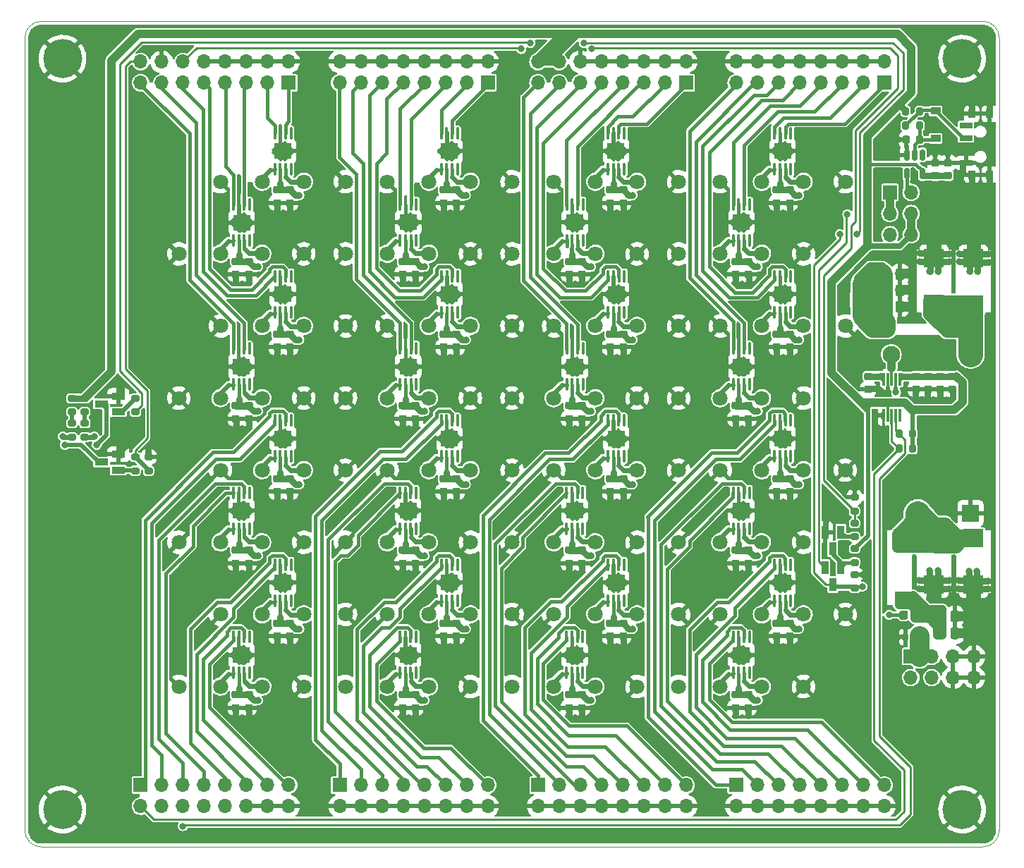
<source format=gtl>
G04 #@! TF.GenerationSoftware,KiCad,Pcbnew,(6.0.10)*
G04 #@! TF.CreationDate,2023-12-11T17:01:47-05:00*
G04 #@! TF.ProjectId,UltrasonicDrive,556c7472-6173-46f6-9e69-634472697665,rev?*
G04 #@! TF.SameCoordinates,Original*
G04 #@! TF.FileFunction,Copper,L1,Top*
G04 #@! TF.FilePolarity,Positive*
%FSLAX46Y46*%
G04 Gerber Fmt 4.6, Leading zero omitted, Abs format (unit mm)*
G04 Created by KiCad (PCBNEW (6.0.10)) date 2023-12-11 17:01:47*
%MOMM*%
%LPD*%
G01*
G04 APERTURE LIST*
G04 Aperture macros list*
%AMRoundRect*
0 Rectangle with rounded corners*
0 $1 Rounding radius*
0 $2 $3 $4 $5 $6 $7 $8 $9 X,Y pos of 4 corners*
0 Add a 4 corners polygon primitive as box body*
4,1,4,$2,$3,$4,$5,$6,$7,$8,$9,$2,$3,0*
0 Add four circle primitives for the rounded corners*
1,1,$1+$1,$2,$3*
1,1,$1+$1,$4,$5*
1,1,$1+$1,$6,$7*
1,1,$1+$1,$8,$9*
0 Add four rect primitives between the rounded corners*
20,1,$1+$1,$2,$3,$4,$5,0*
20,1,$1+$1,$4,$5,$6,$7,0*
20,1,$1+$1,$6,$7,$8,$9,0*
20,1,$1+$1,$8,$9,$2,$3,0*%
G04 Aperture macros list end*
G04 #@! TA.AperFunction,Profile*
%ADD10C,0.100000*%
G04 #@! TD*
G04 #@! TA.AperFunction,SMDPad,CuDef*
%ADD11RoundRect,0.225000X0.250000X-0.225000X0.250000X0.225000X-0.250000X0.225000X-0.250000X-0.225000X0*%
G04 #@! TD*
G04 #@! TA.AperFunction,SMDPad,CuDef*
%ADD12RoundRect,0.100000X-0.100000X0.625000X-0.100000X-0.625000X0.100000X-0.625000X0.100000X0.625000X0*%
G04 #@! TD*
G04 #@! TA.AperFunction,ComponentPad*
%ADD13C,0.500000*%
G04 #@! TD*
G04 #@! TA.AperFunction,SMDPad,CuDef*
%ADD14R,2.150000X1.950000*%
G04 #@! TD*
G04 #@! TA.AperFunction,SMDPad,CuDef*
%ADD15RoundRect,0.225000X-0.250000X0.225000X-0.250000X-0.225000X0.250000X-0.225000X0.250000X0.225000X0*%
G04 #@! TD*
G04 #@! TA.AperFunction,ComponentPad*
%ADD16R,1.700000X1.700000*%
G04 #@! TD*
G04 #@! TA.AperFunction,ComponentPad*
%ADD17O,1.700000X1.700000*%
G04 #@! TD*
G04 #@! TA.AperFunction,SMDPad,CuDef*
%ADD18RoundRect,0.200000X-0.275000X0.200000X-0.275000X-0.200000X0.275000X-0.200000X0.275000X0.200000X0*%
G04 #@! TD*
G04 #@! TA.AperFunction,SMDPad,CuDef*
%ADD19RoundRect,0.250000X0.250000X0.475000X-0.250000X0.475000X-0.250000X-0.475000X0.250000X-0.475000X0*%
G04 #@! TD*
G04 #@! TA.AperFunction,SMDPad,CuDef*
%ADD20R,1.600200X0.863600*%
G04 #@! TD*
G04 #@! TA.AperFunction,SMDPad,CuDef*
%ADD21R,2.449195X2.179396*%
G04 #@! TD*
G04 #@! TA.AperFunction,SMDPad,CuDef*
%ADD22R,1.219200X1.778000*%
G04 #@! TD*
G04 #@! TA.AperFunction,ComponentPad*
%ADD23C,4.700000*%
G04 #@! TD*
G04 #@! TA.AperFunction,SMDPad,CuDef*
%ADD24R,0.863600X1.600200*%
G04 #@! TD*
G04 #@! TA.AperFunction,SMDPad,CuDef*
%ADD25RoundRect,0.200000X0.200000X0.275000X-0.200000X0.275000X-0.200000X-0.275000X0.200000X-0.275000X0*%
G04 #@! TD*
G04 #@! TA.AperFunction,SMDPad,CuDef*
%ADD26RoundRect,0.200000X0.275000X-0.200000X0.275000X0.200000X-0.275000X0.200000X-0.275000X-0.200000X0*%
G04 #@! TD*
G04 #@! TA.AperFunction,SMDPad,CuDef*
%ADD27R,1.200000X0.900000*%
G04 #@! TD*
G04 #@! TA.AperFunction,SMDPad,CuDef*
%ADD28RoundRect,0.200000X-0.200000X-0.275000X0.200000X-0.275000X0.200000X0.275000X-0.200000X0.275000X0*%
G04 #@! TD*
G04 #@! TA.AperFunction,SMDPad,CuDef*
%ADD29RoundRect,0.150000X-0.150000X0.512500X-0.150000X-0.512500X0.150000X-0.512500X0.150000X0.512500X0*%
G04 #@! TD*
G04 #@! TA.AperFunction,SMDPad,CuDef*
%ADD30R,1.498600X0.711200*%
G04 #@! TD*
G04 #@! TA.AperFunction,SMDPad,CuDef*
%ADD31R,0.812800X0.990600*%
G04 #@! TD*
G04 #@! TA.AperFunction,SMDPad,CuDef*
%ADD32R,1.778000X1.219200*%
G04 #@! TD*
G04 #@! TA.AperFunction,SMDPad,CuDef*
%ADD33R,0.330200X1.524000*%
G04 #@! TD*
G04 #@! TA.AperFunction,SMDPad,CuDef*
%ADD34R,0.508000X1.016000*%
G04 #@! TD*
G04 #@! TA.AperFunction,SMDPad,CuDef*
%ADD35RoundRect,0.225000X0.225000X0.250000X-0.225000X0.250000X-0.225000X-0.250000X0.225000X-0.250000X0*%
G04 #@! TD*
G04 #@! TA.AperFunction,ComponentPad*
%ADD36C,1.800000*%
G04 #@! TD*
G04 #@! TA.AperFunction,ComponentPad*
%ADD37R,2.100000X2.100000*%
G04 #@! TD*
G04 #@! TA.AperFunction,ComponentPad*
%ADD38C,2.100000*%
G04 #@! TD*
G04 #@! TA.AperFunction,ViaPad*
%ADD39C,0.800000*%
G04 #@! TD*
G04 #@! TA.AperFunction,ViaPad*
%ADD40C,0.600000*%
G04 #@! TD*
G04 #@! TA.AperFunction,Conductor*
%ADD41C,0.400000*%
G04 #@! TD*
G04 #@! TA.AperFunction,Conductor*
%ADD42C,0.600000*%
G04 #@! TD*
G04 #@! TA.AperFunction,Conductor*
%ADD43C,1.000000*%
G04 #@! TD*
G04 #@! TA.AperFunction,Conductor*
%ADD44C,0.800000*%
G04 #@! TD*
G04 #@! TA.AperFunction,Conductor*
%ADD45C,0.500000*%
G04 #@! TD*
G04 #@! TA.AperFunction,Conductor*
%ADD46C,0.350000*%
G04 #@! TD*
G04 #@! TA.AperFunction,Conductor*
%ADD47C,0.650000*%
G04 #@! TD*
G04 #@! TA.AperFunction,Conductor*
%ADD48C,0.325000*%
G04 #@! TD*
G04 #@! TA.AperFunction,Conductor*
%ADD49C,0.200000*%
G04 #@! TD*
G04 #@! TA.AperFunction,Conductor*
%ADD50C,0.250000*%
G04 #@! TD*
G04 #@! TA.AperFunction,Conductor*
%ADD51C,3.000000*%
G04 #@! TD*
G04 #@! TA.AperFunction,Conductor*
%ADD52C,2.000000*%
G04 #@! TD*
G04 #@! TA.AperFunction,Conductor*
%ADD53C,1.100000*%
G04 #@! TD*
G04 #@! TA.AperFunction,Conductor*
%ADD54C,1.800000*%
G04 #@! TD*
G04 #@! TA.AperFunction,Conductor*
%ADD55C,0.300000*%
G04 #@! TD*
G04 #@! TA.AperFunction,Conductor*
%ADD56C,2.400000*%
G04 #@! TD*
G04 #@! TA.AperFunction,Conductor*
%ADD57C,1.200000*%
G04 #@! TD*
G04 APERTURE END LIST*
D10*
X312719114Y-47450000D02*
X312714900Y-142595786D01*
X312719100Y-47450000D02*
G75*
G03*
X310719114Y-45450000I-2000000J0D01*
G01*
X195723314Y-142595786D02*
G75*
G03*
X197723328Y-144595786I1999986J-14D01*
G01*
X195723328Y-142595786D02*
X195723328Y-47454213D01*
X197723328Y-45454213D02*
X310719114Y-45450000D01*
X310714900Y-144595786D02*
X197723328Y-144595786D01*
X310714900Y-144595800D02*
G75*
G03*
X312714900Y-142595786I0J2000000D01*
G01*
X197723328Y-45454228D02*
G75*
G03*
X195723328Y-47454213I-28J-1999972D01*
G01*
D11*
X305620000Y-89640000D03*
X305620000Y-88090000D03*
D12*
X287675000Y-58900000D03*
X287025000Y-58900000D03*
X286375000Y-58900000D03*
X285725000Y-58900000D03*
X285725000Y-63200000D03*
X286375000Y-63200000D03*
X287025000Y-63200000D03*
X287675000Y-63200000D03*
D13*
X286050000Y-61600000D03*
D14*
X286700000Y-61050000D03*
D13*
X287350000Y-60500000D03*
X286050000Y-60500000D03*
X287350000Y-61600000D03*
D15*
X221050000Y-74275000D03*
X221050000Y-75825000D03*
X282600000Y-126325000D03*
X282600000Y-127875000D03*
X222600000Y-91625000D03*
X222600000Y-93175000D03*
X262600000Y-126325000D03*
X262600000Y-127875000D03*
D16*
X302089954Y-121717500D03*
D17*
X302089954Y-124257500D03*
X304629954Y-121717500D03*
X304629954Y-124257500D03*
X307169954Y-121717500D03*
X307169954Y-124257500D03*
X309709954Y-121717500D03*
X309709954Y-124257500D03*
D18*
X295330000Y-111880000D03*
X295330000Y-113530000D03*
D15*
X286000000Y-65700000D03*
X286000000Y-67250000D03*
X227550000Y-100400000D03*
X227550000Y-101950000D03*
D19*
X300820000Y-77760000D03*
X298920000Y-77760000D03*
D20*
X206954834Y-99350000D03*
X206954834Y-97449998D03*
X204943834Y-98399999D03*
D21*
X304870000Y-79436494D03*
X304870000Y-73863506D03*
D15*
X281050000Y-74275000D03*
X281050000Y-75825000D03*
X242600000Y-108975000D03*
X242600000Y-110525000D03*
D12*
X262712020Y-102074487D03*
X262062020Y-102074487D03*
X261412020Y-102074487D03*
X260762020Y-102074487D03*
X260762020Y-106374487D03*
X261412020Y-106374487D03*
X262062020Y-106374487D03*
X262712020Y-106374487D03*
D14*
X261737020Y-104224487D03*
D13*
X262387020Y-103674487D03*
X261087020Y-103674487D03*
X262387020Y-104774487D03*
X261087020Y-104774487D03*
D15*
X247550000Y-100400000D03*
X247550000Y-101950000D03*
D20*
X206955250Y-92350252D03*
X206955250Y-90450250D03*
X204944250Y-91400251D03*
D11*
X302700000Y-89625000D03*
X302700000Y-88075000D03*
D15*
X262600000Y-91625000D03*
X262600000Y-93175000D03*
D22*
X300770000Y-107307000D03*
X300770000Y-114800000D03*
D15*
X267550000Y-83050000D03*
X267550000Y-84600000D03*
X282600000Y-91625000D03*
X282600000Y-93175000D03*
D12*
X247677020Y-93391028D03*
X247027020Y-93391028D03*
X246377020Y-93391028D03*
X245727020Y-93391028D03*
X245727020Y-97691028D03*
X246377020Y-97691028D03*
X247027020Y-97691028D03*
X247677020Y-97691028D03*
D14*
X246702020Y-95541028D03*
D13*
X246052020Y-96091028D03*
X247352020Y-96091028D03*
X246052020Y-94991028D03*
X247352020Y-94991028D03*
D12*
X242712020Y-119394995D03*
X242062020Y-119394995D03*
X241412020Y-119394995D03*
X240762020Y-119394995D03*
X240762020Y-123694995D03*
X241412020Y-123694995D03*
X242062020Y-123694995D03*
X242712020Y-123694995D03*
D13*
X242387020Y-120994995D03*
X242387020Y-122094995D03*
X241087020Y-120994995D03*
D14*
X241737020Y-121544995D03*
D13*
X241087020Y-122094995D03*
D23*
X200250114Y-140100000D03*
D18*
X202932832Y-90713004D03*
X202932832Y-92363004D03*
D11*
X305050000Y-63975000D03*
X305050000Y-62425000D03*
D24*
X293680001Y-106796000D03*
X291779999Y-106796000D03*
X292730000Y-108807000D03*
D15*
X296975000Y-88075000D03*
X296975000Y-89625000D03*
X226000000Y-83050000D03*
X226000000Y-84600000D03*
X287550000Y-83050000D03*
X287550000Y-84600000D03*
D12*
X242730000Y-67449459D03*
X242080000Y-67449459D03*
X241430000Y-67449459D03*
X240780000Y-67449459D03*
X240780000Y-71749459D03*
X241430000Y-71749459D03*
X242080000Y-71749459D03*
X242730000Y-71749459D03*
D13*
X242405000Y-69049459D03*
X242405000Y-70149459D03*
X241105000Y-69049459D03*
D14*
X241755000Y-69599459D03*
D13*
X241105000Y-70149459D03*
D12*
X262712020Y-119394995D03*
X262062020Y-119394995D03*
X261412020Y-119394995D03*
X260762020Y-119394995D03*
X260762020Y-123694995D03*
X261412020Y-123694995D03*
X262062020Y-123694995D03*
X262712020Y-123694995D03*
D14*
X261737020Y-121544995D03*
D13*
X261087020Y-120994995D03*
X262387020Y-122094995D03*
X261087020Y-122094995D03*
X262387020Y-120994995D03*
D15*
X226000000Y-65700000D03*
X226000000Y-67250000D03*
D19*
X307420000Y-116890000D03*
X305520000Y-116890000D03*
D11*
X304160000Y-89630000D03*
X304160000Y-88080000D03*
D19*
X307420000Y-118970000D03*
X305520000Y-118970000D03*
D15*
X222600000Y-108975000D03*
X222600000Y-110525000D03*
X226000000Y-117750000D03*
X226000000Y-119300000D03*
X221050000Y-126325000D03*
X221050000Y-127875000D03*
X261050000Y-91625000D03*
X261050000Y-93175000D03*
X241050000Y-126325000D03*
X241050000Y-127875000D03*
D25*
X302325000Y-96790000D03*
X300675000Y-96790000D03*
D15*
X266000000Y-117750000D03*
X266000000Y-119300000D03*
X286000000Y-83050000D03*
X286000000Y-84600000D03*
D23*
X308250089Y-49950000D03*
D16*
X227405000Y-52840000D03*
D17*
X227405000Y-50300000D03*
X224865000Y-52840000D03*
X224865000Y-50300000D03*
X222325000Y-52840000D03*
X222325000Y-50300000D03*
X219785000Y-52840000D03*
X219785000Y-50300000D03*
X217245000Y-52840000D03*
X217245000Y-50300000D03*
X214705000Y-52840000D03*
X214705000Y-50300000D03*
X212165000Y-52840000D03*
X212165000Y-50300000D03*
X209625000Y-52840000D03*
X209625000Y-50300000D03*
D26*
X208999750Y-92375251D03*
X208999750Y-90725251D03*
D12*
X247675000Y-58900000D03*
X247025000Y-58900000D03*
X246375000Y-58900000D03*
X245725000Y-58900000D03*
X245725000Y-63200000D03*
X246375000Y-63200000D03*
X247025000Y-63200000D03*
X247675000Y-63200000D03*
D14*
X246700000Y-61050000D03*
D13*
X247350000Y-60500000D03*
X246050000Y-60500000D03*
X247350000Y-61600000D03*
X246050000Y-61600000D03*
D16*
X299590000Y-66000000D03*
D17*
X302130000Y-66000000D03*
X299590000Y-68540000D03*
X302130000Y-68540000D03*
X299590000Y-71080000D03*
X302130000Y-71080000D03*
D15*
X261050000Y-108975000D03*
X261050000Y-110525000D03*
D19*
X300820000Y-75797500D03*
X298920000Y-75797500D03*
D12*
X267675000Y-58900000D03*
X267025000Y-58900000D03*
X266375000Y-58900000D03*
X265725000Y-58900000D03*
X265725000Y-63200000D03*
X266375000Y-63200000D03*
X267025000Y-63200000D03*
X267675000Y-63200000D03*
D13*
X267350000Y-61600000D03*
X266050000Y-61600000D03*
D14*
X266700000Y-61050000D03*
D13*
X266050000Y-60500000D03*
X267350000Y-60500000D03*
D15*
X266000000Y-65700000D03*
X266000000Y-67250000D03*
X281050000Y-108975000D03*
X281050000Y-110525000D03*
D12*
X282730000Y-84756508D03*
X282080000Y-84756508D03*
X281430000Y-84756508D03*
X280780000Y-84756508D03*
X280780000Y-89056508D03*
X281430000Y-89056508D03*
X282080000Y-89056508D03*
X282730000Y-89056508D03*
D13*
X281105000Y-86356508D03*
X282405000Y-86356508D03*
D14*
X281755000Y-86906508D03*
D13*
X281105000Y-87456508D03*
X282405000Y-87456508D03*
D15*
X246000000Y-65700000D03*
X246000000Y-67250000D03*
D12*
X247693274Y-76070681D03*
X247043274Y-76070681D03*
X246393274Y-76070681D03*
X245743274Y-76070681D03*
X245743274Y-80370681D03*
X246393274Y-80370681D03*
X247043274Y-80370681D03*
X247693274Y-80370681D03*
D13*
X247368274Y-77670681D03*
X247368274Y-78770681D03*
X246068274Y-77670681D03*
D14*
X246718274Y-78220681D03*
D13*
X246068274Y-78770681D03*
D15*
X261050000Y-74275000D03*
X261050000Y-75825000D03*
X287550000Y-100400000D03*
X287550000Y-101950000D03*
D16*
X298905000Y-52840000D03*
D17*
X298905000Y-50300000D03*
X296365000Y-52840000D03*
X296365000Y-50300000D03*
X293825000Y-52840000D03*
X293825000Y-50300000D03*
X291285000Y-52840000D03*
X291285000Y-50300000D03*
X288745000Y-52840000D03*
X288745000Y-50300000D03*
X286205000Y-52840000D03*
X286205000Y-50300000D03*
X283665000Y-52840000D03*
X283665000Y-50300000D03*
X281125000Y-52840000D03*
X281125000Y-50300000D03*
D12*
X247677020Y-110711536D03*
X247027020Y-110711536D03*
X246377020Y-110711536D03*
X245727020Y-110711536D03*
X245727020Y-115011536D03*
X246377020Y-115011536D03*
X247027020Y-115011536D03*
X247677020Y-115011536D03*
D13*
X246052020Y-113411536D03*
X247352020Y-112311536D03*
X247352020Y-113411536D03*
D14*
X246702020Y-112861536D03*
D13*
X246052020Y-112311536D03*
D15*
X266000000Y-100400000D03*
X266000000Y-101950000D03*
D18*
X201380000Y-93730000D03*
X201380000Y-95380000D03*
D16*
X233517500Y-137160000D03*
D17*
X233517500Y-139700000D03*
X236057500Y-137160000D03*
X236057500Y-139700000D03*
X238597500Y-137160000D03*
X238597500Y-139700000D03*
X241137500Y-137160000D03*
X241137500Y-139700000D03*
X243677500Y-137160000D03*
X243677500Y-139700000D03*
X246217500Y-137160000D03*
X246217500Y-139700000D03*
X248757500Y-137160000D03*
X248757500Y-139700000D03*
X251297500Y-137160000D03*
X251297500Y-139700000D03*
D27*
X305062500Y-59525000D03*
X305062500Y-56225000D03*
D11*
X307080000Y-89640000D03*
X307080000Y-88090000D03*
D15*
X242600000Y-74275000D03*
X242600000Y-75825000D03*
D12*
X242712020Y-102074487D03*
X242062020Y-102074487D03*
X241412020Y-102074487D03*
X240762020Y-102074487D03*
X240762020Y-106374487D03*
X241412020Y-106374487D03*
X242062020Y-106374487D03*
X242712020Y-106374487D03*
D13*
X241087020Y-104774487D03*
X241087020Y-103674487D03*
D14*
X241737020Y-104224487D03*
D13*
X242387020Y-103674487D03*
X242387020Y-104774487D03*
D16*
X281125000Y-137160000D03*
D17*
X281125000Y-139700000D03*
X283665000Y-137160000D03*
X283665000Y-139700000D03*
X286205000Y-137160000D03*
X286205000Y-139700000D03*
X288745000Y-137160000D03*
X288745000Y-139700000D03*
X291285000Y-137160000D03*
X291285000Y-139700000D03*
X293825000Y-137160000D03*
X293825000Y-139700000D03*
X296365000Y-137160000D03*
X296365000Y-139700000D03*
X298905000Y-137160000D03*
X298905000Y-139700000D03*
D12*
X267677020Y-110711536D03*
X267027020Y-110711536D03*
X266377020Y-110711536D03*
X265727020Y-110711536D03*
X265727020Y-115011536D03*
X266377020Y-115011536D03*
X267027020Y-115011536D03*
X267677020Y-115011536D03*
D13*
X266052020Y-113411536D03*
X267352020Y-113411536D03*
D14*
X266702020Y-112861536D03*
D13*
X267352020Y-112311536D03*
X266052020Y-112311536D03*
D15*
X267550000Y-100400000D03*
X267550000Y-101950000D03*
D28*
X301487500Y-56275000D03*
X303137500Y-56275000D03*
D15*
X221050000Y-91625000D03*
X221050000Y-93175000D03*
D12*
X222712020Y-84753979D03*
X222062020Y-84753979D03*
X221412020Y-84753979D03*
X220762020Y-84753979D03*
X220762020Y-89053979D03*
X221412020Y-89053979D03*
X222062020Y-89053979D03*
X222712020Y-89053979D03*
D13*
X221087020Y-87453979D03*
X222387020Y-87453979D03*
D14*
X221737020Y-86903979D03*
D13*
X222387020Y-86353979D03*
X221087020Y-86353979D03*
D15*
X227550000Y-65700000D03*
X227550000Y-67250000D03*
X242600000Y-91625000D03*
X242600000Y-93175000D03*
X261050000Y-126325000D03*
X261050000Y-127875000D03*
D12*
X267677020Y-93391028D03*
X267027020Y-93391028D03*
X266377020Y-93391028D03*
X265727020Y-93391028D03*
X265727020Y-97691028D03*
X266377020Y-97691028D03*
X267027020Y-97691028D03*
X267677020Y-97691028D03*
D13*
X266052020Y-96091028D03*
D14*
X266702020Y-95541028D03*
D13*
X267352020Y-96091028D03*
X266052020Y-94991028D03*
X267352020Y-94991028D03*
D12*
X287677020Y-93391028D03*
X287027020Y-93391028D03*
X286377020Y-93391028D03*
X285727020Y-93391028D03*
X285727020Y-97691028D03*
X286377020Y-97691028D03*
X287027020Y-97691028D03*
X287677020Y-97691028D03*
D13*
X286052020Y-94991028D03*
X287352020Y-96091028D03*
D14*
X286702020Y-95541028D03*
D13*
X286052020Y-96091028D03*
X287352020Y-94991028D03*
D12*
X227677020Y-110711536D03*
X227027020Y-110711536D03*
X226377020Y-110711536D03*
X225727020Y-110711536D03*
X225727020Y-115011536D03*
X226377020Y-115011536D03*
X227027020Y-115011536D03*
X227677020Y-115011536D03*
D13*
X226052020Y-113411536D03*
X227352020Y-113411536D03*
X226052020Y-112311536D03*
X227352020Y-112311536D03*
D14*
X226702020Y-112861536D03*
D18*
X210577750Y-97774999D03*
X210577750Y-99424999D03*
D12*
X222730000Y-67466000D03*
X222080000Y-67466000D03*
X221430000Y-67466000D03*
X220780000Y-67466000D03*
X220780000Y-71766000D03*
X221430000Y-71766000D03*
X222080000Y-71766000D03*
X222730000Y-71766000D03*
D13*
X221105000Y-69066000D03*
D14*
X221755000Y-69616000D03*
D13*
X222405000Y-70166000D03*
X222405000Y-69066000D03*
X221105000Y-70166000D03*
D15*
X286000000Y-100400000D03*
X286000000Y-101950000D03*
D28*
X301487500Y-57975000D03*
X303137500Y-57975000D03*
D29*
X303487500Y-61487500D03*
X302537500Y-61487500D03*
X301587500Y-61487500D03*
X301587500Y-63762500D03*
X303487500Y-63762500D03*
D24*
X293680001Y-111074500D03*
X291779999Y-111074500D03*
X292730000Y-113085500D03*
D15*
X262600000Y-74275000D03*
X262600000Y-75825000D03*
D12*
X287695000Y-76073049D03*
X287045000Y-76073049D03*
X286395000Y-76073049D03*
X285745000Y-76073049D03*
X285745000Y-80373049D03*
X286395000Y-80373049D03*
X287045000Y-80373049D03*
X287695000Y-80373049D03*
D13*
X287370000Y-77673049D03*
D14*
X286720000Y-78223049D03*
D13*
X286070000Y-77673049D03*
X286070000Y-78773049D03*
X287370000Y-78773049D03*
D30*
X308700000Y-62470001D03*
X308700000Y-59469999D03*
X308700000Y-57969999D03*
D31*
X309400001Y-63870000D03*
X309400001Y-56570000D03*
X311500000Y-63870000D03*
X311500000Y-56570000D03*
D15*
X222600000Y-74275000D03*
X222600000Y-75825000D03*
D12*
X227677020Y-76070520D03*
X227027020Y-76070520D03*
X226377020Y-76070520D03*
X225727020Y-76070520D03*
X225727020Y-80370520D03*
X226377020Y-80370520D03*
X227027020Y-80370520D03*
X227677020Y-80370520D03*
D13*
X226052020Y-77670520D03*
X226052020Y-78770520D03*
X227352020Y-78770520D03*
X227352020Y-77670520D03*
D14*
X226702020Y-78220520D03*
D15*
X267550000Y-65700000D03*
X267550000Y-67250000D03*
X227550000Y-117750000D03*
X227550000Y-119300000D03*
X281050000Y-91625000D03*
X281050000Y-93175000D03*
D12*
X262728274Y-84754140D03*
X262078274Y-84754140D03*
X261428274Y-84754140D03*
X260778274Y-84754140D03*
X260778274Y-89054140D03*
X261428274Y-89054140D03*
X262078274Y-89054140D03*
X262728274Y-89054140D03*
D13*
X262403274Y-86354140D03*
X262403274Y-87454140D03*
X261103274Y-86354140D03*
X261103274Y-87454140D03*
D14*
X261753274Y-86904140D03*
D32*
X299143500Y-82440000D03*
X306636500Y-82440000D03*
D12*
X282730000Y-67449459D03*
X282080000Y-67449459D03*
X281430000Y-67449459D03*
X280780000Y-67449459D03*
X280780000Y-71749459D03*
X281430000Y-71749459D03*
X282080000Y-71749459D03*
X282730000Y-71749459D03*
D13*
X281105000Y-69049459D03*
D14*
X281755000Y-69599459D03*
D13*
X281105000Y-70149459D03*
X282405000Y-70149459D03*
X282405000Y-69049459D03*
D15*
X227550000Y-83050000D03*
X227550000Y-84600000D03*
D26*
X295330000Y-110426500D03*
X295330000Y-108776500D03*
D12*
X222712020Y-119394995D03*
X222062020Y-119394995D03*
X221412020Y-119394995D03*
X220762020Y-119394995D03*
X220762020Y-123694995D03*
X221412020Y-123694995D03*
X222062020Y-123694995D03*
X222712020Y-123694995D03*
D14*
X221737020Y-121544995D03*
D13*
X221087020Y-122094995D03*
X222387020Y-120994995D03*
X221087020Y-120994995D03*
X222387020Y-122094995D03*
D15*
X282600000Y-108975000D03*
X282600000Y-110525000D03*
X281050000Y-126325000D03*
X281050000Y-127875000D03*
X287550000Y-65700000D03*
X287550000Y-67250000D03*
D33*
X300800001Y-88428300D03*
X300299999Y-88428300D03*
X299800000Y-88428300D03*
X299300001Y-88428300D03*
X298799999Y-88428300D03*
X298799999Y-92771700D03*
X299300001Y-92771700D03*
X299800000Y-92771700D03*
X300299999Y-92771700D03*
X300800001Y-92771700D03*
D15*
X247550000Y-65700000D03*
X247550000Y-67250000D03*
D12*
X287677020Y-110711536D03*
X287027020Y-110711536D03*
X286377020Y-110711536D03*
X285727020Y-110711536D03*
X285727020Y-115011536D03*
X286377020Y-115011536D03*
X287027020Y-115011536D03*
X287677020Y-115011536D03*
D13*
X287352020Y-112311536D03*
X287352020Y-113411536D03*
X286052020Y-112311536D03*
X286052020Y-113411536D03*
D14*
X286702020Y-112861536D03*
D15*
X266000000Y-83050000D03*
X266000000Y-84600000D03*
D11*
X306575000Y-63975000D03*
X306575000Y-62425000D03*
D12*
X227675000Y-58900000D03*
X227025000Y-58900000D03*
X226375000Y-58900000D03*
X225725000Y-58900000D03*
X225725000Y-63200000D03*
X226375000Y-63200000D03*
X227025000Y-63200000D03*
X227675000Y-63200000D03*
D13*
X226050000Y-61600000D03*
D14*
X226700000Y-61050000D03*
D13*
X226050000Y-60500000D03*
X227350000Y-61600000D03*
X227350000Y-60500000D03*
D15*
X246000000Y-117750000D03*
X246000000Y-119300000D03*
D18*
X295321500Y-102630000D03*
X295321500Y-104280000D03*
D15*
X221050000Y-108975000D03*
X221050000Y-110525000D03*
X241050000Y-108975000D03*
X241050000Y-110525000D03*
X247550000Y-117750000D03*
X247550000Y-119300000D03*
D21*
X309620000Y-107537012D03*
X309620000Y-113110000D03*
D23*
X308250072Y-140100000D03*
D21*
X309610000Y-79456494D03*
X309610000Y-73883506D03*
D16*
X251297500Y-52840000D03*
D17*
X251297500Y-50300000D03*
X248757500Y-52840000D03*
X248757500Y-50300000D03*
X246217500Y-52840000D03*
X246217500Y-50300000D03*
X243677500Y-52840000D03*
X243677500Y-50300000D03*
X241137500Y-52840000D03*
X241137500Y-50300000D03*
X238597500Y-52840000D03*
X238597500Y-50300000D03*
X236057500Y-52840000D03*
X236057500Y-50300000D03*
X233517500Y-52840000D03*
X233517500Y-50300000D03*
D15*
X262600000Y-108975000D03*
X262600000Y-110525000D03*
X241050000Y-91625000D03*
X241050000Y-93175000D03*
D12*
X227677020Y-93391028D03*
X227027020Y-93391028D03*
X226377020Y-93391028D03*
X225727020Y-93391028D03*
X225727020Y-97691028D03*
X226377020Y-97691028D03*
X227027020Y-97691028D03*
X227677020Y-97691028D03*
D13*
X226052020Y-96091028D03*
D14*
X226702020Y-95541028D03*
D13*
X226052020Y-94991028D03*
X227352020Y-94991028D03*
X227352020Y-96091028D03*
D23*
X200250077Y-49950000D03*
D15*
X246000000Y-100400000D03*
X246000000Y-101950000D03*
X282600000Y-74275000D03*
X282600000Y-75825000D03*
D18*
X208972250Y-97774999D03*
X208972250Y-99424999D03*
D26*
X201382832Y-92363004D03*
X201382832Y-90713004D03*
D12*
X282712020Y-119394995D03*
X282062020Y-119394995D03*
X281412020Y-119394995D03*
X280762020Y-119394995D03*
X280762020Y-123694995D03*
X281412020Y-123694995D03*
X282062020Y-123694995D03*
X282712020Y-123694995D03*
D13*
X282387020Y-122094995D03*
X282387020Y-120994995D03*
X281087020Y-120994995D03*
X281087020Y-122094995D03*
D14*
X281737020Y-121544995D03*
D16*
X275120000Y-52840000D03*
D17*
X275120000Y-50300000D03*
X272580000Y-52840000D03*
X272580000Y-50300000D03*
X270040000Y-52840000D03*
X270040000Y-50300000D03*
X267500000Y-52840000D03*
X267500000Y-50300000D03*
X264960000Y-52840000D03*
X264960000Y-50300000D03*
X262420000Y-52840000D03*
X262420000Y-50300000D03*
X259880000Y-52840000D03*
X259880000Y-50300000D03*
X257340000Y-52840000D03*
X257340000Y-50300000D03*
D15*
X241050000Y-74275000D03*
X241050000Y-75825000D03*
X286000000Y-117750000D03*
X286000000Y-119300000D03*
D16*
X209625000Y-137160000D03*
D17*
X209625000Y-139700000D03*
X212165000Y-137160000D03*
X212165000Y-139700000D03*
X214705000Y-137160000D03*
X214705000Y-139700000D03*
X217245000Y-137160000D03*
X217245000Y-139700000D03*
X219785000Y-137160000D03*
X219785000Y-139700000D03*
X222325000Y-137160000D03*
X222325000Y-139700000D03*
X224865000Y-137160000D03*
X224865000Y-139700000D03*
X227405000Y-137160000D03*
X227405000Y-139700000D03*
D25*
X302325000Y-95000000D03*
X300675000Y-95000000D03*
D15*
X287550000Y-117750000D03*
X287550000Y-119300000D03*
D16*
X257340000Y-137160000D03*
D17*
X257340000Y-139700000D03*
X259880000Y-137160000D03*
X259880000Y-139700000D03*
X262420000Y-137160000D03*
X262420000Y-139700000D03*
X264960000Y-137160000D03*
X264960000Y-139700000D03*
X267500000Y-137160000D03*
X267500000Y-139700000D03*
X270040000Y-137160000D03*
X270040000Y-139700000D03*
X272580000Y-137160000D03*
X272580000Y-139700000D03*
X275120000Y-137160000D03*
X275120000Y-139700000D03*
D15*
X246000000Y-83050000D03*
X246000000Y-84600000D03*
D18*
X202940000Y-93735000D03*
X202940000Y-95385000D03*
D12*
X242728274Y-84754140D03*
X242078274Y-84754140D03*
X241428274Y-84754140D03*
X240778274Y-84754140D03*
X240778274Y-89054140D03*
X241428274Y-89054140D03*
X242078274Y-89054140D03*
X242728274Y-89054140D03*
D14*
X241753274Y-86904140D03*
D13*
X241103274Y-87454140D03*
X242403274Y-87454140D03*
X242403274Y-86354140D03*
X241103274Y-86354140D03*
D12*
X222712020Y-102074487D03*
X222062020Y-102074487D03*
X221412020Y-102074487D03*
X220762020Y-102074487D03*
X220762020Y-106374487D03*
X221412020Y-106374487D03*
X222062020Y-106374487D03*
X222712020Y-106374487D03*
D13*
X222387020Y-103674487D03*
X221087020Y-103674487D03*
D14*
X221737020Y-104224487D03*
D13*
X221087020Y-104774487D03*
X222387020Y-104774487D03*
D34*
X303340001Y-116726500D03*
X302390000Y-116726500D03*
X301439999Y-116726500D03*
X301439999Y-119393500D03*
X302390000Y-119393500D03*
X303340001Y-119393500D03*
D12*
X262730000Y-67449459D03*
X262080000Y-67449459D03*
X261430000Y-67449459D03*
X260780000Y-67449459D03*
X260780000Y-71749459D03*
X261430000Y-71749459D03*
X262080000Y-71749459D03*
X262730000Y-71749459D03*
D13*
X261105000Y-70149459D03*
D14*
X261755000Y-69599459D03*
D13*
X262405000Y-69049459D03*
X262405000Y-70149459D03*
X261105000Y-69049459D03*
D15*
X242600000Y-126325000D03*
X242600000Y-127875000D03*
D12*
X267693274Y-76070681D03*
X267043274Y-76070681D03*
X266393274Y-76070681D03*
X265743274Y-76070681D03*
X265743274Y-80370681D03*
X266393274Y-80370681D03*
X267043274Y-80370681D03*
X267693274Y-80370681D03*
D13*
X266068274Y-77670681D03*
X267368274Y-78770681D03*
X266068274Y-78770681D03*
X267368274Y-77670681D03*
D14*
X266718274Y-78220681D03*
D15*
X267550000Y-117750000D03*
X267550000Y-119300000D03*
D12*
X282712020Y-102074487D03*
X282062020Y-102074487D03*
X281412020Y-102074487D03*
X280762020Y-102074487D03*
X280762020Y-106374487D03*
X281412020Y-106374487D03*
X282062020Y-106374487D03*
X282712020Y-106374487D03*
D13*
X281087020Y-103674487D03*
X282387020Y-104774487D03*
D14*
X281737020Y-104224487D03*
D13*
X282387020Y-103674487D03*
X281087020Y-104774487D03*
D21*
X304880000Y-107517012D03*
X304880000Y-113090000D03*
D15*
X226000000Y-100400000D03*
X226000000Y-101950000D03*
X222600000Y-126325000D03*
X222600000Y-127875000D03*
D19*
X300820000Y-79720000D03*
X298920000Y-79720000D03*
D35*
X303112500Y-59675000D03*
X301562500Y-59675000D03*
D15*
X247550000Y-83050000D03*
X247550000Y-84600000D03*
D18*
X295330000Y-105705000D03*
X295330000Y-107355000D03*
D36*
X239220000Y-90702549D03*
X234220000Y-90702549D03*
X289220000Y-82042295D03*
X294220000Y-82042295D03*
X269220000Y-99354721D03*
X274220000Y-99354721D03*
X279220000Y-125335483D03*
X274220000Y-125335483D03*
X284220000Y-99354721D03*
X279220000Y-99354721D03*
X284220000Y-73382041D03*
X289220000Y-73382041D03*
X229220000Y-99354721D03*
X234220000Y-99354721D03*
X264220000Y-73382041D03*
X269220000Y-73382041D03*
X249220000Y-99354721D03*
X254220000Y-99354721D03*
D37*
X309260000Y-104530000D03*
D38*
X302920000Y-104530000D03*
X299740000Y-85470000D03*
X309260000Y-85470000D03*
D36*
X239220000Y-125335483D03*
X234220000Y-125335483D03*
X229220000Y-82042295D03*
X234220000Y-82042295D03*
X264220000Y-82042295D03*
X259220000Y-82042295D03*
X284220000Y-108014975D03*
X289220000Y-108014975D03*
X264220000Y-90702549D03*
X269220000Y-90702549D03*
X269220000Y-82042295D03*
X274220000Y-82042295D03*
X224220000Y-125335483D03*
X229220000Y-125335483D03*
X229220000Y-64721787D03*
X234220000Y-64721787D03*
X279220000Y-108014975D03*
X274220000Y-108014975D03*
X284210000Y-125328500D03*
X289210000Y-125328500D03*
X279220000Y-73382041D03*
X274220000Y-73382041D03*
X229220000Y-116675229D03*
X234220000Y-116675229D03*
X249220000Y-82042295D03*
X254220000Y-82042295D03*
X244220000Y-108014975D03*
X249220000Y-108014975D03*
X239220000Y-73382041D03*
X234220000Y-73382041D03*
X244220000Y-116675229D03*
X239220000Y-116675229D03*
X264220000Y-125335483D03*
X269220000Y-125335483D03*
X259220000Y-73382041D03*
X254220000Y-73382041D03*
X249220000Y-116675229D03*
X254220000Y-116675229D03*
X284220000Y-64721787D03*
X279220000Y-64721787D03*
X219220000Y-90702549D03*
X214220000Y-90702549D03*
X259220000Y-108014975D03*
X254220000Y-108014975D03*
X224220000Y-108014975D03*
X229220000Y-108014975D03*
X284220000Y-90702549D03*
X289220000Y-90702549D03*
X264220000Y-64721787D03*
X259220000Y-64721787D03*
X289220000Y-64721787D03*
X294220000Y-64721787D03*
X244220000Y-99354721D03*
X239220000Y-99354721D03*
X264220000Y-116675229D03*
X259220000Y-116675229D03*
X259220000Y-90702549D03*
X254220000Y-90702549D03*
X239220000Y-108014975D03*
X234220000Y-108014975D03*
X289220000Y-99354721D03*
X294220000Y-99354721D03*
X284220000Y-116675229D03*
X279220000Y-116675229D03*
X219220000Y-108014975D03*
X214220000Y-108014975D03*
X244220000Y-125335483D03*
X249220000Y-125335483D03*
X219220000Y-73382041D03*
X214220000Y-73382041D03*
X269220000Y-64721787D03*
X274220000Y-64721787D03*
X224220000Y-82042295D03*
X219220000Y-82042295D03*
X224220000Y-99354721D03*
X219220000Y-99354721D03*
X279220000Y-90702549D03*
X274220000Y-90702549D03*
X289220000Y-116675229D03*
X294220000Y-116675229D03*
X224220000Y-90702549D03*
X229220000Y-90702549D03*
X264220000Y-108014975D03*
X269220000Y-108014975D03*
X244220000Y-73382041D03*
X249220000Y-73382041D03*
X244220000Y-90702549D03*
X249220000Y-90702549D03*
X264220000Y-99354721D03*
X259220000Y-99354721D03*
X219220000Y-125335483D03*
X214220000Y-125335483D03*
X269220000Y-116675229D03*
X274220000Y-116675229D03*
X244220000Y-64721787D03*
X239220000Y-64721787D03*
X224220000Y-73382041D03*
X229220000Y-73382041D03*
X284220000Y-82042295D03*
X279220000Y-82042295D03*
X259220000Y-125335483D03*
X254220000Y-125335483D03*
X249220000Y-64721787D03*
X254220000Y-64721787D03*
X244220000Y-82042295D03*
X239220000Y-82042295D03*
X224220000Y-64721787D03*
X219220000Y-64721787D03*
X224220000Y-116675229D03*
X219220000Y-116675229D03*
D39*
X283712500Y-74937500D03*
X243712500Y-92287500D03*
X288675000Y-66337500D03*
X283712500Y-109637500D03*
D40*
X296540000Y-76400000D03*
D39*
X228675000Y-66350000D03*
X228675000Y-83687500D03*
X223712500Y-92287500D03*
X248675000Y-101037500D03*
X223712500Y-74937500D03*
X288675000Y-83687500D03*
D40*
X297540000Y-80400000D03*
D39*
X248675000Y-66337500D03*
D40*
X296540000Y-78400000D03*
D39*
X268675000Y-66337500D03*
X283712500Y-126987500D03*
X223712500Y-126987500D03*
D40*
X295540000Y-79400000D03*
D39*
X268675000Y-101037500D03*
D40*
X297540000Y-79400000D03*
X296540000Y-77400000D03*
X297540000Y-78400000D03*
D39*
X288675000Y-101062500D03*
D40*
X297540000Y-76400000D03*
D39*
X243712500Y-109637500D03*
X283712500Y-92287500D03*
X263712500Y-74937500D03*
X263712500Y-126987500D03*
X243712500Y-126987500D03*
D40*
X295540000Y-76400000D03*
D39*
X263712500Y-109637500D03*
X243712500Y-74912500D03*
X248675000Y-83687500D03*
D40*
X296540000Y-79400000D03*
D39*
X263712500Y-92287500D03*
X268675000Y-83687500D03*
D40*
X295540000Y-78400000D03*
X297540000Y-77400000D03*
D39*
X223712500Y-109612500D03*
D40*
X296540000Y-80400000D03*
D39*
X268675000Y-118412500D03*
D40*
X295540000Y-77400000D03*
D39*
X228675000Y-118412500D03*
X288675000Y-118387500D03*
X228675000Y-101037500D03*
D40*
X295540000Y-80400000D03*
D39*
X248675000Y-118412500D03*
X263790000Y-48750000D03*
X255340000Y-48780000D03*
X214705000Y-142095000D03*
X204370000Y-96300000D03*
X200515000Y-96325000D03*
X200300000Y-95300000D03*
X300310000Y-89990000D03*
X204050000Y-95300000D03*
X295624500Y-71010000D03*
X256410000Y-48050000D03*
X296260000Y-113340000D03*
X262820000Y-48060000D03*
X293570000Y-71020000D03*
X299490000Y-116730000D03*
X294470000Y-68630000D03*
D40*
X269540000Y-100770000D03*
D39*
X267550000Y-85612500D03*
D40*
X229540000Y-118110000D03*
D39*
X305350002Y-72194199D03*
X304110000Y-90660000D03*
D40*
X244590000Y-74730000D03*
D39*
X210547918Y-96725000D03*
X303110000Y-74314199D03*
D40*
X264590000Y-92070000D03*
D39*
X267550000Y-68262500D03*
X222600000Y-128850000D03*
X262600000Y-111500000D03*
X261025000Y-94175000D03*
X299320000Y-90010000D03*
D40*
X249540000Y-118110000D03*
D39*
X308329998Y-116890000D03*
D40*
X297900000Y-94400000D03*
D39*
X309400002Y-55573102D03*
D40*
X289540000Y-100770000D03*
D39*
X282600000Y-128850000D03*
D40*
X244590000Y-109410000D03*
D39*
X311400000Y-113620000D03*
D40*
X297900000Y-96400000D03*
D39*
X311501900Y-65025000D03*
X207350000Y-89300000D03*
X234230000Y-122650000D03*
D40*
X269540000Y-83430000D03*
D39*
X307880000Y-74334199D03*
X247550000Y-102962500D03*
X308351898Y-63680949D03*
X267550000Y-120337500D03*
X310060000Y-114770000D03*
X307090000Y-90630000D03*
X304360000Y-111440000D03*
X281025000Y-128875000D03*
X241025000Y-128875000D03*
X222600000Y-111500000D03*
X227550000Y-68275000D03*
X306690000Y-112610000D03*
X311470000Y-73384199D03*
D40*
X284590000Y-74730000D03*
X299400000Y-117700000D03*
D39*
X265975000Y-102987500D03*
D40*
X289540000Y-83430000D03*
D39*
X300530000Y-119400000D03*
X247550000Y-120337500D03*
D40*
X229540000Y-66090000D03*
D39*
X247550000Y-68262500D03*
X281025000Y-111525000D03*
D40*
X224590000Y-126750000D03*
D39*
X291961500Y-105345000D03*
X305620000Y-90620000D03*
D40*
X244590000Y-126750000D03*
D39*
X311501901Y-55425001D03*
X226000001Y-102962499D03*
X207950000Y-96320000D03*
X234250000Y-119270000D03*
D40*
X296800000Y-114200000D03*
D39*
X311400000Y-112640000D03*
D40*
X224590000Y-109410000D03*
D39*
X221025000Y-128875000D03*
X287550000Y-102987500D03*
X303100000Y-113560000D03*
X261025000Y-111525000D03*
X281075001Y-76799999D03*
X307810000Y-112610000D03*
X309400002Y-65031898D03*
D40*
X284590000Y-109410000D03*
D39*
X303110000Y-73334199D03*
X307880000Y-73354199D03*
D40*
X297900000Y-95400000D03*
D39*
X306700000Y-73364199D03*
X262600000Y-94150000D03*
X262625000Y-76800000D03*
D40*
X289540000Y-118110000D03*
D39*
X225975000Y-120362500D03*
D40*
X249540000Y-100770000D03*
D39*
X293450000Y-92180000D03*
X245975000Y-68287500D03*
X301430000Y-118290000D03*
X274210000Y-122570000D03*
X227550000Y-120337500D03*
X305350000Y-114740000D03*
X304370002Y-72194199D03*
D40*
X284590000Y-92070000D03*
X269540000Y-66090000D03*
D39*
X265975000Y-68287500D03*
X282600000Y-94150000D03*
X308385000Y-118970000D03*
D40*
X224590000Y-74730000D03*
D39*
X265975000Y-120362500D03*
D40*
X244590000Y-92070000D03*
D39*
X304350000Y-75501904D03*
X304370000Y-114740000D03*
X309080000Y-114770000D03*
X222625000Y-94150000D03*
X287550000Y-120312500D03*
X306575000Y-61450000D03*
X285975000Y-120337500D03*
X292480000Y-103200000D03*
X274230000Y-119190000D03*
X261025000Y-128875000D03*
X300637500Y-59650000D03*
X306690000Y-113590000D03*
X245975000Y-85637500D03*
X298230000Y-89830000D03*
X267550000Y-102962500D03*
D40*
X301507107Y-98792893D03*
D39*
X262600000Y-128850000D03*
X302659999Y-90680001D03*
D40*
X224590000Y-92070000D03*
X269540000Y-118110000D03*
X284590000Y-126750000D03*
X249540000Y-66090000D03*
D39*
X254250000Y-122510000D03*
X282625000Y-76825000D03*
D40*
X229540000Y-100770000D03*
D39*
X285975000Y-85637500D03*
X221025000Y-76825000D03*
X305050000Y-61425000D03*
X295400549Y-101604049D03*
X305330000Y-75501904D03*
X282600000Y-111500000D03*
X301759999Y-77629999D03*
X242600000Y-111500000D03*
X222600000Y-76800000D03*
X241025000Y-94175000D03*
D40*
X264590000Y-109410000D03*
D39*
X287550000Y-85612500D03*
X241025000Y-111525000D03*
X311470000Y-74364199D03*
X306700000Y-74344199D03*
X245975000Y-102987500D03*
X293430000Y-95560000D03*
D40*
X300092893Y-100207107D03*
D39*
X293470000Y-68510000D03*
X245975000Y-120362500D03*
D40*
X298900000Y-95400000D03*
D39*
X303100000Y-112580000D03*
X281025000Y-94175000D03*
X310050000Y-111470000D03*
X296266500Y-111880000D03*
X298000000Y-92750000D03*
X265975000Y-85637500D03*
X242600000Y-94150000D03*
D40*
X298900000Y-96400000D03*
D39*
X221050000Y-94175000D03*
X241050000Y-76825000D03*
X247550000Y-85612500D03*
X254270000Y-119130000D03*
X310120002Y-72214199D03*
X309070000Y-111470000D03*
X242600000Y-128850000D03*
D40*
X249540000Y-83430000D03*
D39*
X309120000Y-75521904D03*
X225975000Y-85637500D03*
D40*
X200620000Y-98350000D03*
D39*
X285975000Y-103012500D03*
X242625000Y-76800000D03*
X305340000Y-111440000D03*
X310100000Y-75521904D03*
D40*
X264590000Y-126750000D03*
D39*
X285975000Y-68287500D03*
X307810000Y-113590000D03*
D40*
X199638784Y-95909835D03*
D39*
X225975000Y-68300000D03*
X221025000Y-111525000D03*
X301890000Y-79710000D03*
X287550000Y-68262500D03*
X227550000Y-85612500D03*
D40*
X264590000Y-74730000D03*
D39*
X309140002Y-72214199D03*
X301759999Y-75667499D03*
X227550000Y-102962500D03*
D40*
X229540000Y-83430000D03*
X200620000Y-99150000D03*
X289540000Y-66090000D03*
X298900000Y-94400000D03*
X199670000Y-96640000D03*
X300800000Y-99500000D03*
D39*
X300525000Y-61500000D03*
X261050000Y-76825000D03*
D41*
X275520000Y-58645000D02*
X281125000Y-53040000D01*
X275520000Y-76290644D02*
X275520000Y-58645000D01*
X280770000Y-81540644D02*
X275520000Y-76290644D01*
X280770000Y-84806508D02*
X280770000Y-81540644D01*
X282070000Y-81670000D02*
X276300000Y-75900000D01*
X276300000Y-75900000D02*
X276300000Y-59900000D01*
X276300000Y-59900000D02*
X283360000Y-52840000D01*
X283360000Y-52840000D02*
X283665000Y-52840000D01*
X282070000Y-84806508D02*
X282070000Y-81670000D01*
X283160000Y-52840000D02*
X283665000Y-52840000D01*
X277100000Y-75400000D02*
X277100000Y-60453528D01*
X284745000Y-54300000D02*
X286190000Y-52855000D01*
X280300000Y-78600000D02*
X277100000Y-75400000D01*
X277100000Y-60453528D02*
X283253528Y-54300000D01*
X283650000Y-78600000D02*
X280300000Y-78600000D01*
X286190000Y-52855000D02*
X286190000Y-53410000D01*
X283250000Y-54300000D02*
X284745000Y-54300000D01*
X283253528Y-54300000D02*
X283400000Y-54300000D01*
X285735000Y-76515000D02*
X283650000Y-78600000D01*
X285735000Y-76123049D02*
X285735000Y-76515000D01*
X287035000Y-76123049D02*
X287035000Y-75280942D01*
X284200000Y-54900000D02*
X284500000Y-54900000D01*
X283100000Y-78000000D02*
X281000000Y-78000000D01*
X285437893Y-74948049D02*
X285145000Y-75240942D01*
X277920000Y-61180000D02*
X284200000Y-54900000D01*
X285145000Y-75955000D02*
X283100000Y-78000000D01*
X286685000Y-54900000D02*
X288745000Y-52840000D01*
X281000000Y-78000000D02*
X277920000Y-74920000D01*
X277920000Y-74920000D02*
X277920000Y-61180000D01*
X287035000Y-75280942D02*
X286702107Y-74948049D01*
X286702107Y-74948049D02*
X285437893Y-74948049D01*
X284210499Y-54900000D02*
X286685000Y-54900000D01*
X285145000Y-75240942D02*
X285145000Y-75955000D01*
X285182178Y-55600000D02*
X288725000Y-55600000D01*
X280780000Y-67449459D02*
X280780000Y-60002178D01*
X288725000Y-55600000D02*
X291285000Y-53040000D01*
X280780000Y-60002178D02*
X285182178Y-55600000D01*
X290565000Y-56300000D02*
X293825000Y-53040000D01*
X282080000Y-60320000D02*
X286100000Y-56300000D01*
X286100000Y-56300000D02*
X290565000Y-56300000D01*
X282080000Y-67449459D02*
X282080000Y-60320000D01*
X285725000Y-58900000D02*
X285725000Y-58117893D01*
X286842893Y-57000000D02*
X292405000Y-57000000D01*
X292405000Y-57000000D02*
X296365000Y-53040000D01*
X285725000Y-58117893D02*
X286842893Y-57000000D01*
X287025000Y-58117893D02*
X287367893Y-57775000D01*
X287367893Y-57775000D02*
X294170000Y-57775000D01*
X287025000Y-58900000D02*
X287025000Y-58117893D01*
X294170000Y-57775000D02*
X298905000Y-53040000D01*
X260768274Y-84804140D02*
X260768274Y-81752091D01*
X255600000Y-54900000D02*
X255600000Y-54580000D01*
X255600000Y-54580000D02*
X257340000Y-52840000D01*
X255600000Y-76583817D02*
X255600000Y-54780000D01*
X260768274Y-81752091D02*
X255600000Y-76583817D01*
X262068274Y-81868274D02*
X256400000Y-76200000D01*
X262068274Y-84804140D02*
X262068274Y-81868274D01*
X256400000Y-56520000D02*
X259880000Y-53040000D01*
X256400000Y-76200000D02*
X256400000Y-56520000D01*
X263675000Y-78600000D02*
X260000000Y-78600000D01*
X260000000Y-78600000D02*
X257200000Y-75800000D01*
X265733274Y-76541726D02*
X263675000Y-78600000D01*
X257200000Y-58260000D02*
X262420000Y-53040000D01*
X265733274Y-76120681D02*
X265733274Y-76541726D01*
X257200000Y-75800000D02*
X257200000Y-58260000D01*
X265143274Y-75238574D02*
X265143274Y-75712390D01*
X267033274Y-75278574D02*
X266700381Y-74945681D01*
X257920000Y-75120000D02*
X257920000Y-60080000D01*
X260624500Y-77824500D02*
X257920000Y-75120000D01*
X257920000Y-60080000D02*
X264960000Y-53040000D01*
X265143274Y-75712390D02*
X263031164Y-77824500D01*
X267033274Y-76120681D02*
X267033274Y-75278574D01*
X266700381Y-74945681D02*
X265436167Y-74945681D01*
X263031164Y-77824500D02*
X260624500Y-77824500D01*
X265436167Y-74945681D02*
X265143274Y-75238574D01*
X260770000Y-67499459D02*
X260770000Y-59770000D01*
X260770000Y-59770000D02*
X267500000Y-53040000D01*
X269740000Y-53140000D02*
X270040000Y-52840000D01*
X262080000Y-60500000D02*
X269740000Y-52840000D01*
X269740000Y-52840000D02*
X270040000Y-52840000D01*
X262080000Y-67449459D02*
X262080000Y-60500000D01*
X266942893Y-56900000D02*
X268720000Y-56900000D01*
X268720000Y-56900000D02*
X272580000Y-53040000D01*
X265735000Y-58816000D02*
X265735000Y-58107893D01*
X265735000Y-58107893D02*
X266942893Y-56900000D01*
X270385000Y-57775000D02*
X275120000Y-53040000D01*
X267035000Y-58816000D02*
X267035000Y-58033893D01*
X267040000Y-58028893D02*
X267293893Y-57775000D01*
X267293893Y-57775000D02*
X270385000Y-57775000D01*
X267035000Y-58033893D02*
X267040000Y-58028893D01*
X235520000Y-76420000D02*
X240768274Y-81668274D01*
X240768274Y-81668274D02*
X240768274Y-84804140D01*
X235520000Y-63810000D02*
X235520000Y-76420000D01*
X233517500Y-52840000D02*
X233500000Y-52857500D01*
X233500000Y-61790000D02*
X235520000Y-63810000D01*
X233500000Y-53057500D02*
X233500000Y-61790000D01*
X242068274Y-84804140D02*
X242068274Y-81668274D01*
X235090000Y-53807500D02*
X236057500Y-52840000D01*
X235090000Y-61300000D02*
X235090000Y-54007500D01*
X235090000Y-54100000D02*
X235090000Y-53807500D01*
X236350000Y-62560000D02*
X235090000Y-61300000D01*
X242068274Y-81668274D02*
X236350000Y-75950000D01*
X236350000Y-75950000D02*
X236350000Y-62560000D01*
X237100000Y-54700000D02*
X237100000Y-54337500D01*
X240200000Y-78600000D02*
X237100000Y-75500000D01*
X237100000Y-75500000D02*
X237100000Y-54537500D01*
X245733274Y-76441726D02*
X243575000Y-78600000D01*
X245733274Y-76120681D02*
X245733274Y-76441726D01*
X243575000Y-78600000D02*
X240200000Y-78600000D01*
X237100000Y-54337500D02*
X238597500Y-52840000D01*
X237920000Y-62530000D02*
X239180000Y-61270000D01*
X240668836Y-77799500D02*
X237920000Y-75050664D01*
X247033274Y-76120681D02*
X247033274Y-75278574D01*
X246700381Y-74945681D02*
X245436167Y-74945681D01*
X245143274Y-75238574D02*
X245143274Y-75831726D01*
X239180000Y-54797500D02*
X241137500Y-52840000D01*
X245436167Y-74945681D02*
X245143274Y-75238574D01*
X239180000Y-61270000D02*
X239180000Y-54797500D01*
X241137500Y-53432500D02*
X241137500Y-52840000D01*
X243175500Y-77799500D02*
X240668836Y-77799500D01*
X245143274Y-75831726D02*
X243175500Y-77799500D01*
X247033274Y-75278574D02*
X246700381Y-74945681D01*
X237920000Y-75050664D02*
X237920000Y-62530000D01*
X240780000Y-55937500D02*
X243677500Y-53040000D01*
X240780000Y-67449459D02*
X240780000Y-55937500D01*
X242080000Y-67449459D02*
X242080000Y-57177500D01*
X242080000Y-57177500D02*
X246217500Y-53040000D01*
X245725000Y-58900000D02*
X245725000Y-56072500D01*
X245725000Y-56072500D02*
X248757500Y-53040000D01*
X247025000Y-57375000D02*
X251297500Y-53102500D01*
X247025000Y-58900000D02*
X247025000Y-57375000D01*
X251297500Y-52902500D02*
X251297500Y-52840000D01*
X215520000Y-58935000D02*
X209625000Y-53040000D01*
X220752020Y-84803979D02*
X220752020Y-81735837D01*
X215520000Y-76503817D02*
X215520000Y-58935000D01*
X220752020Y-81735837D02*
X215520000Y-76503817D01*
X216300000Y-75900000D02*
X216300000Y-57600000D01*
X216300000Y-57600000D02*
X212165000Y-53465000D01*
X212165000Y-53465000D02*
X212165000Y-52840000D01*
X212165000Y-53265000D02*
X212165000Y-52840000D01*
X222052020Y-84803979D02*
X222052020Y-81652020D01*
X222052020Y-81652020D02*
X216300000Y-75900000D01*
X225717020Y-76120520D02*
X223437540Y-78400000D01*
X217100000Y-56000000D02*
X214705000Y-53605000D01*
X220000000Y-78400000D02*
X217100000Y-75500000D01*
X217100000Y-75500000D02*
X217100000Y-56000000D01*
X214705000Y-53605000D02*
X214705000Y-52840000D01*
X223437540Y-78400000D02*
X220000000Y-78400000D01*
X214705000Y-53405000D02*
X214705000Y-52840000D01*
X225127020Y-75478644D02*
X222931164Y-77674500D01*
X225127020Y-75238413D02*
X225127020Y-75478644D01*
X220449500Y-77674500D02*
X217900000Y-75125000D01*
X225419913Y-74945520D02*
X225127020Y-75238413D01*
X217900000Y-75125000D02*
X217900000Y-53495000D01*
X227017020Y-75278413D02*
X226684127Y-74945520D01*
X226684127Y-74945520D02*
X225419913Y-74945520D01*
X222931164Y-77674500D02*
X220449500Y-77674500D01*
X227017020Y-76120520D02*
X227017020Y-75278413D01*
X217900000Y-53495000D02*
X217245000Y-52840000D01*
X219800000Y-52855000D02*
X219785000Y-52840000D01*
X220780000Y-67466000D02*
X220780000Y-63880000D01*
X219800000Y-62900000D02*
X219800000Y-53055000D01*
X220780000Y-63880000D02*
X219800000Y-62900000D01*
X222070000Y-67516000D02*
X222070000Y-53095000D01*
X222070000Y-53095000D02*
X222325000Y-52840000D01*
X222070000Y-53095000D02*
X222000000Y-53165000D01*
X225735000Y-57935000D02*
X224865000Y-57065000D01*
X224865000Y-57065000D02*
X224865000Y-53040000D01*
X225735000Y-58832541D02*
X225735000Y-57935000D01*
X227025000Y-58900000D02*
X227025000Y-57875000D01*
X227025000Y-57875000D02*
X227405000Y-57495000D01*
X227405000Y-57495000D02*
X227405000Y-53040000D01*
X280752020Y-119444995D02*
X280752020Y-119747980D01*
X277920000Y-122580000D02*
X277920000Y-126920000D01*
X280752020Y-119747980D02*
X277920000Y-122580000D01*
X277920000Y-126920000D02*
X280600000Y-129600000D01*
X291345000Y-129600000D02*
X298905000Y-137160000D01*
X280600000Y-129600000D02*
X291345000Y-129600000D01*
X282052020Y-119444995D02*
X282052020Y-118602888D01*
X280454913Y-118269995D02*
X280000000Y-118724908D01*
X289725000Y-130520000D02*
X296365000Y-137160000D01*
X280410000Y-130520000D02*
X289725000Y-130520000D01*
X280000000Y-119200000D02*
X277075000Y-122125000D01*
X277075000Y-127185000D02*
X280410000Y-130520000D01*
X281719127Y-118269995D02*
X280454913Y-118269995D01*
X282052020Y-118602888D02*
X281719127Y-118269995D01*
X277075000Y-122125000D02*
X277075000Y-127185000D01*
X280000000Y-118724908D02*
X280000000Y-119200000D01*
X276300000Y-127850000D02*
X279975000Y-131525000D01*
X276300000Y-121484193D02*
X276300000Y-127850000D01*
X281000000Y-116784193D02*
X276300000Y-121484193D01*
X288190000Y-131525000D02*
X293825000Y-137160000D01*
X285717020Y-110761536D02*
X285727020Y-110771536D01*
X281000000Y-115901778D02*
X281000000Y-116784193D01*
X279975000Y-131525000D02*
X288190000Y-131525000D01*
X285727020Y-111174758D02*
X281000000Y-115901778D01*
X285727020Y-110771536D02*
X285727020Y-111174758D01*
X279610000Y-132450000D02*
X286575000Y-132450000D01*
X286684127Y-109586536D02*
X285419913Y-109586536D01*
X285419913Y-109586536D02*
X285127020Y-109879429D01*
X287017020Y-110761536D02*
X287017020Y-109919429D01*
X280200000Y-115200000D02*
X278856751Y-115200000D01*
X278856751Y-115200000D02*
X275525000Y-118531751D01*
X287017020Y-109919429D02*
X286684127Y-109586536D01*
X285127020Y-110272980D02*
X280200000Y-115200000D01*
X286575000Y-132450000D02*
X291285000Y-137160000D01*
X275525000Y-128365000D02*
X279610000Y-132450000D01*
X285127020Y-109879429D02*
X285127020Y-110272980D01*
X275525000Y-118531751D02*
X275525000Y-128365000D01*
X280752020Y-102572980D02*
X275520000Y-107805000D01*
X275520000Y-108553453D02*
X272850000Y-111223453D01*
X279200000Y-133400000D02*
X284985000Y-133400000D01*
X272850000Y-111223453D02*
X272850000Y-127050000D01*
X272850000Y-127050000D02*
X279200000Y-133400000D01*
X275520000Y-107805000D02*
X275520000Y-108553453D01*
X280752020Y-102124487D02*
X280752020Y-102572980D01*
X284985000Y-133400000D02*
X288745000Y-137160000D01*
X281719127Y-100949487D02*
X279440513Y-100949487D01*
X282052020Y-102124487D02*
X282052020Y-101282380D01*
X272110000Y-127640000D02*
X278790000Y-134320000D01*
X279440513Y-100949487D02*
X272110000Y-108280000D01*
X278790000Y-134320000D02*
X283365000Y-134320000D01*
X282052020Y-101282380D02*
X281719127Y-100949487D01*
X283365000Y-134320000D02*
X286205000Y-137160000D01*
X272110000Y-108280000D02*
X272110000Y-127640000D01*
X271310000Y-128320000D02*
X278265000Y-135275000D01*
X278681522Y-98054721D02*
X271310000Y-105426243D01*
X285717020Y-93907980D02*
X281570279Y-98054721D01*
X281570279Y-98054721D02*
X278681522Y-98054721D01*
X271310000Y-105426243D02*
X271310000Y-128320000D01*
X278265000Y-135275000D02*
X281780000Y-135275000D01*
X285717020Y-93441028D02*
X285717020Y-93907980D01*
X281780000Y-135275000D02*
X283665000Y-137160000D01*
X285127020Y-93322980D02*
X281200000Y-97250000D01*
X286684127Y-92266028D02*
X285419913Y-92266028D01*
X270510000Y-104940000D02*
X270520000Y-104950000D01*
X287017020Y-93441028D02*
X287017020Y-92598921D01*
X278710000Y-137160000D02*
X281125000Y-137160000D01*
X287017020Y-92598921D02*
X286684127Y-92266028D01*
X285127020Y-92558921D02*
X285127020Y-93322980D01*
X270520000Y-104950000D02*
X270520000Y-128970000D01*
X278200000Y-97250000D02*
X270510000Y-104940000D01*
X281200000Y-97250000D02*
X278200000Y-97250000D01*
X270520000Y-128970000D02*
X278710000Y-137160000D01*
X285419913Y-92266028D02*
X285127020Y-92558921D01*
X257920001Y-126920001D02*
X261050000Y-130050000D01*
X260752020Y-119444995D02*
X260752020Y-119772980D01*
X261050000Y-130050000D02*
X268010000Y-130050000D01*
X260752020Y-119772980D02*
X257920003Y-122604997D01*
X257920003Y-122604997D02*
X257920001Y-126920001D01*
X268010000Y-130050000D02*
X275120000Y-137160000D01*
X262052020Y-119444995D02*
X262052020Y-118602888D01*
X262052020Y-118602888D02*
X261719127Y-118269995D01*
X257225000Y-127425000D02*
X261025000Y-131225000D01*
X266645000Y-131225000D02*
X272580000Y-137160000D01*
X259800000Y-118924908D02*
X259800000Y-119400000D01*
X257225000Y-121975000D02*
X257225000Y-127425000D01*
X259800000Y-119400000D02*
X257225000Y-121975000D01*
X261719127Y-118269995D02*
X260454913Y-118269995D01*
X261025000Y-131225000D02*
X266645000Y-131225000D01*
X260454913Y-118269995D02*
X259800000Y-118924908D01*
X256500000Y-121284193D02*
X256500000Y-128110000D01*
X265717020Y-110805802D02*
X260825000Y-115697822D01*
X260825000Y-116959193D02*
X256500000Y-121284193D01*
X260915000Y-132525000D02*
X265405000Y-132525000D01*
X265405000Y-132525000D02*
X270040000Y-137160000D01*
X260825000Y-115697822D02*
X260825000Y-116959193D01*
X265717020Y-110761536D02*
X265717020Y-110805802D01*
X256500000Y-128110000D02*
X260915000Y-132525000D01*
X255750000Y-118250000D02*
X255750000Y-128650000D01*
X265127020Y-109879429D02*
X265127020Y-110172980D01*
X258875000Y-115125000D02*
X255750000Y-118250000D01*
X265419913Y-109586536D02*
X265127020Y-109879429D01*
X267017020Y-110761536D02*
X267017020Y-109919429D01*
X266684127Y-109586536D02*
X265419913Y-109586536D01*
X260175000Y-115125000D02*
X258875000Y-115125000D01*
X265127020Y-110172980D02*
X260175000Y-115125000D01*
X267017020Y-109919429D02*
X266684127Y-109586536D01*
X260725000Y-133625000D02*
X263965000Y-133625000D01*
X263965000Y-133625000D02*
X267500000Y-137160000D01*
X255750000Y-128650000D02*
X260725000Y-133625000D01*
X252920000Y-127130000D02*
X260715000Y-134925000D01*
X255460005Y-107416502D02*
X255520000Y-107476497D01*
X260752020Y-102124487D02*
X255460005Y-107416502D01*
X262725000Y-134925000D02*
X264960000Y-137160000D01*
X252920000Y-111153453D02*
X252920000Y-127130000D01*
X255520000Y-108553453D02*
X252920000Y-111153453D01*
X255520000Y-107476497D02*
X255520000Y-108553453D01*
X260715000Y-134925000D02*
X262725000Y-134925000D01*
X262062020Y-101292380D02*
X261719127Y-100949487D01*
X252175000Y-108222204D02*
X252175000Y-127665000D01*
X252175000Y-127665000D02*
X261670000Y-137160000D01*
X261670000Y-137160000D02*
X262420000Y-137160000D01*
X262062020Y-102074487D02*
X262062020Y-101292380D01*
X259447717Y-100949487D02*
X252175000Y-108222204D01*
X261719127Y-100949487D02*
X259447717Y-100949487D01*
X259880000Y-137050000D02*
X259880000Y-137160000D01*
X251475000Y-105261243D02*
X251475000Y-128645000D01*
X258681522Y-98054721D02*
X251475000Y-105261243D01*
X251475000Y-128645000D02*
X259880000Y-137050000D01*
X265717020Y-93832980D02*
X261495279Y-98054721D01*
X261495279Y-98054721D02*
X258681522Y-98054721D01*
X265717020Y-93441028D02*
X265717020Y-93832980D01*
X266684127Y-92266028D02*
X265419913Y-92266028D01*
X267017020Y-92598921D02*
X266684127Y-92266028D01*
X250700000Y-104800000D02*
X250700000Y-129390000D01*
X250700000Y-129390000D02*
X257340000Y-136030000D01*
X264860444Y-93439556D02*
X261000000Y-97300000D01*
X264860444Y-92825497D02*
X264860444Y-93439556D01*
X257340000Y-136030000D02*
X257340000Y-137160000D01*
X258200000Y-97300000D02*
X250700000Y-104800000D01*
X261000000Y-97300000D02*
X258200000Y-97300000D01*
X267017020Y-93441028D02*
X267017020Y-92598921D01*
X265419913Y-92266028D02*
X264860444Y-92825497D01*
X240752020Y-119444995D02*
X240752020Y-119822980D01*
X237920002Y-122654998D02*
X237920000Y-127020000D01*
X243625000Y-132725000D02*
X246862500Y-132725000D01*
X237920000Y-127020000D02*
X243625000Y-132725000D01*
X240752020Y-119822980D02*
X237920002Y-122654998D01*
X246862500Y-132725000D02*
X251297500Y-137160000D01*
X240454913Y-118269995D02*
X237150000Y-121574908D01*
X242052020Y-119444995D02*
X242052020Y-118602888D01*
X237150000Y-127725000D02*
X243250000Y-133825000D01*
X243250000Y-133825000D02*
X245422500Y-133825000D01*
X245422500Y-133825000D02*
X248757500Y-137160000D01*
X237150000Y-121574908D02*
X237150000Y-127725000D01*
X242052020Y-118602888D02*
X241719127Y-118269995D01*
X241719127Y-118269995D02*
X240454913Y-118269995D01*
X243982500Y-134925000D02*
X246217500Y-137160000D01*
X239483707Y-118250000D02*
X238525000Y-118250000D01*
X240775000Y-116000000D02*
X240775000Y-116958707D01*
X236325000Y-128425000D02*
X242825000Y-134925000D01*
X242825000Y-134925000D02*
X243982500Y-134925000D01*
X238525000Y-118250000D02*
X236325000Y-120450000D01*
X245717020Y-111057980D02*
X240775000Y-116000000D01*
X245717020Y-110761536D02*
X245717020Y-111057980D01*
X236325000Y-120450000D02*
X236325000Y-128425000D01*
X240775000Y-116958707D02*
X239483707Y-118250000D01*
X245127020Y-109879429D02*
X245127020Y-110322980D01*
X238881751Y-115175000D02*
X235600000Y-118456751D01*
X245419913Y-109586536D02*
X245127020Y-109879429D01*
X246684127Y-109586536D02*
X245419913Y-109586536D01*
X247017020Y-110761536D02*
X247017020Y-109919429D01*
X235600000Y-129375000D02*
X243385000Y-137160000D01*
X247017020Y-109919429D02*
X246684127Y-109586536D01*
X235600000Y-118456751D02*
X235600000Y-129375000D01*
X240275000Y-115175000D02*
X238881751Y-115175000D01*
X245127020Y-110322980D02*
X240275000Y-115175000D01*
X243385000Y-137160000D02*
X243677500Y-137160000D01*
X232920000Y-128320000D02*
X241137500Y-136537500D01*
X233650000Y-109600000D02*
X232920000Y-110330000D01*
X240752020Y-102124487D02*
X235725000Y-107151507D01*
X232920000Y-110330000D02*
X232920000Y-128320000D01*
X235725000Y-108348453D02*
X234473453Y-109600000D01*
X241137500Y-136537500D02*
X241137500Y-137160000D01*
X235725000Y-107151507D02*
X235725000Y-108348453D01*
X234473453Y-109600000D02*
X233650000Y-109600000D01*
X238597500Y-135922500D02*
X238597500Y-137160000D01*
X242052020Y-102124487D02*
X242052020Y-101282380D01*
X232150000Y-129475000D02*
X238597500Y-135922500D01*
X241719127Y-100949487D02*
X238850513Y-100949487D01*
X242052020Y-101282380D02*
X241719127Y-100949487D01*
X232150000Y-107650000D02*
X232150000Y-129475000D01*
X238850513Y-100949487D02*
X232150000Y-107650000D01*
X231375000Y-105361243D02*
X231375000Y-130600000D01*
X245717020Y-93441028D02*
X245717020Y-93807980D01*
X245717020Y-93807980D02*
X241470279Y-98054721D01*
X231375000Y-130600000D02*
X236057500Y-135282500D01*
X241470279Y-98054721D02*
X238681522Y-98054721D01*
X236057500Y-135282500D02*
X236057500Y-137160000D01*
X238681522Y-98054721D02*
X231375000Y-105361243D01*
X245127020Y-92558921D02*
X245127020Y-92972980D01*
X233517500Y-134617500D02*
X233517500Y-137160000D01*
X241000000Y-97100000D02*
X238393857Y-97100000D01*
X245127020Y-92972980D02*
X241000000Y-97100000D01*
X230600000Y-131700000D02*
X233517500Y-134617500D01*
X230600000Y-104893857D02*
X230600000Y-131700000D01*
X247017020Y-92598921D02*
X246684127Y-92266028D01*
X246684127Y-92266028D02*
X245419913Y-92266028D01*
X238393857Y-97100000D02*
X230600000Y-104893857D01*
X245419913Y-92266028D02*
X245127020Y-92558921D01*
X247017020Y-93441028D02*
X247017020Y-92598921D01*
X227025000Y-64172500D02*
X227035000Y-64182500D01*
D42*
X227035000Y-64182500D02*
X227602500Y-64750000D01*
X227602500Y-64750000D02*
X229156787Y-64750000D01*
X229156787Y-64750000D02*
X229174287Y-64767500D01*
D41*
X227025000Y-63200000D02*
X227025000Y-64172500D01*
D42*
X224220000Y-64723287D02*
X224220000Y-64200000D01*
D41*
X225150000Y-63270000D02*
X225655000Y-63270000D01*
D42*
X224220000Y-64200000D02*
X225150000Y-63270000D01*
D41*
X225655000Y-63270000D02*
X225725000Y-63200000D01*
D42*
X222086250Y-72756250D02*
X222653750Y-73323750D01*
D41*
X222076250Y-71773750D02*
X222076250Y-72746250D01*
D42*
X222653750Y-73323750D02*
X224208037Y-73323750D01*
D41*
X220201250Y-71843750D02*
X220706250Y-71843750D01*
D42*
X219271250Y-73297037D02*
X219271250Y-72773750D01*
D41*
X220706250Y-71843750D02*
X220776250Y-71773750D01*
D42*
X219271250Y-72773750D02*
X220201250Y-71843750D01*
D41*
X220752020Y-119444995D02*
X220752020Y-119797980D01*
X217900000Y-122650000D02*
X217900000Y-127850000D01*
X227210000Y-137160000D02*
X227405000Y-137160000D01*
X217900000Y-127850000D02*
X227210000Y-137160000D01*
X220752020Y-119797980D02*
X217900000Y-122650000D01*
X224865000Y-137065000D02*
X224865000Y-137160000D01*
X217150000Y-129350000D02*
X224865000Y-137065000D01*
X217150000Y-122050000D02*
X217150000Y-129350000D01*
X220000000Y-119200000D02*
X217150000Y-122050000D01*
X222052020Y-119444995D02*
X222052020Y-118602888D01*
X221719127Y-118269995D02*
X220454913Y-118269995D01*
X220454913Y-118269995D02*
X220000000Y-118724908D01*
X222052020Y-118602888D02*
X221719127Y-118269995D01*
X220000000Y-118724908D02*
X220000000Y-119200000D01*
X220800000Y-116000000D02*
X220800000Y-116984193D01*
X216350000Y-130725000D02*
X222325000Y-136700000D01*
X220800000Y-116984193D02*
X216350000Y-121434193D01*
X216350000Y-121434193D02*
X216350000Y-130725000D01*
X225717020Y-110761536D02*
X225717020Y-111082980D01*
X225717020Y-111082980D02*
X220800000Y-116000000D01*
X222325000Y-136700000D02*
X222325000Y-137160000D01*
X218856751Y-115200000D02*
X215600000Y-118456751D01*
X225117020Y-109889429D02*
X225117020Y-110507980D01*
X225419913Y-109586536D02*
X225117020Y-109889429D01*
X227017020Y-110761536D02*
X227017020Y-109919429D01*
X225117020Y-110507980D02*
X220425000Y-115200000D01*
X226684127Y-109586536D02*
X225419913Y-109586536D01*
X215600000Y-132100000D02*
X219785000Y-136285000D01*
X215600000Y-118456751D02*
X215600000Y-132100000D01*
X220425000Y-115200000D02*
X218856751Y-115200000D01*
X219785000Y-136285000D02*
X219785000Y-137160000D01*
X227017020Y-109919429D02*
X226684127Y-109586536D01*
X212675000Y-111775000D02*
X212675000Y-130950000D01*
X220752020Y-102124487D02*
X219850513Y-102124487D01*
X215925000Y-108525000D02*
X212675000Y-111775000D01*
X217245000Y-135520000D02*
X217245000Y-137160000D01*
X212675000Y-130950000D02*
X217245000Y-135520000D01*
X215925000Y-106050000D02*
X215925000Y-108525000D01*
X219850513Y-102124487D02*
X215925000Y-106050000D01*
X211825000Y-107723675D02*
X211825000Y-131600000D01*
X214705000Y-134480000D02*
X214705000Y-137160000D01*
X222052020Y-102124487D02*
X222052020Y-101282380D01*
X222052020Y-101282380D02*
X221719127Y-100949487D01*
X218599188Y-100949487D02*
X211825000Y-107723675D01*
X221719127Y-100949487D02*
X218599188Y-100949487D01*
X211825000Y-131600000D02*
X214705000Y-134480000D01*
X210975000Y-132400000D02*
X212165000Y-133590000D01*
X225717020Y-93832980D02*
X221495279Y-98054721D01*
X212165000Y-133590000D02*
X212165000Y-137160000D01*
X210975000Y-105761243D02*
X210975000Y-132400000D01*
X225717020Y-93441028D02*
X225717020Y-93832980D01*
X218681522Y-98054721D02*
X210975000Y-105761243D01*
X221495279Y-98054721D02*
X218681522Y-98054721D01*
X210150000Y-136635000D02*
X209625000Y-137160000D01*
X226684127Y-92266028D02*
X225419913Y-92266028D01*
X227017020Y-92598921D02*
X226684127Y-92266028D01*
X210150000Y-105350000D02*
X210150000Y-136635000D01*
X218300000Y-97200000D02*
X210150000Y-105350000D01*
X225127020Y-92853644D02*
X220780664Y-97200000D01*
X227017020Y-93441028D02*
X227017020Y-92598921D01*
X225127020Y-92558921D02*
X225127020Y-92853644D01*
X220780664Y-97200000D02*
X218300000Y-97200000D01*
X225419913Y-92266028D02*
X225127020Y-92558921D01*
X287025000Y-63200000D02*
X287025000Y-64172500D01*
X287025000Y-64172500D02*
X287035000Y-64182500D01*
D42*
X287035000Y-64182500D02*
X287602500Y-64750000D01*
X287602500Y-64750000D02*
X289156787Y-64750000D01*
X284220000Y-64723287D02*
X284220000Y-64200000D01*
D41*
X285655000Y-63270000D02*
X285725000Y-63200000D01*
D42*
X284220000Y-64200000D02*
X285150000Y-63270000D01*
D41*
X285150000Y-63270000D02*
X285655000Y-63270000D01*
D42*
X267035000Y-64182500D02*
X267602500Y-64750000D01*
D41*
X267025000Y-63200000D02*
X267025000Y-64172500D01*
X267025000Y-64172500D02*
X267035000Y-64182500D01*
D42*
X267602500Y-64750000D02*
X269156787Y-64750000D01*
D41*
X265150000Y-63270000D02*
X265655000Y-63270000D01*
X265655000Y-63270000D02*
X265725000Y-63200000D01*
D42*
X264220000Y-64200000D02*
X265150000Y-63270000D01*
X264220000Y-64723287D02*
X264220000Y-64200000D01*
X247035000Y-64182500D02*
X247602500Y-64750000D01*
D41*
X247025000Y-63200000D02*
X247025000Y-64172500D01*
D42*
X247602500Y-64750000D02*
X249156787Y-64750000D01*
D41*
X247025000Y-64172500D02*
X247035000Y-64182500D01*
D42*
X244220000Y-64200000D02*
X245150000Y-63270000D01*
D41*
X245655000Y-63270000D02*
X245725000Y-63200000D01*
X245150000Y-63270000D02*
X245655000Y-63270000D01*
D42*
X244220000Y-64723287D02*
X244220000Y-64200000D01*
X282086250Y-72756250D02*
X282653750Y-73323750D01*
X282653750Y-73323750D02*
X284208037Y-73323750D01*
D41*
X282076250Y-71773750D02*
X282076250Y-72746250D01*
X282076250Y-72746250D02*
X282086250Y-72756250D01*
X280706250Y-71843750D02*
X280776250Y-71773750D01*
D42*
X279271250Y-72773750D02*
X280201250Y-71843750D01*
X279271250Y-73297037D02*
X279271250Y-72773750D01*
D41*
X280201250Y-71843750D02*
X280706250Y-71843750D01*
X262076250Y-72746250D02*
X262086250Y-72756250D01*
D42*
X262653750Y-73323750D02*
X264208037Y-73323750D01*
X262086250Y-72756250D02*
X262653750Y-73323750D01*
D41*
X262076250Y-71773750D02*
X262076250Y-72746250D01*
X260780000Y-71674759D02*
X260780000Y-72445240D01*
X260201250Y-71843750D02*
X260706250Y-71843750D01*
D42*
X259271250Y-72773750D02*
X260201250Y-71843750D01*
X259271250Y-73297037D02*
X259271250Y-72773750D01*
D41*
X260706250Y-71843750D02*
X260776250Y-71773750D01*
D42*
X242086250Y-72756250D02*
X242653750Y-73323750D01*
D41*
X242076250Y-71773750D02*
X242076250Y-72746250D01*
D42*
X242653750Y-73323750D02*
X244208037Y-73323750D01*
D41*
X240201250Y-71843750D02*
X240706250Y-71843750D01*
D42*
X239271250Y-72773750D02*
X240201250Y-71843750D01*
X239271250Y-73297037D02*
X239271250Y-72773750D01*
D41*
X287025000Y-80520000D02*
X287025000Y-81492500D01*
D42*
X287035000Y-81502500D02*
X287602500Y-82070000D01*
X287602500Y-82070000D02*
X289156787Y-82070000D01*
D41*
X287025000Y-81492500D02*
X287035000Y-81502500D01*
D42*
X284220000Y-81520000D02*
X285150000Y-80590000D01*
X284220000Y-82043287D02*
X284220000Y-81520000D01*
D41*
X285655000Y-80590000D02*
X285725000Y-80520000D01*
X285150000Y-80590000D02*
X285655000Y-80590000D01*
D42*
X267035000Y-81502500D02*
X267602500Y-82070000D01*
D41*
X267025000Y-80520000D02*
X267025000Y-81492500D01*
D42*
X267602500Y-82070000D02*
X269156787Y-82070000D01*
D41*
X267025000Y-81492500D02*
X267035000Y-81502500D01*
X265655000Y-80590000D02*
X265725000Y-80520000D01*
D42*
X264220000Y-82043287D02*
X264220000Y-81520000D01*
D41*
X265150000Y-80590000D02*
X265655000Y-80590000D01*
D42*
X264220000Y-81520000D02*
X265150000Y-80590000D01*
X247602500Y-82070000D02*
X249156787Y-82070000D01*
D41*
X247025000Y-80520000D02*
X247025000Y-81492500D01*
D42*
X247035000Y-81502500D02*
X247602500Y-82070000D01*
D41*
X247025000Y-81492500D02*
X247035000Y-81502500D01*
D42*
X244220000Y-81520000D02*
X245150000Y-80590000D01*
D41*
X245150000Y-80590000D02*
X245655000Y-80590000D01*
D42*
X244220000Y-82043287D02*
X244220000Y-81520000D01*
D41*
X245655000Y-80590000D02*
X245725000Y-80520000D01*
D42*
X227602500Y-82070000D02*
X229156787Y-82070000D01*
D41*
X227025000Y-80520000D02*
X227025000Y-81492500D01*
X227025000Y-81492500D02*
X227035000Y-81502500D01*
D42*
X227035000Y-81502500D02*
X227602500Y-82070000D01*
X224220000Y-82043287D02*
X224220000Y-81520000D01*
D41*
X225150000Y-80590000D02*
X225655000Y-80590000D01*
X225655000Y-80590000D02*
X225725000Y-80520000D01*
D42*
X224220000Y-81520000D02*
X225150000Y-80590000D01*
X282086250Y-90076250D02*
X282653750Y-90643750D01*
D41*
X282076250Y-90066250D02*
X282086250Y-90076250D01*
D42*
X282653750Y-90643750D02*
X284208037Y-90643750D01*
D41*
X282076250Y-89093750D02*
X282076250Y-90066250D01*
D42*
X279271250Y-90093750D02*
X280201250Y-89163750D01*
D41*
X280706250Y-89163750D02*
X280776250Y-89093750D01*
X280201250Y-89163750D02*
X280706250Y-89163750D01*
D42*
X279271250Y-90617037D02*
X279271250Y-90093750D01*
X262653750Y-90643750D02*
X264208037Y-90643750D01*
D41*
X262076250Y-90066250D02*
X262086250Y-90076250D01*
X262076250Y-89093750D02*
X262076250Y-90066250D01*
D42*
X262086250Y-90076250D02*
X262653750Y-90643750D01*
X259271250Y-90093750D02*
X260201250Y-89163750D01*
D41*
X260706250Y-89163750D02*
X260776250Y-89093750D01*
X260201250Y-89163750D02*
X260706250Y-89163750D01*
D42*
X259271250Y-90617037D02*
X259271250Y-90093750D01*
X242086250Y-90076250D02*
X242653750Y-90643750D01*
D41*
X242076250Y-89093750D02*
X242076250Y-90066250D01*
X242076250Y-90066250D02*
X242086250Y-90076250D01*
D42*
X242653750Y-90643750D02*
X244208037Y-90643750D01*
X239271250Y-90617037D02*
X239271250Y-90093750D01*
D41*
X240706250Y-89163750D02*
X240776250Y-89093750D01*
X240201250Y-89163750D02*
X240706250Y-89163750D01*
D42*
X239271250Y-90093750D02*
X240201250Y-89163750D01*
X222653750Y-90643750D02*
X224208037Y-90643750D01*
D41*
X222076250Y-90066250D02*
X222086250Y-90076250D01*
D42*
X222086250Y-90076250D02*
X222653750Y-90643750D01*
D41*
X222076250Y-89093750D02*
X222076250Y-90066250D01*
D42*
X219271250Y-90093750D02*
X220201250Y-89163750D01*
X219271250Y-90617037D02*
X219271250Y-90093750D01*
D41*
X220201250Y-89163750D02*
X220706250Y-89163750D01*
X220706250Y-89163750D02*
X220776250Y-89093750D01*
D42*
X287602500Y-99390000D02*
X289156787Y-99390000D01*
D41*
X287025000Y-98812500D02*
X287035000Y-98822500D01*
X287025000Y-97840000D02*
X287025000Y-98812500D01*
D42*
X287035000Y-98822500D02*
X287602500Y-99390000D01*
D41*
X285150000Y-97910000D02*
X285655000Y-97910000D01*
D42*
X284220000Y-99363287D02*
X284220000Y-98840000D01*
X284220000Y-98840000D02*
X285150000Y-97910000D01*
D41*
X285655000Y-97910000D02*
X285725000Y-97840000D01*
X267025000Y-97840000D02*
X267025000Y-98812500D01*
D42*
X267602500Y-99390000D02*
X269156787Y-99390000D01*
X267035000Y-98822500D02*
X267602500Y-99390000D01*
D41*
X267025000Y-98812500D02*
X267035000Y-98822500D01*
D42*
X264220000Y-98840000D02*
X265150000Y-97910000D01*
X264220000Y-99363287D02*
X264220000Y-98840000D01*
D41*
X265150000Y-97910000D02*
X265655000Y-97910000D01*
X265655000Y-97910000D02*
X265725000Y-97840000D01*
X247025000Y-97840000D02*
X247025000Y-98812500D01*
D42*
X247602500Y-99390000D02*
X249156787Y-99390000D01*
X247035000Y-98822500D02*
X247602500Y-99390000D01*
D41*
X247025000Y-98812500D02*
X247035000Y-98822500D01*
X245655000Y-97910000D02*
X245725000Y-97840000D01*
X245150000Y-97910000D02*
X245655000Y-97910000D01*
D42*
X244220000Y-99363287D02*
X244220000Y-98840000D01*
X244220000Y-98840000D02*
X245150000Y-97910000D01*
D41*
X227025000Y-98812500D02*
X227035000Y-98822500D01*
X227025000Y-97840000D02*
X227025000Y-98812500D01*
D42*
X227602500Y-99390000D02*
X229156787Y-99390000D01*
X227035000Y-98822500D02*
X227602500Y-99390000D01*
D41*
X225655000Y-97910000D02*
X225725000Y-97840000D01*
D42*
X224220000Y-98840000D02*
X225150000Y-97910000D01*
D41*
X225150000Y-97910000D02*
X225655000Y-97910000D01*
D42*
X224220000Y-99363287D02*
X224220000Y-98840000D01*
X282086250Y-107396250D02*
X282653750Y-107963750D01*
X282653750Y-107963750D02*
X284208037Y-107963750D01*
D41*
X282076250Y-107386250D02*
X282086250Y-107396250D01*
X282076250Y-106413750D02*
X282076250Y-107386250D01*
D42*
X279271250Y-107937037D02*
X279271250Y-107413750D01*
D41*
X280706250Y-106483750D02*
X280776250Y-106413750D01*
D42*
X279271250Y-107413750D02*
X280201250Y-106483750D01*
D41*
X280201250Y-106483750D02*
X280706250Y-106483750D01*
X262076250Y-107386250D02*
X262086250Y-107396250D01*
X262076250Y-106413750D02*
X262076250Y-107386250D01*
D42*
X262653750Y-107963750D02*
X264208037Y-107963750D01*
X262086250Y-107396250D02*
X262653750Y-107963750D01*
X259271250Y-107937037D02*
X259271250Y-107413750D01*
D41*
X260201250Y-106483750D02*
X260706250Y-106483750D01*
D42*
X259271250Y-107413750D02*
X260201250Y-106483750D01*
D41*
X260706250Y-106483750D02*
X260776250Y-106413750D01*
D42*
X242086250Y-107396250D02*
X242653750Y-107963750D01*
D41*
X242076250Y-106413750D02*
X242076250Y-107386250D01*
X242076250Y-107386250D02*
X242086250Y-107396250D01*
D42*
X242653750Y-107963750D02*
X244208037Y-107963750D01*
X239271250Y-107413750D02*
X240201250Y-106483750D01*
D41*
X240706250Y-106483750D02*
X240776250Y-106413750D01*
X240201250Y-106483750D02*
X240706250Y-106483750D01*
D42*
X239271250Y-107937037D02*
X239271250Y-107413750D01*
X222086250Y-107396250D02*
X222653750Y-107963750D01*
D41*
X222076250Y-107386250D02*
X222086250Y-107396250D01*
X222076250Y-106413750D02*
X222076250Y-107386250D01*
D42*
X222653750Y-107963750D02*
X224208037Y-107963750D01*
X219271250Y-107937037D02*
X219271250Y-107413750D01*
D41*
X220201250Y-106483750D02*
X220706250Y-106483750D01*
D42*
X219271250Y-107413750D02*
X220201250Y-106483750D01*
D41*
X220706250Y-106483750D02*
X220776250Y-106413750D01*
D42*
X287602500Y-116710000D02*
X289156787Y-116710000D01*
D41*
X287025000Y-115160000D02*
X287025000Y-116132500D01*
X287025000Y-116132500D02*
X287035000Y-116142500D01*
D42*
X287035000Y-116142500D02*
X287602500Y-116710000D01*
X284220000Y-116160000D02*
X285150000Y-115230000D01*
X284220000Y-116683287D02*
X284220000Y-116160000D01*
D41*
X285655000Y-115230000D02*
X285725000Y-115160000D01*
X285150000Y-115230000D02*
X285655000Y-115230000D01*
X267025000Y-115160000D02*
X267025000Y-116132500D01*
X267025000Y-116132500D02*
X267035000Y-116142500D01*
D42*
X267035000Y-116142500D02*
X267602500Y-116710000D01*
X267602500Y-116710000D02*
X269156787Y-116710000D01*
X264220000Y-116160000D02*
X265150000Y-115230000D01*
D41*
X265655000Y-115230000D02*
X265725000Y-115160000D01*
D42*
X264220000Y-116683287D02*
X264220000Y-116160000D01*
D41*
X265150000Y-115230000D02*
X265655000Y-115230000D01*
D42*
X247035000Y-116142500D02*
X247602500Y-116710000D01*
X247602500Y-116710000D02*
X249156787Y-116710000D01*
D41*
X247025000Y-115160000D02*
X247025000Y-116132500D01*
X247025000Y-116132500D02*
X247035000Y-116142500D01*
D42*
X244220000Y-116683287D02*
X244220000Y-116160000D01*
D41*
X245150000Y-115230000D02*
X245655000Y-115230000D01*
X245655000Y-115230000D02*
X245725000Y-115160000D01*
D42*
X244220000Y-116160000D02*
X245150000Y-115230000D01*
X227035000Y-116142500D02*
X227602500Y-116710000D01*
D41*
X227025000Y-116132500D02*
X227035000Y-116142500D01*
X227025000Y-115160000D02*
X227025000Y-116132500D01*
D42*
X227602500Y-116710000D02*
X229156787Y-116710000D01*
X224220000Y-116160000D02*
X225150000Y-115230000D01*
D41*
X225655000Y-115230000D02*
X225725000Y-115160000D01*
X225150000Y-115230000D02*
X225655000Y-115230000D01*
D42*
X224220000Y-116683287D02*
X224220000Y-116160000D01*
D41*
X282076250Y-124706250D02*
X282086250Y-124716250D01*
X282076250Y-123733750D02*
X282076250Y-124706250D01*
D42*
X282086250Y-124716250D02*
X282653750Y-125283750D01*
X282653750Y-125283750D02*
X284208037Y-125283750D01*
D41*
X280706250Y-123803750D02*
X280776250Y-123733750D01*
D42*
X279271250Y-125257037D02*
X279271250Y-124733750D01*
D41*
X280201250Y-123803750D02*
X280706250Y-123803750D01*
D42*
X279271250Y-124733750D02*
X280201250Y-123803750D01*
D41*
X262076250Y-124706250D02*
X262086250Y-124716250D01*
X262076250Y-123733750D02*
X262076250Y-124706250D01*
D42*
X262086250Y-124716250D02*
X262653750Y-125283750D01*
X262653750Y-125283750D02*
X264208037Y-125283750D01*
X259271250Y-124733750D02*
X260201250Y-123803750D01*
X259271250Y-125257037D02*
X259271250Y-124733750D01*
D41*
X260201250Y-123803750D02*
X260706250Y-123803750D01*
X260706250Y-123803750D02*
X260776250Y-123733750D01*
X242076250Y-124706250D02*
X242086250Y-124716250D01*
D42*
X242653750Y-125283750D02*
X244208037Y-125283750D01*
D41*
X242076250Y-123733750D02*
X242076250Y-124706250D01*
D42*
X242086250Y-124716250D02*
X242653750Y-125283750D01*
X239271250Y-124733750D02*
X240201250Y-123803750D01*
D41*
X240201250Y-123803750D02*
X240706250Y-123803750D01*
X240706250Y-123803750D02*
X240776250Y-123733750D01*
D42*
X239271250Y-125257037D02*
X239271250Y-124733750D01*
D41*
X222076250Y-124706250D02*
X222086250Y-124716250D01*
D42*
X222086250Y-124716250D02*
X222653750Y-125283750D01*
D41*
X222076250Y-123733750D02*
X222076250Y-124706250D01*
D42*
X222653750Y-125283750D02*
X224208037Y-125283750D01*
X219271250Y-125257037D02*
X219271250Y-124733750D01*
X219271250Y-124733750D02*
X220201250Y-123803750D01*
D41*
X220201250Y-123803750D02*
X220706250Y-123803750D01*
X220706250Y-123803750D02*
X220776250Y-123733750D01*
D43*
X258290000Y-49740000D02*
X260340000Y-47690000D01*
X257375000Y-50325000D02*
X259425000Y-48275000D01*
X308290000Y-91140000D02*
X307320000Y-92110000D01*
X259200000Y-49725000D02*
X261250000Y-47675000D01*
X292580000Y-87230000D02*
X292580000Y-87650000D01*
X307320000Y-92110000D02*
X302420000Y-92110000D01*
D44*
X306575000Y-63975000D02*
X303700000Y-63975000D01*
D45*
X302325000Y-95000000D02*
X302325000Y-92205000D01*
D43*
X205838004Y-87811996D02*
X203050000Y-90600000D01*
X300700000Y-55440000D02*
X302170000Y-53970000D01*
X257550000Y-49730000D02*
X259600000Y-47680000D01*
X296900000Y-59240000D02*
X300700000Y-55440000D01*
D42*
X303700000Y-63975000D02*
X303487499Y-63762499D01*
D46*
X297580000Y-91350000D02*
X296830000Y-92100000D01*
D44*
X307070000Y-88080000D02*
X305980000Y-88080000D01*
D43*
X292620000Y-87730000D02*
X292580000Y-87690000D01*
X308290000Y-88820000D02*
X308290000Y-91140000D01*
X301390000Y-91270000D02*
X302325000Y-92205000D01*
X292580000Y-87650000D02*
X296200000Y-91270000D01*
X307560000Y-88090000D02*
X308290000Y-88820000D01*
D47*
X302210000Y-68575000D02*
X302210000Y-69040000D01*
D48*
X299300001Y-92771700D02*
X299300001Y-91510001D01*
D47*
X302130000Y-71080000D02*
X300755000Y-72455000D01*
D43*
X302150000Y-68540000D02*
X302150000Y-71080000D01*
X259690000Y-49230000D02*
X261740000Y-47180000D01*
D44*
X302380200Y-88110000D02*
X301139799Y-88110000D01*
D49*
X299300001Y-91510001D02*
X299060000Y-91270000D01*
D43*
X206100000Y-87475000D02*
X206100000Y-87550000D01*
D45*
X301450000Y-56275000D02*
X301487500Y-56275000D01*
D43*
X257340000Y-50300000D02*
X259880000Y-50300000D01*
X206100000Y-87550000D02*
X203300000Y-90350000D01*
D45*
X302325000Y-96790000D02*
X302325000Y-95000000D01*
D41*
X302670000Y-62600000D02*
X297025000Y-62600000D01*
D46*
X295378500Y-108781500D02*
X295088500Y-108781500D01*
D45*
X302560000Y-87980000D02*
X302660000Y-88080000D01*
D44*
X301487500Y-56227500D02*
X300700000Y-55440000D01*
X304160000Y-88080000D02*
X302660000Y-88080000D01*
D43*
X292580000Y-87690000D02*
X292580000Y-76760000D01*
D46*
X296020000Y-91550000D02*
X296770000Y-92300000D01*
D43*
X258625000Y-50300000D02*
X260675000Y-48250000D01*
D46*
X295975000Y-91495000D02*
X296385000Y-91905000D01*
D44*
X307080000Y-88090000D02*
X307560000Y-88090000D01*
D47*
X299220000Y-72460000D02*
X297160000Y-72460000D01*
D43*
X296900000Y-62725000D02*
X296900000Y-59240000D01*
X302170000Y-48620000D02*
X300500000Y-46950000D01*
D41*
X297025000Y-62600000D02*
X296900000Y-62725000D01*
D43*
X302170000Y-53970000D02*
X302170000Y-48620000D01*
D45*
X296950000Y-107210000D02*
X295378500Y-108781500D01*
D46*
X302280000Y-92800000D02*
X303030000Y-92050000D01*
D43*
X257340000Y-50300000D02*
X259390000Y-48250000D01*
D41*
X302425000Y-88100000D02*
X301128301Y-88100000D01*
D49*
X300872500Y-88410000D02*
X301147500Y-88410000D01*
D46*
X301630000Y-91970000D02*
X302380000Y-92720000D01*
D43*
X257980000Y-50030000D02*
X260030000Y-47980000D01*
D47*
X300755000Y-72455000D02*
X298155000Y-72455000D01*
D46*
X295975000Y-91505000D02*
X296385000Y-91915000D01*
D43*
X292580000Y-76760000D02*
X296900000Y-72440000D01*
D49*
X301107500Y-87810000D02*
X300832500Y-87810000D01*
D43*
X257000000Y-50300000D02*
X259050000Y-48250000D01*
X300500000Y-46950000D02*
X209300000Y-46950000D01*
D46*
X296135000Y-91665000D02*
X296545000Y-92075000D01*
D45*
X300880000Y-87920000D02*
X300880000Y-88480000D01*
D46*
X296185000Y-91715000D02*
X296595000Y-92125000D01*
D43*
X296200000Y-91270000D02*
X299060000Y-91270000D01*
D41*
X303487500Y-63762500D02*
X303487499Y-63762499D01*
D44*
X307080000Y-88090000D02*
X307070000Y-88080000D01*
D47*
X302140000Y-68540000D02*
X302140000Y-71080000D01*
D45*
X301487500Y-56275000D02*
X301487500Y-56227500D01*
D43*
X209300000Y-46950000D02*
X206100000Y-50150000D01*
D41*
X303487500Y-63417500D02*
X302670000Y-62600000D01*
D45*
X296950000Y-92020000D02*
X296950000Y-107210000D01*
D47*
X297160000Y-72460000D02*
X297020000Y-72600000D01*
D44*
X202950000Y-90725000D02*
X201400000Y-90725000D01*
D43*
X296900000Y-72440000D02*
X296900000Y-62725000D01*
X258175000Y-50300000D02*
X260225000Y-48250000D01*
D41*
X303487500Y-63762500D02*
X303487500Y-63417500D01*
D46*
X296190000Y-91720000D02*
X296940000Y-92470000D01*
D43*
X206100000Y-50150000D02*
X206100000Y-87550000D01*
D46*
X296200000Y-91270000D02*
X296950000Y-92020000D01*
D44*
X304160000Y-88080000D02*
X305150000Y-88080000D01*
D50*
X302325000Y-92205000D02*
X302420000Y-92110000D01*
D43*
X299060000Y-91270000D02*
X301390000Y-91270000D01*
D41*
X287711671Y-117750000D02*
X287549999Y-117749999D01*
D44*
X247550000Y-65700000D02*
X246000000Y-65700000D01*
X246000000Y-65687500D02*
X246375000Y-65312500D01*
D43*
X297760000Y-74890000D02*
X298410000Y-74890000D01*
D41*
X221025003Y-126324999D02*
X221050001Y-126324999D01*
X226375000Y-64900000D02*
X226335499Y-64860499D01*
D44*
X262587500Y-74287500D02*
X263237500Y-74937500D01*
X241037500Y-126337500D02*
X241412500Y-125962500D01*
X283237500Y-109637500D02*
X283712500Y-109637500D01*
X222587500Y-91637500D02*
X223237500Y-92287500D01*
X282587500Y-108987500D02*
X283237500Y-109637500D01*
X281762500Y-91637500D02*
X281387500Y-91262500D01*
D41*
X241050000Y-91625000D02*
X241425000Y-91250000D01*
D44*
X223237500Y-109612500D02*
X223712500Y-109612500D01*
X287550000Y-65687500D02*
X286000000Y-65687500D01*
D41*
X262686670Y-91624999D02*
X262599999Y-91624999D01*
D51*
X297630000Y-75930000D02*
X296522140Y-77037860D01*
D41*
X266375000Y-100125000D02*
X266375000Y-97900000D01*
D44*
X286375000Y-82662500D02*
X286375000Y-82237500D01*
X281037500Y-91637500D02*
X281412500Y-91262500D01*
X266375000Y-117387500D02*
X266375000Y-116962500D01*
D51*
X298420000Y-75890000D02*
X298420000Y-77456751D01*
D41*
X266000000Y-117750000D02*
X266375000Y-117375000D01*
X281025003Y-74274999D02*
X281050001Y-74274999D01*
D44*
X226375000Y-100012500D02*
X226375000Y-99587500D01*
X241762500Y-74262500D02*
X241387500Y-73887500D01*
X261037500Y-74287500D02*
X261412500Y-73912500D01*
D41*
X246375000Y-82775000D02*
X246375000Y-80550000D01*
X242650001Y-109025001D02*
X242599999Y-108974999D01*
D52*
X299270000Y-81473250D02*
X299270000Y-82446750D01*
D44*
X281412500Y-125962500D02*
X281412500Y-125537500D01*
X222587500Y-74287500D02*
X221037500Y-74287500D01*
X243237500Y-74912500D02*
X243712500Y-74912500D01*
D41*
X282736672Y-74325001D02*
X282650001Y-74325001D01*
D44*
X248200000Y-83687500D02*
X248675000Y-83687500D01*
X246725000Y-65687500D02*
X246350000Y-65312500D01*
X287550000Y-100400000D02*
X286000000Y-100400000D01*
D41*
X226000000Y-100400000D02*
X226375000Y-100025000D01*
D44*
X222587500Y-74287500D02*
X223237500Y-74937500D01*
X247550000Y-65687500D02*
X248200000Y-66337500D01*
X222587500Y-126337500D02*
X221037500Y-126337500D01*
X287550000Y-117750000D02*
X286000000Y-117750000D01*
D41*
X261425000Y-108700000D02*
X261425000Y-106475000D01*
D44*
X227550000Y-117762500D02*
X228200000Y-118412500D01*
X281037500Y-108987500D02*
X281412500Y-108612500D01*
X247550000Y-100387500D02*
X248200000Y-101037500D01*
X268200000Y-66337500D02*
X268675000Y-66337500D01*
D41*
X226375000Y-116962500D02*
X226375000Y-115262500D01*
D44*
X266000000Y-100387500D02*
X266375000Y-100012500D01*
X268200000Y-83687500D02*
X268675000Y-83687500D01*
X287550000Y-100412500D02*
X288200000Y-101062500D01*
X263237500Y-126987500D02*
X263712500Y-126987500D01*
D41*
X261425000Y-126050000D02*
X261425000Y-123825000D01*
X227711671Y-100400000D02*
X227549999Y-100399999D01*
D44*
X266725000Y-65687500D02*
X266350000Y-65312500D01*
D52*
X298636750Y-82440000D02*
X297663250Y-82440000D01*
D41*
X242650001Y-74325001D02*
X242599999Y-74274999D01*
D44*
X281762500Y-74287500D02*
X281387500Y-73912500D01*
D41*
X261025003Y-91624999D02*
X261050001Y-91624999D01*
X281425000Y-108700000D02*
X281425000Y-106475000D01*
D44*
X288200000Y-101062500D02*
X288675000Y-101062500D01*
X267550000Y-100400000D02*
X266000000Y-100400000D01*
X266725000Y-100387500D02*
X266350000Y-100012500D01*
X228200000Y-118412500D02*
X228675000Y-118412500D01*
D41*
X241425000Y-74000000D02*
X241425000Y-71775000D01*
D44*
X226725000Y-100387500D02*
X226350000Y-100012500D01*
D41*
X221412500Y-108162500D02*
X221412500Y-106462500D01*
X266375000Y-82775000D02*
X266375000Y-80550000D01*
X221050000Y-74275000D02*
X221425000Y-73900000D01*
D44*
X226000000Y-83037500D02*
X226375000Y-82662500D01*
D41*
X261412500Y-108187500D02*
X261412500Y-106487500D01*
D44*
X267550000Y-117762500D02*
X268200000Y-118412500D01*
D41*
X286000000Y-100400000D02*
X286375000Y-100025000D01*
X266375000Y-65425000D02*
X266375000Y-63200000D01*
D44*
X246725000Y-117762500D02*
X246350000Y-117387500D01*
X282600000Y-74275000D02*
X281050000Y-74275000D01*
D41*
X222650000Y-74325001D02*
X222599998Y-74274999D01*
X246000000Y-65700000D02*
X246375000Y-65325000D01*
X262736672Y-91675001D02*
X262686670Y-91624999D01*
X262686670Y-126324999D02*
X262599999Y-126324999D01*
D44*
X261412500Y-108612500D02*
X261412500Y-108187500D01*
X262587500Y-126337500D02*
X263237500Y-126987500D01*
X262600000Y-108975000D02*
X261050000Y-108975000D01*
D41*
X298170000Y-82440000D02*
X297623930Y-81893930D01*
X261412500Y-125537500D02*
X261412500Y-123837500D01*
X222686670Y-126324999D02*
X222599999Y-126324999D01*
D44*
X262587500Y-126337500D02*
X261037500Y-126337500D01*
X247550000Y-83037500D02*
X248200000Y-83687500D01*
D41*
X241425000Y-108700000D02*
X241425000Y-106475000D01*
D44*
X263237500Y-109637500D02*
X263712500Y-109637500D01*
D41*
X241412500Y-90837500D02*
X241412500Y-89137500D01*
D44*
X286375000Y-65312500D02*
X286375000Y-64887500D01*
D41*
X287711671Y-100400000D02*
X287549999Y-100399999D01*
D44*
X241037500Y-108987500D02*
X241412500Y-108612500D01*
X247550000Y-117750000D02*
X246000000Y-117750000D01*
X282600000Y-91625000D02*
X281050000Y-91625000D01*
D41*
X286375000Y-117475000D02*
X286375000Y-115250000D01*
D44*
X281037500Y-126337500D02*
X281412500Y-125962500D01*
X286000000Y-65687500D02*
X286375000Y-65312500D01*
D41*
X282736672Y-91675001D02*
X282650000Y-91675001D01*
X260975001Y-74325001D02*
X261000000Y-74325001D01*
X280975001Y-74325001D02*
X281025003Y-74274999D01*
X246000000Y-117750000D02*
X246375000Y-117375000D01*
D44*
X283237500Y-74937500D02*
X283712500Y-74937500D01*
X261762500Y-108987500D02*
X261387500Y-108612500D01*
X247550000Y-100387500D02*
X246000000Y-100387500D01*
X223237500Y-92287500D02*
X223712500Y-92287500D01*
D41*
X241412500Y-73462500D02*
X241412500Y-71762500D01*
D44*
X267550000Y-83050000D02*
X266000000Y-83050000D01*
X228200000Y-101037500D02*
X228675000Y-101037500D01*
X267550000Y-65687500D02*
X268200000Y-66337500D01*
D41*
X282650001Y-109025001D02*
X282599999Y-108974999D01*
D44*
X242600000Y-74275000D02*
X241050000Y-74275000D01*
D41*
X226375000Y-100125000D02*
X226375000Y-97900000D01*
D44*
X221762500Y-74287500D02*
X221387500Y-73912500D01*
D41*
X281025003Y-91624999D02*
X281050001Y-91624999D01*
X240975001Y-109025001D02*
X241025003Y-108974999D01*
D44*
X222587500Y-91637500D02*
X221037500Y-91637500D01*
X267550000Y-117762500D02*
X266000000Y-117762500D01*
X227550000Y-83037500D02*
X228200000Y-83687500D01*
X283237500Y-92287500D02*
X283712500Y-92287500D01*
X246375000Y-82662500D02*
X246375000Y-82237500D01*
X247550000Y-117762500D02*
X246000000Y-117762500D01*
D41*
X247711671Y-100400000D02*
X247549999Y-100399999D01*
D44*
X266375000Y-82662500D02*
X266375000Y-82237500D01*
D41*
X221050000Y-91625000D02*
X221425000Y-91250000D01*
D44*
X243237500Y-126987500D02*
X243712500Y-126987500D01*
D41*
X246000000Y-100400000D02*
X246375000Y-100025000D01*
D44*
X262587500Y-108987500D02*
X261037500Y-108987500D01*
X242600000Y-126325000D02*
X241050000Y-126325000D01*
D41*
X247711671Y-117750000D02*
X247549999Y-117749999D01*
X286375000Y-116937500D02*
X286375000Y-115237500D01*
X240975001Y-126375001D02*
X241025003Y-126324999D01*
X262650001Y-109025001D02*
X262599999Y-108974999D01*
D51*
X298090000Y-77060000D02*
X296523250Y-77060000D01*
D44*
X228200000Y-83687500D02*
X228675000Y-83687500D01*
D41*
X221425000Y-91350000D02*
X221425000Y-89125000D01*
D44*
X243237500Y-92287500D02*
X243712500Y-92287500D01*
D41*
X261425000Y-91350000D02*
X261425000Y-89125000D01*
X242686670Y-126324999D02*
X242599999Y-126324999D01*
D44*
X242600000Y-91625000D02*
X241050000Y-91625000D01*
X286725000Y-117737500D02*
X286350000Y-117362500D01*
D41*
X222736672Y-91675001D02*
X222650000Y-91675001D01*
D44*
X228200000Y-66350000D02*
X228675000Y-66350000D01*
X286000000Y-100412500D02*
X286375000Y-100037500D01*
X227550000Y-117750000D02*
X226000000Y-117750000D01*
X266725000Y-83037500D02*
X266350000Y-82662500D01*
D41*
X261050000Y-91625000D02*
X261425000Y-91250000D01*
X267711671Y-65700000D02*
X267549999Y-65699999D01*
X280975001Y-126375001D02*
X281025003Y-126324999D01*
X242650000Y-91675001D02*
X242599998Y-91624999D01*
X287711671Y-83050000D02*
X287549999Y-83049999D01*
X281025003Y-126324999D02*
X281050001Y-126324999D01*
X261025003Y-126324999D02*
X261050001Y-126324999D01*
D44*
X267550000Y-100387500D02*
X266000000Y-100387500D01*
X267550000Y-65687500D02*
X266000000Y-65687500D01*
D41*
X280975001Y-91675001D02*
X281025003Y-91624999D01*
X222736672Y-74325001D02*
X222650000Y-74325001D01*
D44*
X266375000Y-100012500D02*
X266375000Y-99587500D01*
D41*
X241412500Y-125537500D02*
X241412500Y-123837500D01*
X261025003Y-108974999D02*
X261050001Y-108974999D01*
D44*
X267550000Y-117750000D02*
X266000000Y-117750000D01*
X221762500Y-126337500D02*
X221387500Y-125962500D01*
X282587500Y-126337500D02*
X283237500Y-126987500D01*
D41*
X282736672Y-126375001D02*
X282686670Y-126324999D01*
D44*
X247550000Y-65687500D02*
X246000000Y-65687500D01*
X262600000Y-91625000D02*
X261050000Y-91625000D01*
D41*
X267711671Y-100400000D02*
X267549999Y-100399999D01*
D44*
X286000000Y-117737500D02*
X286375000Y-117362500D01*
X287550000Y-65700000D02*
X286000000Y-65700000D01*
X266375000Y-65312500D02*
X266375000Y-64887500D01*
X221412500Y-125962500D02*
X221412500Y-125537500D01*
D41*
X281412500Y-125537500D02*
X281412500Y-123837500D01*
X282686670Y-126324999D02*
X282599999Y-126324999D01*
X246375000Y-100125000D02*
X246375000Y-97900000D01*
D44*
X222600000Y-74275000D02*
X221050000Y-74275000D01*
X241037500Y-74262500D02*
X241412500Y-73887500D01*
D41*
X266375000Y-117475000D02*
X266375000Y-115250000D01*
X281412500Y-90837500D02*
X281412500Y-89137500D01*
D44*
X221037500Y-126337500D02*
X221412500Y-125962500D01*
X266725000Y-117762500D02*
X266350000Y-117387500D01*
D51*
X298080000Y-78200000D02*
X296513250Y-78200000D01*
D44*
X282587500Y-74287500D02*
X283237500Y-74937500D01*
D41*
X262650001Y-74325001D02*
X262599999Y-74274999D01*
D44*
X268200000Y-101037500D02*
X268675000Y-101037500D01*
X246000000Y-100387500D02*
X246375000Y-100012500D01*
D43*
X297490000Y-74890000D02*
X298140000Y-74890000D01*
D51*
X298410000Y-78645000D02*
X298410000Y-77078250D01*
D44*
X227550000Y-100387500D02*
X226000000Y-100387500D01*
D41*
X286375000Y-82775000D02*
X286375000Y-80550000D01*
D44*
X282600000Y-108975000D02*
X281050000Y-108975000D01*
X282587500Y-74287500D02*
X281037500Y-74287500D01*
X242587500Y-91637500D02*
X241037500Y-91637500D01*
X262600000Y-126325000D02*
X261050000Y-126325000D01*
D41*
X267711671Y-117750000D02*
X267549999Y-117749999D01*
X286375000Y-99612500D02*
X286375000Y-97912500D01*
D44*
X281762500Y-108987500D02*
X281387500Y-108612500D01*
X286725000Y-100412500D02*
X286350000Y-100037500D01*
D41*
X246375000Y-117475000D02*
X246375000Y-115250000D01*
X226375000Y-99587500D02*
X226375000Y-97887500D01*
D51*
X296580000Y-80160000D02*
X296580000Y-78593250D01*
D41*
X241025003Y-91624999D02*
X241050001Y-91624999D01*
D44*
X222600000Y-126325000D02*
X221050000Y-126325000D01*
X241762500Y-91637500D02*
X241387500Y-91262500D01*
D41*
X241425000Y-126050000D02*
X241425000Y-123825000D01*
X226000000Y-83050000D02*
X226375000Y-82675000D01*
X240975001Y-91675001D02*
X241025003Y-91624999D01*
X260975001Y-126375001D02*
X261025003Y-126324999D01*
D51*
X298410000Y-80526750D02*
X298410000Y-77653250D01*
D41*
X221000000Y-74325001D02*
X221050002Y-74274999D01*
X220975001Y-126375001D02*
X221025003Y-126324999D01*
D44*
X223237500Y-126987500D02*
X223712500Y-126987500D01*
D41*
X281425000Y-74000000D02*
X281425000Y-71775000D01*
D44*
X247550000Y-83050000D02*
X246000000Y-83050000D01*
D41*
X260975001Y-109025001D02*
X261025003Y-108974999D01*
D44*
X241762500Y-108987500D02*
X241387500Y-108612500D01*
X261037500Y-126337500D02*
X261412500Y-125962500D01*
D41*
X246375000Y-116962500D02*
X246375000Y-115262500D01*
X227711671Y-83050000D02*
X227549999Y-83049999D01*
X261050000Y-108975000D02*
X261425000Y-108600000D01*
D44*
X227550000Y-83050000D02*
X226000000Y-83050000D01*
D41*
X227711671Y-117750000D02*
X227549999Y-117749999D01*
X220975001Y-74325001D02*
X221000000Y-74325001D01*
D44*
X282587500Y-91637500D02*
X283237500Y-92287500D01*
X223237500Y-74937500D02*
X223712500Y-74937500D01*
D41*
X241025003Y-126324999D02*
X241050001Y-126324999D01*
D44*
X221762500Y-108962500D02*
X221387500Y-108587500D01*
D41*
X246000000Y-83050000D02*
X246375000Y-82675000D01*
X241050000Y-126325000D02*
X241425000Y-125950000D01*
X221412500Y-90837500D02*
X221412500Y-89137500D01*
D44*
X248200000Y-66337500D02*
X248675000Y-66337500D01*
D41*
X262736672Y-74325001D02*
X262650001Y-74325001D01*
X222650001Y-109025001D02*
X222599999Y-108974999D01*
X266000000Y-65700000D02*
X266375000Y-65325000D01*
D44*
X261762500Y-91637500D02*
X261387500Y-91262500D01*
X247550000Y-83037500D02*
X246000000Y-83037500D01*
X287550000Y-83037500D02*
X286000000Y-83037500D01*
D41*
X286375000Y-100125000D02*
X286375000Y-97900000D01*
X221025003Y-91624999D02*
X221050001Y-91624999D01*
X261412500Y-90837500D02*
X261412500Y-89137500D01*
D44*
X227550000Y-100387500D02*
X228200000Y-101037500D01*
D41*
X260975001Y-91675001D02*
X261025003Y-91624999D01*
D44*
X242587500Y-126337500D02*
X243237500Y-126987500D01*
D41*
X266000000Y-100400000D02*
X266375000Y-100025000D01*
D44*
X227550000Y-100400000D02*
X226000000Y-100400000D01*
X221037500Y-91637500D02*
X221412500Y-91262500D01*
X242587500Y-74262500D02*
X241037500Y-74262500D01*
D41*
X220975001Y-91675001D02*
X221025003Y-91624999D01*
D44*
X261037500Y-91637500D02*
X261412500Y-91262500D01*
D41*
X221425000Y-108700000D02*
X221425000Y-106475000D01*
D44*
X247550000Y-117762500D02*
X248200000Y-118412500D01*
X222587500Y-126337500D02*
X223237500Y-126987500D01*
D41*
X226375000Y-82237500D02*
X226375000Y-80537500D01*
D44*
X286000000Y-83037500D02*
X286375000Y-82662500D01*
X287550000Y-83050000D02*
X286000000Y-83050000D01*
X283237500Y-126987500D02*
X283712500Y-126987500D01*
D41*
X226335499Y-64860499D02*
X226335499Y-63239501D01*
X247711671Y-65700000D02*
X247549999Y-65699999D01*
D44*
X226725000Y-83037500D02*
X226350000Y-82662500D01*
X222600000Y-108975000D02*
X221050000Y-108975000D01*
D41*
X286000000Y-117750000D02*
X286375000Y-117375000D01*
D44*
X267550000Y-83037500D02*
X268200000Y-83687500D01*
X287550000Y-65687500D02*
X288200000Y-66337500D01*
X266000000Y-117762500D02*
X266375000Y-117387500D01*
X221037500Y-108962500D02*
X221412500Y-108587500D01*
D51*
X298400000Y-77620000D02*
X296833250Y-77620000D01*
D41*
X241050000Y-108975000D02*
X241425000Y-108600000D01*
D44*
X281412500Y-91262500D02*
X281412500Y-90837500D01*
D52*
X299143500Y-82440000D02*
X298170000Y-82440000D01*
D41*
X261050000Y-74275000D02*
X261425000Y-73900000D01*
D44*
X266000000Y-83037500D02*
X266375000Y-82662500D01*
D41*
X286375000Y-65425000D02*
X286375000Y-63200000D01*
X222650000Y-91675001D02*
X222599998Y-91624999D01*
D44*
X241412500Y-125962500D02*
X241412500Y-125537500D01*
X267550000Y-83037500D02*
X266000000Y-83037500D01*
X261762500Y-74287500D02*
X261387500Y-73912500D01*
X267550000Y-65700000D02*
X266000000Y-65700000D01*
D41*
X281412500Y-73487500D02*
X281412500Y-71787500D01*
D44*
X282587500Y-126337500D02*
X281037500Y-126337500D01*
X268200000Y-118412500D02*
X268675000Y-118412500D01*
X248200000Y-101037500D02*
X248675000Y-101037500D01*
D51*
X298420000Y-77836750D02*
X298420000Y-76270000D01*
D44*
X226375000Y-117387500D02*
X226375000Y-116962500D01*
D43*
X298020000Y-74930000D02*
X298670000Y-74930000D01*
D51*
X298406750Y-77060000D02*
X296840000Y-77060000D01*
D44*
X281412500Y-73912500D02*
X281412500Y-73487500D01*
D41*
X220975001Y-109025001D02*
X221025003Y-108974999D01*
D44*
X242587500Y-108987500D02*
X241037500Y-108987500D01*
X241412500Y-73887500D02*
X241412500Y-73462500D01*
D41*
X247711671Y-83050000D02*
X247549999Y-83049999D01*
D44*
X288200000Y-66337500D02*
X288675000Y-66337500D01*
D41*
X281025003Y-108974999D02*
X281050001Y-108974999D01*
X282650001Y-74325001D02*
X282599999Y-74274999D01*
D44*
X226725000Y-117762500D02*
X226350000Y-117387500D01*
D41*
X266375000Y-99587500D02*
X266375000Y-97887500D01*
X242736672Y-91675001D02*
X242650000Y-91675001D01*
X286375000Y-82237500D02*
X286375000Y-80537500D01*
X286000000Y-83050000D02*
X286375000Y-82675000D01*
X246375000Y-82237500D02*
X246375000Y-80537500D01*
D51*
X296510000Y-79660000D02*
X296510000Y-78093250D01*
D41*
X221425000Y-74000000D02*
X221425000Y-71775000D01*
X242736672Y-74325001D02*
X242650001Y-74325001D01*
D44*
X226725000Y-65700000D02*
X226350000Y-65325000D01*
D41*
X298920000Y-77760000D02*
X298920000Y-79720000D01*
D43*
X297540000Y-74930000D02*
X298190000Y-74930000D01*
D41*
X281050000Y-91625000D02*
X281425000Y-91250000D01*
X222736672Y-126375001D02*
X222686670Y-126324999D01*
D44*
X221412500Y-73912500D02*
X221412500Y-73487500D01*
X262587500Y-91637500D02*
X261037500Y-91637500D01*
X246375000Y-65312500D02*
X246375000Y-64887500D01*
X246000000Y-83037500D02*
X246375000Y-82662500D01*
X263237500Y-74937500D02*
X263712500Y-74937500D01*
D41*
X266375000Y-64887500D02*
X266375000Y-63187500D01*
D44*
X261412500Y-73912500D02*
X261412500Y-73487500D01*
X261762500Y-126337500D02*
X261387500Y-125962500D01*
X241412500Y-108612500D02*
X241412500Y-108187500D01*
D41*
X282650000Y-91675001D02*
X282599998Y-91624999D01*
X286375000Y-64887500D02*
X286375000Y-63187500D01*
X282736672Y-109025001D02*
X282650001Y-109025001D01*
D51*
X296520000Y-77060000D02*
X296520000Y-78626750D01*
D41*
X286000000Y-65700000D02*
X286375000Y-65325000D01*
D44*
X226375000Y-65325000D02*
X226375000Y-64900000D01*
X266000000Y-65687500D02*
X266375000Y-65312500D01*
X227550000Y-65700000D02*
X228200000Y-66350000D01*
D41*
X241050000Y-74275000D02*
X241425000Y-73900000D01*
D44*
X261037500Y-108987500D02*
X261412500Y-108612500D01*
D41*
X281050000Y-108975000D02*
X281425000Y-108600000D01*
X221050000Y-108975000D02*
X221425000Y-108600000D01*
D44*
X227550000Y-65700000D02*
X226000000Y-65700000D01*
X282587500Y-108987500D02*
X281037500Y-108987500D01*
X246725000Y-83037500D02*
X246350000Y-82662500D01*
X281762500Y-126337500D02*
X281387500Y-125962500D01*
D41*
X246375000Y-65425000D02*
X246375000Y-63200000D01*
X241025003Y-108974999D02*
X241050001Y-108974999D01*
X221412500Y-125537500D02*
X221412500Y-123837500D01*
D44*
X226000000Y-100387500D02*
X226375000Y-100012500D01*
X287550000Y-117737500D02*
X288200000Y-118387500D01*
D41*
X267711671Y-83050000D02*
X267549999Y-83049999D01*
D44*
X246725000Y-100387500D02*
X246350000Y-100012500D01*
D41*
X240999999Y-74325001D02*
X241050001Y-74274999D01*
X226375000Y-65425000D02*
X226375000Y-64900000D01*
D51*
X298140000Y-79900000D02*
X296573250Y-79900000D01*
D44*
X246375000Y-100012500D02*
X246375000Y-99587500D01*
X286725000Y-83037500D02*
X286350000Y-82662500D01*
X262587500Y-74287500D02*
X261037500Y-74287500D01*
X288200000Y-83687500D02*
X288675000Y-83687500D01*
X247550000Y-100400000D02*
X246000000Y-100400000D01*
D41*
X221425000Y-126050000D02*
X221425000Y-123825000D01*
D44*
X286375000Y-100037500D02*
X286375000Y-99612500D01*
X227550000Y-117762500D02*
X226000000Y-117762500D01*
D41*
X261430000Y-73040000D02*
X261430000Y-72265000D01*
D44*
X287550000Y-83037500D02*
X288200000Y-83687500D01*
D41*
X246375000Y-64887500D02*
X246375000Y-63187500D01*
D45*
X261440000Y-73780000D02*
X261440000Y-72720000D01*
D44*
X262587500Y-108987500D02*
X263237500Y-109637500D01*
X242587500Y-74262500D02*
X243237500Y-74912500D01*
D41*
X281412500Y-108187500D02*
X281412500Y-106487500D01*
X280975001Y-109025001D02*
X281025003Y-108974999D01*
D44*
X222587500Y-108962500D02*
X221037500Y-108962500D01*
D41*
X226375000Y-82775000D02*
X226375000Y-80550000D01*
D44*
X222600000Y-91625000D02*
X221050000Y-91625000D01*
D43*
X297230000Y-74890000D02*
X297880000Y-74890000D01*
D44*
X242587500Y-126337500D02*
X241037500Y-126337500D01*
X286725000Y-65687500D02*
X286350000Y-65312500D01*
X267550000Y-100387500D02*
X268200000Y-101037500D01*
X222587500Y-108962500D02*
X223237500Y-109612500D01*
X281037500Y-74287500D02*
X281412500Y-73912500D01*
D41*
X266375000Y-116962500D02*
X266375000Y-115262500D01*
D43*
X295750000Y-76370000D02*
X297230000Y-74890000D01*
D44*
X261412500Y-91262500D02*
X261412500Y-90837500D01*
X221762500Y-91637500D02*
X221387500Y-91262500D01*
D41*
X242736672Y-109025001D02*
X242650001Y-109025001D01*
D52*
X298426750Y-82440000D02*
X297453250Y-82440000D01*
D44*
X221412500Y-91262500D02*
X221412500Y-90837500D01*
D41*
X242736672Y-126375001D02*
X242686670Y-126324999D01*
D44*
X242587500Y-108987500D02*
X243237500Y-109637500D01*
X242587500Y-91637500D02*
X243237500Y-92287500D01*
D41*
X246375000Y-99587500D02*
X246375000Y-97887500D01*
D44*
X287550000Y-100412500D02*
X286000000Y-100412500D01*
D41*
X266000000Y-83050000D02*
X266375000Y-82675000D01*
D44*
X261412500Y-125962500D02*
X261412500Y-125537500D01*
X287550000Y-117737500D02*
X286000000Y-117737500D01*
D41*
X281425000Y-126050000D02*
X281425000Y-123825000D01*
D44*
X286375000Y-117362500D02*
X286375000Y-116937500D01*
X241412500Y-91262500D02*
X241412500Y-90837500D01*
D41*
X262736672Y-126375001D02*
X262686670Y-126324999D01*
D44*
X243237500Y-109637500D02*
X243712500Y-109637500D01*
D41*
X241425000Y-91350000D02*
X241425000Y-89125000D01*
X221025003Y-108974999D02*
X221050001Y-108974999D01*
X266375000Y-82237500D02*
X266375000Y-80537500D01*
D44*
X241762500Y-126337500D02*
X241387500Y-125962500D01*
D41*
X241412500Y-108187500D02*
X241412500Y-106487500D01*
X261000000Y-74325001D02*
X261050002Y-74274999D01*
X261050000Y-126325000D02*
X261425000Y-125950000D01*
D44*
X226375000Y-82662500D02*
X226375000Y-82237500D01*
X246000000Y-117762500D02*
X246375000Y-117387500D01*
X282600000Y-126325000D02*
X281050000Y-126325000D01*
D41*
X287711671Y-65700000D02*
X287549999Y-65699999D01*
D51*
X298410000Y-81556750D02*
X298410000Y-78683250D01*
D44*
X227550000Y-83037500D02*
X226000000Y-83037500D01*
X221412500Y-108587500D02*
X221412500Y-108162500D01*
D41*
X226375000Y-117475000D02*
X226375000Y-115250000D01*
X221050000Y-126325000D02*
X221425000Y-125950000D01*
X226335499Y-63239501D02*
X226375000Y-63200000D01*
D44*
X248200000Y-118412500D02*
X248675000Y-118412500D01*
D41*
X262736672Y-109025001D02*
X262650001Y-109025001D01*
X221412500Y-73487500D02*
X221412500Y-71787500D01*
D44*
X242600000Y-108975000D02*
X241050000Y-108975000D01*
X221037500Y-74287500D02*
X221412500Y-73912500D01*
D41*
X281425000Y-91350000D02*
X281425000Y-89125000D01*
D44*
X246375000Y-117387500D02*
X246375000Y-116962500D01*
D51*
X297623930Y-81893930D02*
X296516070Y-80786070D01*
X296520000Y-80790000D02*
X296520000Y-79223250D01*
D44*
X282587500Y-91637500D02*
X281037500Y-91637500D01*
X226000000Y-65700000D02*
X226375000Y-65325000D01*
X263237500Y-92287500D02*
X263712500Y-92287500D01*
D41*
X222736672Y-109025001D02*
X222650001Y-109025001D01*
D44*
X241037500Y-91637500D02*
X241412500Y-91262500D01*
D41*
X240975001Y-74325001D02*
X240999999Y-74325001D01*
D44*
X262600000Y-74275000D02*
X261050000Y-74275000D01*
X281412500Y-108612500D02*
X281412500Y-108187500D01*
X288200000Y-118387500D02*
X288675000Y-118387500D01*
D41*
X281050000Y-126325000D02*
X281425000Y-125950000D01*
D44*
X262587500Y-91637500D02*
X263237500Y-92287500D01*
X226375000Y-65325000D02*
X226375000Y-64900000D01*
D53*
X301254958Y-106275042D02*
X300600000Y-106930000D01*
X307400000Y-106660000D02*
X306980000Y-106240000D01*
D54*
X301440000Y-108380000D02*
X303972500Y-108380000D01*
D53*
X308280000Y-107530000D02*
X307860000Y-107110000D01*
X301750000Y-105780000D02*
X301095042Y-106434958D01*
X301483750Y-108640000D02*
X304016250Y-108640000D01*
X303687500Y-108730000D02*
X306220000Y-108730000D01*
X300380000Y-108730000D02*
X301306250Y-108730000D01*
X304937500Y-108740000D02*
X307470000Y-108740000D01*
X308010000Y-108250000D02*
X307590000Y-108670000D01*
X301824958Y-105495042D02*
X301170000Y-106150000D01*
X303732500Y-108727500D02*
X303990001Y-108469999D01*
D43*
X301480000Y-107600000D02*
X301480000Y-106910000D01*
X303930000Y-108040000D02*
X303930000Y-107350000D01*
D53*
X301090000Y-107483750D02*
X301090000Y-108410000D01*
X305490748Y-106400748D02*
X303700000Y-104610000D01*
X306277500Y-106990000D02*
X308810000Y-106990000D01*
X307810000Y-107060000D02*
X307390000Y-106640000D01*
X306740000Y-106000000D02*
X306320000Y-105580000D01*
X300380000Y-106940000D02*
X300380000Y-107866250D01*
D43*
X301930000Y-108090000D02*
X301930000Y-107400000D01*
D53*
X305660748Y-106050748D02*
X303870000Y-104260000D01*
X303687500Y-106080000D02*
X306220000Y-106080000D01*
X303280000Y-106440000D02*
X303580000Y-106440000D01*
X301090000Y-108230000D02*
X303622500Y-108230000D01*
X308240000Y-108010000D02*
X307820000Y-108430000D01*
D51*
X302930000Y-104540000D02*
X302920000Y-104530000D01*
D53*
X303580000Y-106440000D02*
X305114958Y-107974958D01*
X306320000Y-105580000D02*
X303693750Y-105580000D01*
X303117500Y-107570000D02*
X305650000Y-107570000D01*
X301100000Y-108200000D02*
X303632500Y-108200000D01*
D41*
X303990000Y-108470000D02*
X303990001Y-108469999D01*
D51*
X302930000Y-107377500D02*
X302930000Y-104540000D01*
D53*
X307940000Y-108320000D02*
X307520000Y-108740000D01*
X305017500Y-108000000D02*
X307550000Y-108000000D01*
X307000000Y-106260000D02*
X306580000Y-105840000D01*
X304457500Y-106970000D02*
X306990000Y-106970000D01*
X301580000Y-108727500D02*
X304112500Y-108727500D01*
X301354958Y-105965042D02*
X300700000Y-106620000D01*
X304927500Y-107490000D02*
X307460000Y-107490000D01*
X301034958Y-106285042D02*
X300380000Y-106940000D01*
X300380000Y-107750000D02*
X300380000Y-108676250D01*
X303227500Y-106980000D02*
X305760000Y-106980000D01*
X303307500Y-108730000D02*
X305840000Y-108730000D01*
X300670000Y-108730000D02*
X301596250Y-108730000D01*
D45*
X294229001Y-107345000D02*
X293680000Y-106795999D01*
D41*
X295330000Y-107355000D02*
X295330001Y-107355001D01*
D45*
X295330001Y-107355001D02*
X295320000Y-107345000D01*
X295320000Y-107345000D02*
X294229001Y-107345000D01*
X294865500Y-107345000D02*
X293774500Y-107344999D01*
D41*
X293680001Y-106796000D02*
X293680000Y-106795999D01*
D45*
X292730000Y-109465000D02*
X292730000Y-109475000D01*
D41*
X293680001Y-110415001D02*
X293680001Y-111074500D01*
X295281500Y-110475000D02*
X294279501Y-110475000D01*
X294650999Y-110475000D02*
X293649000Y-110475000D01*
X292730000Y-108807000D02*
X292730000Y-109465000D01*
X294279501Y-110475000D02*
X293680001Y-111074500D01*
X295330000Y-110426500D02*
X295281500Y-110475000D01*
D45*
X292730000Y-109475000D02*
X293670001Y-110415001D01*
X207374749Y-92350252D02*
X206955250Y-92350252D01*
X208999750Y-90725251D02*
X207374749Y-92350252D01*
D50*
X295445000Y-58585000D02*
X295445000Y-69485000D01*
X300510000Y-53520000D02*
X295445000Y-58585000D01*
X263860000Y-48680000D02*
X299580000Y-48680000D01*
X214705000Y-50300000D02*
X216365000Y-48640000D01*
X295330000Y-104271500D02*
X295330000Y-105705000D01*
X291610000Y-100568500D02*
X295321500Y-104280000D01*
X294900000Y-70030000D02*
X294900000Y-72740000D01*
X255200000Y-48640000D02*
X255340000Y-48780000D01*
X300510000Y-49610000D02*
X300510000Y-53520000D01*
X263790000Y-48750000D02*
X263860000Y-48680000D01*
X295445000Y-69485000D02*
X294900000Y-70030000D01*
X299580000Y-48680000D02*
X300510000Y-49610000D01*
X291610000Y-76030000D02*
X291610000Y-100568500D01*
X216365000Y-48640000D02*
X255200000Y-48640000D01*
X294900000Y-72740000D02*
X291610000Y-76030000D01*
X207825000Y-50875000D02*
X207825000Y-87200000D01*
D55*
X210577750Y-99424128D02*
X210577750Y-99402750D01*
X208972250Y-97818628D02*
X208972249Y-97774997D01*
D50*
X210475000Y-95475000D02*
X208972250Y-96977750D01*
X208972250Y-96977750D02*
X208972250Y-97774999D01*
D45*
X208972249Y-97797249D02*
X208972249Y-97774997D01*
X210577750Y-99402750D02*
X208972249Y-97797249D01*
D41*
X209625000Y-50300000D02*
X209375000Y-50300000D01*
D50*
X207825000Y-87200000D02*
X210475000Y-89850000D01*
X209375000Y-50300000D02*
X208400000Y-50300000D01*
X210475000Y-89850000D02*
X210475000Y-95475000D01*
D44*
X210577750Y-99424999D02*
X210577750Y-99424128D01*
D50*
X208400000Y-50300000D02*
X207825000Y-50875000D01*
X297680000Y-131820000D02*
X297680000Y-99785000D01*
D41*
X209625000Y-139700000D02*
X209650000Y-139700000D01*
D46*
X299800000Y-92771700D02*
X299800000Y-93746615D01*
D50*
X209625000Y-139700000D02*
X211235000Y-141310000D01*
X301250000Y-135390000D02*
X297680000Y-131820000D01*
X299800000Y-95915000D02*
X300675000Y-96790000D01*
X299800000Y-93746615D02*
X299800000Y-95915000D01*
X297680000Y-99785000D02*
X300675000Y-96790000D01*
X300310000Y-141310000D02*
X301250000Y-140370000D01*
X301250000Y-140370000D02*
X301250000Y-135390000D01*
X211235000Y-141310000D02*
X300310000Y-141310000D01*
X300675000Y-95000000D02*
X301400000Y-95725000D01*
X302090000Y-135050000D02*
X302090000Y-140660000D01*
X214825000Y-141975000D02*
X214705000Y-142095000D01*
X302090000Y-140660000D02*
X300775000Y-141975000D01*
X298360000Y-131320000D02*
X302090000Y-135050000D01*
D46*
X300299999Y-93568798D02*
X300299999Y-92771700D01*
D50*
X300299999Y-94624999D02*
X300299999Y-93568798D01*
X300675000Y-95000000D02*
X300299999Y-94624999D01*
X298360000Y-100350000D02*
X298360000Y-131320000D01*
X301400000Y-97310000D02*
X298360000Y-100350000D01*
X300775000Y-141975000D02*
X214825000Y-141975000D01*
X301400000Y-95725000D02*
X301400000Y-97310000D01*
D41*
X303112500Y-59675000D02*
X304912500Y-59675000D01*
X302537500Y-61487500D02*
X302537500Y-60250000D01*
X303137500Y-59650000D02*
X303112500Y-59675000D01*
X302537500Y-60250000D02*
X303112500Y-59675000D01*
X303137500Y-57925000D02*
X303137500Y-59650000D01*
X302390000Y-116190000D02*
X302390000Y-116726500D01*
D43*
X305380000Y-116750000D02*
X305520000Y-116890000D01*
X302733501Y-114723501D02*
X302410000Y-114400000D01*
X301572500Y-115050000D02*
X303027500Y-115050000D01*
X305870000Y-119125000D02*
X305870000Y-117670000D01*
X305260000Y-119187500D02*
X305260000Y-117732500D01*
D41*
X301929000Y-115869000D02*
X302300000Y-116240000D01*
D43*
X305260000Y-118927500D02*
X305260000Y-117472500D01*
X302662500Y-116740000D02*
X304117500Y-116740000D01*
X302705000Y-116500000D02*
X304160000Y-116500000D01*
X305570000Y-119187500D02*
X305570000Y-117732500D01*
X302965000Y-117130000D02*
X304420000Y-117130000D01*
X303995000Y-116500000D02*
X305450000Y-116500000D01*
D53*
X300713750Y-114440000D02*
X301640000Y-114440000D01*
D43*
X302540000Y-117135000D02*
X302540000Y-115680000D01*
X302950000Y-116750000D02*
X302740000Y-116750000D01*
X304810000Y-116495000D02*
X304805000Y-116500000D01*
D53*
X300873750Y-114440000D02*
X301800000Y-114440000D01*
D43*
X304405000Y-116050000D02*
X305860000Y-116050000D01*
X305840000Y-119155000D02*
X305840000Y-117700000D01*
D53*
X302897479Y-115467479D02*
X302242521Y-114812521D01*
D43*
X303403501Y-115393501D02*
X303080000Y-115070000D01*
X304805000Y-116500000D02*
X304415147Y-116500000D01*
D41*
X301759000Y-115719000D02*
X302130000Y-116090000D01*
D43*
X302941160Y-115321160D02*
X303970000Y-116350000D01*
X303910000Y-116500000D02*
X304600000Y-116500000D01*
X301181160Y-114421160D02*
X302210000Y-115450000D01*
X302695000Y-117130000D02*
X304150000Y-117130000D01*
D41*
X303566501Y-116500000D02*
X303340001Y-116726500D01*
D53*
X302547479Y-115117479D02*
X301892521Y-114462521D01*
D43*
X300665000Y-115520000D02*
X302120000Y-115520000D01*
D41*
X300770000Y-115190000D02*
X301399000Y-115819000D01*
D43*
X302545000Y-117130000D02*
X304000000Y-117130000D01*
X305870000Y-119205000D02*
X305870000Y-118800000D01*
X303275000Y-117130000D02*
X304730000Y-117130000D01*
X304443501Y-117313501D02*
X304120000Y-116990000D01*
X305840000Y-117625000D02*
X305840000Y-116170000D01*
X305840000Y-118765000D02*
X305840000Y-117310000D01*
X305870000Y-117505000D02*
X305870000Y-116050000D01*
X305570000Y-119177500D02*
X305570000Y-117722500D01*
X305870000Y-118855000D02*
X305870000Y-117400000D01*
D41*
X302039000Y-115999000D02*
X302410000Y-116370000D01*
D43*
X302960000Y-116740000D02*
X303650000Y-116740000D01*
X301421160Y-114411160D02*
X302450000Y-115440000D01*
X301480000Y-115320000D02*
X302935000Y-115320000D01*
X301865000Y-115320000D02*
X303320000Y-115320000D01*
D41*
X302019000Y-115819000D02*
X302390000Y-116190000D01*
D43*
X305445000Y-119200000D02*
X305850000Y-119200000D01*
X305520000Y-118775000D02*
X305520000Y-117320000D01*
X305343501Y-118213501D02*
X305020000Y-117890000D01*
X304115000Y-116500000D02*
X305570000Y-116500000D01*
D41*
X304805000Y-116500000D02*
X303566501Y-116500000D01*
D43*
X305425000Y-119210000D02*
X305830000Y-119210000D01*
D41*
X301399000Y-115819000D02*
X302019000Y-115819000D01*
D43*
X303282500Y-116750000D02*
X304737500Y-116750000D01*
X304243501Y-117113501D02*
X303920000Y-116790000D01*
D53*
X301453750Y-114440000D02*
X302380000Y-114440000D01*
D43*
X304105000Y-116050000D02*
X305560000Y-116050000D01*
X305305000Y-119210000D02*
X305710000Y-119210000D01*
X305570000Y-117505000D02*
X305570000Y-116050000D01*
X303063501Y-115053501D02*
X302740000Y-114730000D01*
X304348840Y-116348840D02*
X303320000Y-115320000D01*
X303383501Y-115373501D02*
X303060000Y-115050000D01*
D41*
X300770000Y-114800000D02*
X300770000Y-115190000D01*
D43*
X302610000Y-116060000D02*
X304065000Y-116060000D01*
X304125000Y-116750000D02*
X305380000Y-116750000D01*
D53*
X300960000Y-114460000D02*
X301886250Y-114460000D01*
D43*
X305570000Y-117955000D02*
X305570000Y-116500000D01*
X304723501Y-117593501D02*
X304400000Y-117270000D01*
X305023501Y-117893501D02*
X304700000Y-117570000D01*
X302783501Y-114773501D02*
X302460000Y-114450000D01*
D49*
X298627500Y-88380000D02*
X298352500Y-88380000D01*
X298687500Y-87780000D02*
X298412500Y-87780000D01*
X298597500Y-87780000D02*
X298322500Y-87780000D01*
D44*
X296980000Y-88080000D02*
X298370000Y-88080000D01*
D49*
X298587500Y-88380000D02*
X298312500Y-88380000D01*
D45*
X298680000Y-87920000D02*
X298680000Y-88480000D01*
D44*
X296975000Y-88075000D02*
X296980000Y-88080000D01*
D45*
X205500000Y-95170000D02*
X204370000Y-96300000D01*
X204944250Y-91400251D02*
X205500000Y-91956001D01*
X205500000Y-91400000D02*
X205500000Y-94443999D01*
X205500000Y-91956001D02*
X205500000Y-95170000D01*
X204569999Y-98399999D02*
X202495000Y-96325000D01*
X202495000Y-96325000D02*
X200515000Y-96325000D01*
X202200000Y-96325000D02*
X200515000Y-96325000D01*
X204943834Y-98399999D02*
X204569999Y-98399999D01*
D42*
X200380000Y-95380000D02*
X200299999Y-95299999D01*
X201380000Y-95380000D02*
X200380000Y-95380000D01*
D41*
X200300000Y-95300000D02*
X200299999Y-95299999D01*
X301587500Y-63762500D02*
X301675000Y-63850000D01*
X302130000Y-66000000D02*
X302140000Y-66000000D01*
X301605000Y-63850000D02*
X301605000Y-65475000D01*
X302210000Y-66500000D02*
X302220000Y-66500000D01*
X301605000Y-65475000D02*
X302130000Y-66000000D01*
X301690000Y-66050000D02*
X302140000Y-66500000D01*
D45*
X300309998Y-89449998D02*
X300310000Y-89450000D01*
D49*
X300309999Y-89449999D02*
X300309998Y-89449998D01*
D46*
X300300000Y-88414150D02*
X300299999Y-89485850D01*
D45*
X300310000Y-89450000D02*
X300310000Y-89990000D01*
D43*
X303110000Y-121140000D02*
X303110000Y-120450000D01*
X303110000Y-120215000D02*
X303110000Y-119525000D01*
X302620000Y-121995000D02*
X302620000Y-121305000D01*
X302620000Y-121132500D02*
X302620000Y-121407500D01*
X303110000Y-122380000D02*
X303110000Y-121690000D01*
X303110000Y-121800000D02*
X303110000Y-121110000D01*
X302620000Y-120755000D02*
X302620000Y-120065000D01*
D56*
X303110000Y-121800000D02*
X303110000Y-119265000D01*
D43*
X303110000Y-121260000D02*
X303110000Y-120570000D01*
X302620000Y-121712500D02*
X302620000Y-121987500D01*
D41*
X303110000Y-122260000D02*
X303110000Y-118990000D01*
D43*
X302620000Y-120692500D02*
X302620000Y-120967500D01*
X302725000Y-119380000D02*
X303000000Y-119380000D01*
X302620000Y-121272500D02*
X302620000Y-121547500D01*
X302620000Y-121715000D02*
X302620000Y-121440000D01*
X302620000Y-121255000D02*
X302620000Y-120980000D01*
X303110000Y-120715000D02*
X303110000Y-120025000D01*
X302620000Y-121252500D02*
X302620000Y-121527500D01*
X302620000Y-121932500D02*
X302620000Y-122207500D01*
X303110000Y-121680000D02*
X303110000Y-120990000D01*
X302620000Y-120875000D02*
X302620000Y-120185000D01*
X303110000Y-120835000D02*
X303110000Y-120145000D01*
X303110000Y-121295000D02*
X303110000Y-120605000D01*
X303110000Y-121720000D02*
X303110000Y-121030000D01*
X303110000Y-121955000D02*
X303110000Y-121265000D01*
X302620000Y-120485000D02*
X302620000Y-119795000D01*
X302620000Y-120812500D02*
X302620000Y-121087500D01*
X302620000Y-120115000D02*
X302620000Y-119425000D01*
X302620000Y-121335000D02*
X302620000Y-120645000D01*
X303110000Y-120920000D02*
X303110000Y-120230000D01*
X302620000Y-121135000D02*
X302620000Y-120860000D01*
X303110000Y-122260000D02*
X303110000Y-121570000D01*
D45*
X207103791Y-99375000D02*
X208922251Y-99375000D01*
D42*
X202940000Y-95385000D02*
X203965000Y-95385000D01*
X203965000Y-95385000D02*
X204050001Y-95299999D01*
D41*
X204050000Y-95300000D02*
X204050001Y-95299999D01*
D50*
X290450499Y-74739501D02*
X293570000Y-71620000D01*
X209745000Y-47980000D02*
X256340000Y-47980000D01*
X301170000Y-49250000D02*
X301170000Y-53650000D01*
D45*
X292969500Y-113325000D02*
X293019500Y-113375000D01*
D41*
X295520000Y-113340000D02*
X296260000Y-113340000D01*
D50*
X207150000Y-50575000D02*
X209745000Y-47980000D01*
D45*
X301190000Y-116510000D02*
X301190000Y-116990000D01*
D41*
X295330000Y-113530000D02*
X295520000Y-113340000D01*
D50*
X295970000Y-58850000D02*
X295970000Y-70664500D01*
X262854500Y-48025500D02*
X299945500Y-48025500D01*
D41*
X292730000Y-113085500D02*
X292969500Y-113325000D01*
D45*
X295035000Y-113375000D02*
X295055000Y-113395000D01*
X300970000Y-117030000D02*
X301450000Y-117030000D01*
D50*
X293570000Y-71620000D02*
X293570000Y-71020000D01*
X207150000Y-87475000D02*
X207150000Y-50575000D01*
X290450499Y-111626900D02*
X290450499Y-74739501D01*
X299945500Y-48025500D02*
X301170000Y-49250000D01*
D41*
X300480000Y-116730000D02*
X299490000Y-116730000D01*
D45*
X300970000Y-116470000D02*
X301450000Y-116470000D01*
X300970000Y-116520000D02*
X300970000Y-117000000D01*
D50*
X256340000Y-47980000D02*
X256410000Y-48050000D01*
D45*
X293532250Y-113375000D02*
X295547750Y-113375000D01*
D50*
X262820000Y-48060000D02*
X262854500Y-48025500D01*
X292730000Y-113085500D02*
X291909099Y-113085500D01*
X209799750Y-90124750D02*
X207150000Y-87475000D01*
D41*
X301439999Y-116726500D02*
X300481000Y-116726500D01*
D50*
X208999750Y-92375251D02*
X209799750Y-91575251D01*
X209799750Y-91575251D02*
X209799750Y-90124750D01*
D45*
X301450000Y-116520000D02*
X301450000Y-117000000D01*
X293019500Y-113375000D02*
X295035000Y-113375000D01*
D50*
X291909099Y-113085500D02*
X290450499Y-111626900D01*
X295970000Y-70664500D02*
X295624500Y-71010000D01*
X301170000Y-53650000D02*
X295970000Y-58850000D01*
X291023199Y-75346801D02*
X294355999Y-72014001D01*
X294355999Y-72014001D02*
X294355999Y-68744001D01*
D43*
X299610000Y-66000000D02*
X299610000Y-68540000D01*
D50*
X291779999Y-111074500D02*
X291023199Y-110317700D01*
X291023199Y-110317700D02*
X291023199Y-75346801D01*
X294355999Y-68744001D02*
X294470000Y-68630000D01*
D41*
X308200000Y-59362500D02*
X308200000Y-59450000D01*
X304912500Y-56075000D02*
X303337500Y-56075000D01*
X305062500Y-56225000D02*
X308200000Y-59362500D01*
X303337500Y-56075000D02*
X301487500Y-57925000D01*
D52*
X306636500Y-82440000D02*
X309103500Y-82440000D01*
D51*
X309260000Y-85470000D02*
X309260000Y-82596500D01*
X308843500Y-80420000D02*
X305970000Y-80420000D01*
X309260000Y-82743500D02*
X309260000Y-79870000D01*
D43*
X304110000Y-80709019D02*
X304110000Y-78950981D01*
D52*
X309326500Y-82530000D02*
X309260000Y-82596502D01*
D51*
X307181871Y-81881871D02*
X305150000Y-79850000D01*
D43*
X304110935Y-80710935D02*
X305989064Y-82589064D01*
X304150935Y-80510935D02*
X306029064Y-82389064D01*
X304460935Y-81060935D02*
X306339064Y-82939064D01*
D51*
X309260000Y-83323500D02*
X309260000Y-80450000D01*
D43*
X306361962Y-82950000D02*
X309018038Y-82950000D01*
D41*
X309103500Y-82440000D02*
X309103499Y-82439999D01*
X309326500Y-82530000D02*
X309236499Y-82439999D01*
X309236499Y-82439999D02*
X309103499Y-82439999D01*
D51*
X308663500Y-79850000D02*
X305790000Y-79850000D01*
X309250000Y-82586502D02*
X309260000Y-82596502D01*
D45*
X201382832Y-92363004D02*
X201382832Y-93600001D01*
X202932832Y-92363004D02*
X202932832Y-93600001D01*
D46*
X299800000Y-88428300D02*
X299800000Y-85530000D01*
D41*
X299800000Y-85530000D02*
X299740000Y-85470000D01*
D45*
X299800000Y-87424150D02*
X299800000Y-85530000D01*
D43*
X299800000Y-87075000D02*
X299800000Y-85180850D01*
D41*
X286367020Y-94892528D02*
X286367020Y-93442528D01*
D50*
X212165000Y-140065000D02*
X212495000Y-140065000D01*
D41*
X221420000Y-67517500D02*
X221420000Y-68967500D01*
X221075000Y-93137500D02*
X221075000Y-93137498D01*
D44*
X266000000Y-84587500D02*
X266000000Y-85612500D01*
X304370000Y-73334199D02*
X303110000Y-73334199D01*
D41*
X286375000Y-58900000D02*
X286375000Y-60725000D01*
X281050000Y-93137500D02*
X281050000Y-93137498D01*
X281813749Y-104914257D02*
X282312019Y-104415987D01*
X262600000Y-110487500D02*
X262600000Y-110487498D01*
D44*
X262600000Y-110475000D02*
X262600000Y-111500000D01*
X246000000Y-84587500D02*
X246000000Y-85612500D01*
X267550000Y-67237500D02*
X267550000Y-68262500D01*
X246000000Y-101937500D02*
X246000000Y-102962500D01*
D41*
X286000000Y-67250000D02*
X286000000Y-67249998D01*
X287550000Y-101950000D02*
X287550000Y-101949998D01*
X221402020Y-102125987D02*
X221402020Y-103575987D01*
X281831729Y-70289229D02*
X282329999Y-69790959D01*
D44*
X286000000Y-101962500D02*
X286000000Y-102987500D01*
X309140000Y-73354199D02*
X307880000Y-73354199D01*
D41*
X282575001Y-75875001D02*
X282600000Y-75850002D01*
D44*
X221050000Y-110475000D02*
X221050000Y-111500000D01*
D41*
X266762020Y-96247528D02*
X266762020Y-96245987D01*
D44*
X309080000Y-113510000D02*
X309080000Y-114770000D01*
D41*
X281420000Y-84808008D02*
X281420000Y-86258008D01*
D44*
X304380000Y-74234199D02*
X304380000Y-75494199D01*
X286000000Y-119287500D02*
X286000000Y-120312500D01*
D41*
X286000000Y-119300000D02*
X286000000Y-119299998D01*
D44*
X242625000Y-75775000D02*
X242625000Y-76800000D01*
X305430000Y-112610000D02*
X306690000Y-112610000D01*
D45*
X301575000Y-61500000D02*
X300525000Y-61500000D01*
D44*
X227550000Y-84587500D02*
X227550000Y-85612500D01*
D41*
X301562500Y-59675000D02*
X301537500Y-59650000D01*
X242600000Y-127837500D02*
X242600000Y-127837498D01*
X242600000Y-93137500D02*
X242600000Y-93137498D01*
D44*
X310140000Y-113620000D02*
X311400000Y-113620000D01*
D45*
X301280000Y-119150000D02*
X301280000Y-119630000D01*
D41*
X246778274Y-78925640D02*
X247294233Y-78409681D01*
D45*
X301439999Y-119393500D02*
X300536500Y-119393500D01*
D41*
X281049999Y-76825001D02*
X281075001Y-76799999D01*
X241050000Y-127837500D02*
X241050000Y-127837498D01*
D44*
X309400001Y-63870000D02*
X309400002Y-65031898D01*
D45*
X295341500Y-102610000D02*
X295341500Y-101663098D01*
D41*
X226367020Y-112213036D02*
X226367020Y-110763036D01*
D44*
X242600000Y-127825000D02*
X242600000Y-128850000D01*
X207350001Y-97474998D02*
X207350001Y-96919999D01*
D41*
X286762020Y-96247528D02*
X286762020Y-96245987D01*
X286385000Y-77574549D02*
X286385000Y-76124549D01*
D57*
X307580000Y-118970000D02*
X308385000Y-118970000D01*
D41*
X221813749Y-104914257D02*
X222312019Y-104415987D01*
D44*
X241050000Y-93125000D02*
X241050000Y-94150000D01*
D41*
X246000000Y-119300000D02*
X246000000Y-119299998D01*
D45*
X300536500Y-119393500D02*
X300530000Y-119400000D01*
D41*
X242600000Y-110487500D02*
X242600000Y-110487498D01*
D45*
X298620000Y-92810000D02*
X298060000Y-92810000D01*
D41*
X261050000Y-110487500D02*
X261050000Y-110487498D01*
X281402020Y-102125987D02*
X281402020Y-103575987D01*
D44*
X241050000Y-110475000D02*
X241050000Y-111500000D01*
D41*
X267550000Y-119300000D02*
X267550000Y-119299998D01*
X261418274Y-84805640D02*
X261418274Y-86255640D01*
X226762020Y-96245987D02*
X227277979Y-95730028D01*
D44*
X310130000Y-74254199D02*
X310130000Y-75514199D01*
D41*
X266780000Y-61620959D02*
X267295959Y-61105000D01*
D44*
X226000000Y-84587500D02*
X226000000Y-85612500D01*
X282625000Y-75775000D02*
X282625000Y-76825000D01*
D41*
X266000000Y-67250000D02*
X266000000Y-67249998D01*
D44*
X311501900Y-63950000D02*
X311501900Y-65025000D01*
X247550000Y-67237500D02*
X247550000Y-68262500D01*
X262600000Y-127825000D02*
X262600000Y-128850000D01*
X261050000Y-110475000D02*
X261050000Y-111500000D01*
D57*
X300870000Y-79710000D02*
X301890000Y-79710000D01*
D44*
X222625000Y-93125000D02*
X222625000Y-94150000D01*
X310140000Y-112640000D02*
X311400000Y-112640000D01*
D41*
X287550000Y-119300000D02*
X287549999Y-119299998D01*
D44*
X286000000Y-67237500D02*
X286000000Y-68262500D01*
D45*
X299320000Y-89370000D02*
X299320000Y-90010000D01*
D44*
X242600000Y-93125000D02*
X242600000Y-94150000D01*
X287550000Y-67237500D02*
X287550000Y-68262500D01*
X304370000Y-73454199D02*
X304370000Y-72194199D01*
X262625000Y-75775000D02*
X262625000Y-76800000D01*
X305430000Y-113590000D02*
X306690000Y-113590000D01*
X221050000Y-75775000D02*
X221050000Y-76800000D01*
D41*
X266000000Y-101950000D02*
X266000000Y-101949998D01*
X225975000Y-68300000D02*
X225974999Y-68300001D01*
X267550000Y-67250000D02*
X267550000Y-67249998D01*
D44*
X304110000Y-89630000D02*
X304110000Y-90659998D01*
X282600000Y-110475000D02*
X282600000Y-111500000D01*
X297980000Y-89580000D02*
X298230000Y-89830000D01*
D41*
X241050000Y-76825000D02*
X241049999Y-76825001D01*
D44*
X304370000Y-74314199D02*
X303110000Y-74314199D01*
D41*
X246762020Y-96247528D02*
X246762020Y-96245987D01*
X266367020Y-112213036D02*
X266367020Y-110763036D01*
X305620000Y-89690000D02*
X305620000Y-90619998D01*
D44*
X286000000Y-84587500D02*
X286000000Y-85612500D01*
X305350000Y-113480000D02*
X305350000Y-114740000D01*
X309150000Y-74254199D02*
X309150000Y-75514199D01*
X207350000Y-90234665D02*
X207350000Y-89300000D01*
X241075000Y-75775000D02*
X241075000Y-76800000D01*
D41*
X246385000Y-60267500D02*
X246385000Y-58817500D01*
X267550000Y-101950000D02*
X267550000Y-101949998D01*
D44*
X210547916Y-97745165D02*
X210547916Y-96725000D01*
D41*
X282600000Y-75850002D02*
X282600000Y-75824998D01*
X304110000Y-89730000D02*
X304110000Y-90659998D01*
X281025001Y-75849997D02*
X281050000Y-75824998D01*
X226000000Y-84600000D02*
X226000000Y-84599998D01*
D44*
X246000000Y-119312500D02*
X246000000Y-120337500D01*
X309400001Y-56570000D02*
X309400002Y-55573102D01*
X308351899Y-62519051D02*
X308351900Y-63680949D01*
D41*
X261813749Y-104914257D02*
X262312019Y-104415987D01*
D44*
X310210000Y-74364199D02*
X311470000Y-74364199D01*
X221075000Y-93125000D02*
X221075000Y-94150000D01*
X281050000Y-110475000D02*
X281050000Y-111500000D01*
D41*
X246000000Y-101950000D02*
X246000000Y-101949998D01*
X266780000Y-61622500D02*
X266780000Y-61620959D01*
X266778274Y-78927181D02*
X266778274Y-78925640D01*
X241813749Y-104914257D02*
X242312019Y-104415987D01*
X227550000Y-84600000D02*
X227550000Y-84599998D01*
X286780000Y-78929549D02*
X286780000Y-78928008D01*
X247550000Y-119300000D02*
X247550000Y-119299998D01*
X298060000Y-92810000D02*
X298000000Y-92750000D01*
X227550000Y-101950000D02*
X227550000Y-101949998D01*
X241418274Y-87593910D02*
X241830003Y-87593910D01*
D44*
X305620000Y-89590000D02*
X305620000Y-90619998D01*
D41*
X295330000Y-111880000D02*
X296266500Y-111880000D01*
X221050000Y-110487500D02*
X221050000Y-110487498D01*
D44*
X247550000Y-119312500D02*
X247550000Y-120337500D01*
X222600000Y-127825000D02*
X222600000Y-128850000D01*
D41*
X221050000Y-127837500D02*
X221050000Y-127837498D01*
D44*
X207350001Y-96919999D02*
X207950000Y-96320000D01*
D41*
X262600000Y-93137500D02*
X262600000Y-93137498D01*
D44*
X226000000Y-101937500D02*
X226000000Y-102962500D01*
D41*
X266000000Y-84600000D02*
X266000000Y-84599998D01*
X295321500Y-102630000D02*
X295341500Y-102610000D01*
X286000000Y-84600000D02*
X286000000Y-84599998D01*
X247550000Y-67250000D02*
X247550000Y-67249998D01*
X226762020Y-78927020D02*
X226762020Y-78925479D01*
X222600000Y-110487500D02*
X222600000Y-110487498D01*
X246778274Y-78927181D02*
X246778274Y-78925640D01*
D45*
X301439999Y-119393500D02*
X301439999Y-118299999D01*
D44*
X266000000Y-67237500D02*
X266000000Y-68262500D01*
D45*
X295341500Y-101663098D02*
X295400549Y-101604049D01*
D41*
X281050000Y-127837500D02*
X281050000Y-127837498D01*
D44*
X266000000Y-101937500D02*
X266000000Y-102962500D01*
X281075000Y-75775000D02*
X281075000Y-76800000D01*
X242600000Y-110475000D02*
X242600000Y-111500000D01*
D41*
X291779999Y-106796000D02*
X291779999Y-106414999D01*
X246367020Y-112213036D02*
X246367020Y-110763036D01*
X241418274Y-84805640D02*
X241418274Y-86255640D01*
D44*
X310210000Y-73384199D02*
X311470000Y-73384199D01*
X304360000Y-112580000D02*
X303100000Y-112580000D01*
X226000000Y-68275000D02*
X225974999Y-68300001D01*
D41*
X261050000Y-76825000D02*
X261049999Y-76825001D01*
D44*
X226000000Y-67250000D02*
X226000000Y-68275000D01*
D41*
X222600000Y-127837500D02*
X222600000Y-127837498D01*
D44*
X309070000Y-112610000D02*
X307810000Y-112610000D01*
D41*
X241813749Y-122234765D02*
X242312019Y-121736495D01*
X286367020Y-112213036D02*
X286367020Y-110763036D01*
D57*
X300810000Y-77682500D02*
X301707500Y-77682500D01*
D41*
X281402020Y-119446495D02*
X281402020Y-120896495D01*
D44*
X309140000Y-74334199D02*
X307880000Y-74334199D01*
X302660000Y-89630000D02*
X302660000Y-90680000D01*
D41*
X221025000Y-76825000D02*
X221024999Y-76825001D01*
D44*
X304360000Y-113560000D02*
X303100000Y-113560000D01*
X281050000Y-127825000D02*
X281050000Y-128850000D01*
X247550000Y-84587500D02*
X247550000Y-85612500D01*
X309070000Y-113590000D02*
X307810000Y-113590000D01*
D41*
X226367020Y-94892528D02*
X226367020Y-93442528D01*
X282600000Y-127837500D02*
X282600000Y-127837498D01*
D44*
X247550000Y-101937500D02*
X247550000Y-102962500D01*
X262600000Y-93125000D02*
X262600000Y-94150000D01*
X310120000Y-73474199D02*
X310120000Y-72214199D01*
D41*
X241402020Y-119446495D02*
X241402020Y-120896495D01*
D44*
X310060000Y-113510000D02*
X310060000Y-114770000D01*
X305440000Y-74344199D02*
X306700000Y-74344199D01*
X311501900Y-56450000D02*
X311501901Y-55425001D01*
X267550000Y-119312500D02*
X267550000Y-120337500D01*
D41*
X287550000Y-67250000D02*
X287550000Y-67249998D01*
X241050000Y-93137500D02*
X241050000Y-93137498D01*
X221813749Y-87593749D02*
X222312019Y-87095479D01*
D44*
X307090000Y-89600000D02*
X307090000Y-90629998D01*
D41*
X226367020Y-77572020D02*
X226367020Y-76122020D01*
D44*
X300860000Y-79720000D02*
X300870000Y-79710000D01*
D41*
X241402020Y-102125987D02*
X241402020Y-103575987D01*
D44*
X287550000Y-119287500D02*
X287550000Y-120312500D01*
D41*
X247550000Y-84600000D02*
X247550000Y-84599998D01*
X286762020Y-96245987D02*
X287277979Y-95730028D01*
D44*
X226000000Y-119312500D02*
X226000000Y-120337500D01*
X267550000Y-101937500D02*
X267550000Y-102962500D01*
D41*
X261050000Y-127837500D02*
X261050000Y-127837498D01*
D44*
X222600000Y-110475000D02*
X222600000Y-111500000D01*
D41*
X261402020Y-119446495D02*
X261402020Y-120896495D01*
X296975000Y-89625000D02*
X296975001Y-89624999D01*
X261830003Y-87593910D02*
X262328273Y-87095640D01*
X246383274Y-77572181D02*
X246383274Y-76122181D01*
X266367020Y-94892528D02*
X266367020Y-93442528D01*
X304185000Y-89655000D02*
X304110000Y-89730000D01*
D44*
X261075000Y-76800000D02*
X261049999Y-76825001D01*
D41*
X281420000Y-87530000D02*
X281851992Y-87098008D01*
X305695000Y-89615000D02*
X305620000Y-89690000D01*
X212165000Y-139700000D02*
X212165000Y-140065000D01*
D57*
X300810000Y-75720000D02*
X301707500Y-75720000D01*
D44*
X227550000Y-119312500D02*
X227550000Y-120337500D01*
X309070000Y-112730000D02*
X309070000Y-111470000D01*
X287550000Y-101962500D02*
X287550000Y-102987500D01*
X221050000Y-76800000D02*
X221024999Y-76825001D01*
X305440000Y-73364199D02*
X306700000Y-73364199D01*
X261075000Y-75775000D02*
X261075000Y-76800000D01*
D41*
X226000000Y-119300000D02*
X226000000Y-119299998D01*
D45*
X291779999Y-106414999D02*
X291961500Y-106233498D01*
D41*
X262600000Y-127837500D02*
X262600000Y-127837498D01*
D45*
X301439999Y-118299999D02*
X301430000Y-118290000D01*
X298720000Y-92510000D02*
X298720000Y-93070000D01*
D41*
X281813749Y-122234765D02*
X282312019Y-121736495D01*
D44*
X241050000Y-127825000D02*
X241050000Y-128850000D01*
X310050000Y-112730000D02*
X310050000Y-111470000D01*
D41*
X221813749Y-87593749D02*
X221685291Y-87593749D01*
D44*
X261050000Y-127825000D02*
X261050000Y-128850000D01*
X221050000Y-127825000D02*
X221050000Y-128850000D01*
D41*
X226375000Y-60725000D02*
X226700000Y-61050000D01*
X226000000Y-101950000D02*
X226000000Y-101949998D01*
D45*
X301537500Y-59650000D02*
X300637500Y-59650000D01*
D41*
X261831729Y-70289229D02*
X262329999Y-69790959D01*
D44*
X297020000Y-89580000D02*
X297980000Y-89580000D01*
D41*
X307090000Y-89700000D02*
X307090000Y-90629998D01*
X221402020Y-119446495D02*
X221402020Y-120896495D01*
D44*
X282600000Y-93125000D02*
X282600000Y-94150000D01*
X304360000Y-112700000D02*
X304360000Y-111440000D01*
X309140000Y-73474199D02*
X309140000Y-72214199D01*
D41*
X307165000Y-89625000D02*
X307090000Y-89700000D01*
X261402020Y-102125987D02*
X261402020Y-103575987D01*
X261050000Y-93137500D02*
X261050000Y-93137498D01*
D44*
X301707500Y-77682500D02*
X301760000Y-77630000D01*
D41*
X266762020Y-96245987D02*
X267277979Y-95730028D01*
D44*
X305350000Y-73454199D02*
X305350000Y-72194199D01*
D41*
X246000000Y-67250000D02*
X246000000Y-67249998D01*
X281050000Y-110487500D02*
X281050000Y-110487498D01*
X286000000Y-101950000D02*
X286000000Y-101949998D01*
D44*
X222600000Y-75775000D02*
X222600000Y-76800000D01*
X304370000Y-113480000D02*
X304370000Y-114740000D01*
X305340000Y-112700000D02*
X305340000Y-111440000D01*
D41*
X241050000Y-110487500D02*
X241050000Y-110487498D01*
X221813749Y-122234765D02*
X222312019Y-121736495D01*
D44*
X287550000Y-84587500D02*
X287550000Y-85612500D01*
D45*
X301540000Y-119160000D02*
X301540000Y-119640000D01*
D41*
X247550000Y-101950000D02*
X247550000Y-101949998D01*
X221402020Y-84805479D02*
X221402020Y-86255479D01*
X241830003Y-87593910D02*
X242328273Y-87095640D01*
X286375000Y-60725000D02*
X286700000Y-61050000D01*
D46*
X299300001Y-88428300D02*
X299300000Y-89500000D01*
D41*
X261418274Y-87593910D02*
X261830003Y-87593910D01*
D44*
X281050000Y-93125000D02*
X281050000Y-94150000D01*
D41*
X226762020Y-96247528D02*
X226762020Y-96245987D01*
X261420000Y-67500959D02*
X261420000Y-68950959D01*
X227550000Y-119300000D02*
X227550000Y-119299998D01*
X282600000Y-93137500D02*
X282600000Y-93137498D01*
X246367020Y-94892528D02*
X246367020Y-93442528D01*
X266383274Y-77572181D02*
X266383274Y-76122181D01*
X282600000Y-110487500D02*
X282600000Y-110487498D01*
D45*
X306575000Y-62350000D02*
X306575000Y-61450000D01*
D41*
X281025001Y-75875001D02*
X281025001Y-75849997D01*
X266778274Y-78925640D02*
X267294233Y-78409681D01*
X222625000Y-93137500D02*
X222625000Y-93137498D01*
D44*
X282600000Y-127825000D02*
X282600000Y-128850000D01*
X305360000Y-74234199D02*
X305360000Y-75494199D01*
X267550000Y-84587500D02*
X267550000Y-85612500D01*
X296975001Y-89624999D02*
X297020000Y-89580000D01*
D41*
X267550000Y-84600000D02*
X267550000Y-84599998D01*
X266000000Y-119300000D02*
X266000000Y-119299998D01*
X226375000Y-58900000D02*
X226375000Y-60725000D01*
X241420000Y-67500959D02*
X241420000Y-68950959D01*
X266385000Y-60267500D02*
X266385000Y-58817500D01*
D45*
X305050000Y-62325000D02*
X305050000Y-61425000D01*
D41*
X281420000Y-67500959D02*
X281420000Y-68950959D01*
D45*
X291961500Y-106233498D02*
X291961500Y-105345000D01*
D41*
X241831729Y-70289229D02*
X242329999Y-69790959D01*
X287550000Y-84600000D02*
X287550000Y-84599998D01*
D44*
X266000000Y-119312500D02*
X266000000Y-120337500D01*
X246000000Y-67237500D02*
X246000000Y-68262500D01*
D41*
X261813749Y-122234765D02*
X262312019Y-121736495D01*
D57*
X307525000Y-116890000D02*
X308330000Y-116890000D01*
D44*
X227550000Y-101937500D02*
X227550000Y-102962500D01*
D41*
X286780000Y-78928008D02*
X287295959Y-78412049D01*
X246762020Y-96245987D02*
X247277979Y-95730028D01*
X226762020Y-78925479D02*
X227277979Y-78409520D01*
D44*
X261050000Y-93125000D02*
X261050000Y-94150000D01*
X210577750Y-97774999D02*
X210547916Y-97745165D01*
X241075000Y-76800000D02*
X241049999Y-76825001D01*
D41*
X246000000Y-84600000D02*
X246000000Y-84599998D01*
D44*
X227550000Y-67250000D02*
X227550000Y-68275000D01*
G04 #@! TA.AperFunction,Conductor*
G36*
X310697396Y-45852052D02*
G01*
X310719111Y-45855492D01*
X310728906Y-45853941D01*
X310735263Y-45853941D01*
X310755242Y-45853084D01*
X310937762Y-45866140D01*
X310955547Y-45868697D01*
X311160932Y-45913378D01*
X311178175Y-45918440D01*
X311375130Y-45991901D01*
X311391473Y-45999366D01*
X311553941Y-46088081D01*
X311575948Y-46100098D01*
X311591071Y-46109816D01*
X311759346Y-46235787D01*
X311772931Y-46247560D01*
X311921550Y-46396179D01*
X311933323Y-46409765D01*
X312059288Y-46578036D01*
X312069002Y-46593150D01*
X312169743Y-46777644D01*
X312177205Y-46793983D01*
X312207227Y-46874475D01*
X312250660Y-46990926D01*
X312255724Y-47008175D01*
X312300404Y-47213565D01*
X312302963Y-47231360D01*
X312316020Y-47413929D01*
X312315173Y-47433690D01*
X312315173Y-47440206D01*
X312313622Y-47450000D01*
X312315173Y-47459793D01*
X312315173Y-47459795D01*
X312317060Y-47471708D01*
X312318612Y-47491421D01*
X312318259Y-55450826D01*
X312318257Y-55504739D01*
X312298252Y-55572858D01*
X312244594Y-55619349D01*
X312174320Y-55629450D01*
X312148028Y-55622715D01*
X312024009Y-55576222D01*
X312008751Y-55572595D01*
X311957886Y-55567069D01*
X311951072Y-55566700D01*
X311772115Y-55566700D01*
X311756876Y-55571175D01*
X311755671Y-55572565D01*
X311754000Y-55580248D01*
X311754000Y-57555184D01*
X311758475Y-57570423D01*
X311759865Y-57571628D01*
X311767548Y-57573299D01*
X311951069Y-57573299D01*
X311957890Y-57572929D01*
X312008752Y-57567405D01*
X312024003Y-57563779D01*
X312147932Y-57517320D01*
X312218739Y-57512137D01*
X312281108Y-57546058D01*
X312315238Y-57608313D01*
X312318162Y-57635308D01*
X312317933Y-62804618D01*
X312297928Y-62872737D01*
X312244270Y-62919228D01*
X312173996Y-62929329D01*
X312147703Y-62922594D01*
X312024006Y-62876222D01*
X312008751Y-62872595D01*
X311957886Y-62867069D01*
X311951072Y-62866700D01*
X311772115Y-62866700D01*
X311756876Y-62871175D01*
X311755671Y-62872565D01*
X311754000Y-62880248D01*
X311754000Y-64855184D01*
X311758475Y-64870423D01*
X311759865Y-64871628D01*
X311767548Y-64873299D01*
X311951069Y-64873299D01*
X311957890Y-64872929D01*
X312008752Y-64867405D01*
X312024003Y-64863779D01*
X312147609Y-64817441D01*
X312218416Y-64812258D01*
X312280785Y-64846179D01*
X312314915Y-64908434D01*
X312317839Y-64935429D01*
X312314402Y-142554343D01*
X312312851Y-142574045D01*
X312310959Y-142585992D01*
X312310959Y-142585994D01*
X312309408Y-142595789D01*
X312310959Y-142605582D01*
X312310959Y-142611941D01*
X312311816Y-142631921D01*
X312306976Y-142699604D01*
X312298764Y-142814433D01*
X312296206Y-142832225D01*
X312267865Y-142962515D01*
X312251528Y-143037616D01*
X312246464Y-143054861D01*
X312209736Y-143153336D01*
X312173009Y-143251805D01*
X312165541Y-143268158D01*
X312067028Y-143448575D01*
X312064807Y-143452642D01*
X312055090Y-143467761D01*
X311941553Y-143619430D01*
X311929126Y-143636030D01*
X311917354Y-143649616D01*
X311768725Y-143798247D01*
X311755138Y-143810020D01*
X311586872Y-143935983D01*
X311571754Y-143945699D01*
X311387268Y-144046437D01*
X311370921Y-144053902D01*
X311198335Y-144118274D01*
X311173973Y-144127360D01*
X311156724Y-144132424D01*
X310951339Y-144177104D01*
X310933552Y-144179661D01*
X310751091Y-144192712D01*
X310730897Y-144191846D01*
X310724696Y-144191846D01*
X310714900Y-144190294D01*
X310705107Y-144191845D01*
X310705106Y-144191845D01*
X310694462Y-144193531D01*
X310693187Y-144193733D01*
X310693174Y-144193735D01*
X310673464Y-144195286D01*
X197764758Y-144195286D01*
X197745051Y-144193735D01*
X197723322Y-144190294D01*
X197713529Y-144191845D01*
X197707170Y-144191845D01*
X197687190Y-144192702D01*
X197504679Y-144179651D01*
X197486885Y-144177093D01*
X197281493Y-144132415D01*
X197264244Y-144127350D01*
X197067303Y-144053897D01*
X197050950Y-144046429D01*
X196866473Y-143945699D01*
X196851349Y-143935980D01*
X196683080Y-143810017D01*
X196669493Y-143798244D01*
X196520863Y-143649615D01*
X196509090Y-143636028D01*
X196383129Y-143467764D01*
X196373409Y-143452640D01*
X196362689Y-143433008D01*
X196272671Y-143268151D01*
X196265209Y-143251812D01*
X196191753Y-143054867D01*
X196186688Y-143037618D01*
X196142008Y-142832226D01*
X196139450Y-142814431D01*
X196126402Y-142631982D01*
X196127268Y-142611786D01*
X196127268Y-142605585D01*
X196128820Y-142595789D01*
X196127269Y-142585992D01*
X196125379Y-142574062D01*
X196123828Y-142554352D01*
X196123828Y-142295492D01*
X198420163Y-142295492D01*
X198420181Y-142295745D01*
X198426095Y-142304488D01*
X198445786Y-142322405D01*
X198451418Y-142326966D01*
X198713176Y-142515058D01*
X198719306Y-142518948D01*
X199000945Y-142675706D01*
X199007465Y-142678858D01*
X199305265Y-142802211D01*
X199312116Y-142804597D01*
X199622103Y-142892899D01*
X199629192Y-142894484D01*
X199947285Y-142946574D01*
X199954491Y-142947331D01*
X200276466Y-142962515D01*
X200283716Y-142962439D01*
X200605292Y-142940517D01*
X200612501Y-142939606D01*
X200929433Y-142880866D01*
X200936463Y-142879139D01*
X201244559Y-142784356D01*
X201251336Y-142781836D01*
X201546503Y-142652267D01*
X201552943Y-142648986D01*
X201831257Y-142486352D01*
X201837290Y-142482343D01*
X202071803Y-142306266D01*
X202080257Y-142294939D01*
X202073512Y-142282609D01*
X200262924Y-140472020D01*
X200248983Y-140464408D01*
X200247148Y-140464539D01*
X200240534Y-140468790D01*
X198427777Y-142281548D01*
X198420163Y-142295492D01*
X196123828Y-142295492D01*
X196123828Y-140013708D01*
X197388779Y-140013708D01*
X197397216Y-140335932D01*
X197397822Y-140343148D01*
X197443240Y-140662264D01*
X197444674Y-140669375D01*
X197526470Y-140981164D01*
X197528707Y-140988047D01*
X197645793Y-141288358D01*
X197648813Y-141294956D01*
X197799646Y-141579831D01*
X197803392Y-141586016D01*
X197985970Y-141851668D01*
X197990405Y-141857387D01*
X198045175Y-141920170D01*
X198058347Y-141928573D01*
X198068198Y-141922705D01*
X199878094Y-140112810D01*
X199884471Y-140101131D01*
X200614522Y-140101131D01*
X200614653Y-140102966D01*
X200618904Y-140109580D01*
X202429890Y-141920565D01*
X202443244Y-141927857D01*
X202453216Y-141920803D01*
X202546127Y-141809681D01*
X202550443Y-141803870D01*
X202727422Y-141534447D01*
X202731036Y-141528185D01*
X202875873Y-141240208D01*
X202878746Y-141233570D01*
X202989521Y-140930864D01*
X202991617Y-140923923D01*
X203066865Y-140610495D01*
X203068149Y-140603356D01*
X203106972Y-140282538D01*
X203107396Y-140276968D01*
X203112869Y-140102797D01*
X203112796Y-140097204D01*
X203094193Y-139774573D01*
X203093361Y-139767383D01*
X203037942Y-139449840D01*
X203036287Y-139442785D01*
X202944741Y-139133733D01*
X202942284Y-139126908D01*
X202815820Y-138830417D01*
X202812599Y-138823928D01*
X202652887Y-138543924D01*
X202648955Y-138537869D01*
X202458117Y-138278075D01*
X202456874Y-138276573D01*
X202444151Y-138269007D01*
X202443545Y-138269028D01*
X202435065Y-138274260D01*
X200622134Y-140087190D01*
X200614522Y-140101131D01*
X199884471Y-140101131D01*
X199885706Y-140098869D01*
X199885575Y-140097034D01*
X199881324Y-140090420D01*
X198069332Y-138278429D01*
X198056539Y-138271443D01*
X198045785Y-138279308D01*
X197901533Y-138463280D01*
X197897398Y-138469229D01*
X197728970Y-138744078D01*
X197725559Y-138750439D01*
X197589838Y-139042826D01*
X197587170Y-139049564D01*
X197485959Y-139355596D01*
X197484083Y-139362600D01*
X197418718Y-139678237D01*
X197417661Y-139685398D01*
X197389007Y-140006455D01*
X197388779Y-140013708D01*
X196123828Y-140013708D01*
X196123828Y-137907762D01*
X198421960Y-137907762D01*
X198428355Y-137919030D01*
X200237304Y-139727980D01*
X200251245Y-139735592D01*
X200253080Y-139735461D01*
X200259694Y-139731210D01*
X202070789Y-137920114D01*
X202078181Y-137906577D01*
X202071393Y-137896875D01*
X201983751Y-137822022D01*
X201977963Y-137817629D01*
X201710428Y-137637852D01*
X201704205Y-137634172D01*
X201417757Y-137486325D01*
X201411146Y-137483382D01*
X201109621Y-137369445D01*
X201102695Y-137367274D01*
X200790071Y-137288749D01*
X200782964Y-137287393D01*
X200463387Y-137245319D01*
X200456145Y-137244788D01*
X200133873Y-137239725D01*
X200126611Y-137240029D01*
X199805875Y-137272043D01*
X199798727Y-137273175D01*
X199483784Y-137341844D01*
X199476806Y-137343792D01*
X199171841Y-137448205D01*
X199165147Y-137450937D01*
X198874204Y-137589710D01*
X198867849Y-137593204D01*
X198594808Y-137764482D01*
X198588880Y-137768694D01*
X198430430Y-137895636D01*
X198421960Y-137907762D01*
X196123828Y-137907762D01*
X196123828Y-95300000D01*
X199694318Y-95300000D01*
X199714956Y-95456762D01*
X199775464Y-95602841D01*
X199871718Y-95728282D01*
X199878264Y-95733305D01*
X199878267Y-95733308D01*
X199988426Y-95817835D01*
X200030294Y-95875173D01*
X200034516Y-95946044D01*
X200011685Y-95994502D01*
X199995494Y-96015603D01*
X199995492Y-96015606D01*
X199990464Y-96022159D01*
X199960500Y-96094499D01*
X199933737Y-96159111D01*
X199929956Y-96168238D01*
X199909318Y-96325000D01*
X199929956Y-96481762D01*
X199990464Y-96627841D01*
X200086718Y-96753282D01*
X200093264Y-96758305D01*
X200106579Y-96768522D01*
X200212159Y-96849536D01*
X200358238Y-96910044D01*
X200366426Y-96911122D01*
X200377197Y-96912540D01*
X200515000Y-96930682D01*
X200523188Y-96929604D01*
X200528969Y-96928843D01*
X200652803Y-96912540D01*
X200663574Y-96911122D01*
X200671762Y-96910044D01*
X200817841Y-96849536D01*
X200873007Y-96807206D01*
X200880395Y-96801537D01*
X200946616Y-96775937D01*
X200957099Y-96775500D01*
X202256207Y-96775500D01*
X202324328Y-96795502D01*
X202345302Y-96812405D01*
X203906329Y-98373432D01*
X203940355Y-98435744D01*
X203943234Y-98462527D01*
X203943234Y-98851547D01*
X203944441Y-98857615D01*
X203951370Y-98892447D01*
X203954867Y-98910030D01*
X203999182Y-98976351D01*
X204065503Y-99020666D01*
X204077672Y-99023087D01*
X204077673Y-99023087D01*
X204115827Y-99030676D01*
X204123986Y-99032299D01*
X205763682Y-99032299D01*
X205803654Y-99024348D01*
X205874366Y-99030676D01*
X205930433Y-99074230D01*
X205954234Y-99147927D01*
X205954234Y-99801548D01*
X205965867Y-99860031D01*
X206010182Y-99926352D01*
X206076503Y-99970667D01*
X206088672Y-99973088D01*
X206088673Y-99973088D01*
X206127053Y-99980722D01*
X206134986Y-99982300D01*
X207774682Y-99982300D01*
X207782615Y-99980722D01*
X207820995Y-99973088D01*
X207820996Y-99973088D01*
X207833165Y-99970667D01*
X207899486Y-99926352D01*
X207906377Y-99916039D01*
X207906380Y-99916036D01*
X207929459Y-99881497D01*
X207983936Y-99835970D01*
X208034223Y-99825500D01*
X208279425Y-99825500D01*
X208347546Y-99845502D01*
X208367856Y-99864685D01*
X208369200Y-99863341D01*
X208458908Y-99953049D01*
X208571946Y-100010645D01*
X208581735Y-100012195D01*
X208581737Y-100012196D01*
X208609099Y-100016529D01*
X208665731Y-100025499D01*
X208972188Y-100025499D01*
X209278768Y-100025498D01*
X209283662Y-100024723D01*
X209362756Y-100012197D01*
X209362758Y-100012196D01*
X209372554Y-100010645D01*
X209485592Y-99953049D01*
X209575300Y-99863341D01*
X209632896Y-99750303D01*
X209637140Y-99723511D01*
X209640733Y-99700822D01*
X209647750Y-99656518D01*
X209647749Y-99414041D01*
X209667751Y-99345922D01*
X209721406Y-99299429D01*
X209791680Y-99289324D01*
X209856261Y-99318817D01*
X209862844Y-99324947D01*
X209865345Y-99327448D01*
X209899371Y-99389760D01*
X209902250Y-99416542D01*
X209902251Y-99544052D01*
X209902251Y-99656517D01*
X209903026Y-99661408D01*
X209903026Y-99661411D01*
X209913714Y-99728896D01*
X209917104Y-99750303D01*
X209974700Y-99863341D01*
X210064408Y-99953049D01*
X210177446Y-100010645D01*
X210187235Y-100012195D01*
X210187237Y-100012196D01*
X210214599Y-100016529D01*
X210271231Y-100025499D01*
X210530129Y-100025499D01*
X210546574Y-100026577D01*
X210577750Y-100030681D01*
X210608930Y-100026576D01*
X210625375Y-100025498D01*
X210884268Y-100025498D01*
X210889162Y-100024723D01*
X210968256Y-100012197D01*
X210968258Y-100012196D01*
X210978054Y-100010645D01*
X211091092Y-99953049D01*
X211180800Y-99863341D01*
X211238396Y-99750303D01*
X211242640Y-99723511D01*
X211246233Y-99700822D01*
X211253250Y-99656518D01*
X211253249Y-99193481D01*
X211247522Y-99157318D01*
X211239948Y-99109493D01*
X211239947Y-99109491D01*
X211238396Y-99099695D01*
X211180800Y-98986657D01*
X211091092Y-98896949D01*
X211082262Y-98892450D01*
X211082258Y-98892447D01*
X211056737Y-98879444D01*
X211005121Y-98830696D01*
X210988055Y-98761782D01*
X211010955Y-98694580D01*
X211066553Y-98650427D01*
X211076260Y-98646943D01*
X211138993Y-98627284D01*
X211152738Y-98621078D01*
X211286324Y-98540175D01*
X211298193Y-98530868D01*
X211408619Y-98420442D01*
X211417926Y-98408573D01*
X211498829Y-98274987D01*
X211505035Y-98261242D01*
X211552006Y-98111355D01*
X211554619Y-98098305D01*
X211559663Y-98043413D01*
X211556275Y-98031875D01*
X211554885Y-98030670D01*
X211547202Y-98028999D01*
X210449750Y-98028999D01*
X210381629Y-98008997D01*
X210335136Y-97955341D01*
X210323750Y-97902999D01*
X210323750Y-97502884D01*
X210831750Y-97502884D01*
X210836225Y-97518123D01*
X210837615Y-97519328D01*
X210845298Y-97520999D01*
X211542634Y-97520999D01*
X211557873Y-97516524D01*
X211559078Y-97515134D01*
X211560041Y-97510705D01*
X211554618Y-97451684D01*
X211552007Y-97438648D01*
X211505035Y-97288756D01*
X211498829Y-97275011D01*
X211417926Y-97141425D01*
X211408619Y-97129556D01*
X211298193Y-97019130D01*
X211286324Y-97009823D01*
X211152738Y-96928920D01*
X211138993Y-96922714D01*
X210989106Y-96875743D01*
X210976056Y-96873130D01*
X210912229Y-96867265D01*
X210906441Y-96866999D01*
X210849865Y-96866999D01*
X210834626Y-96871474D01*
X210833421Y-96872864D01*
X210831750Y-96880547D01*
X210831750Y-97502884D01*
X210323750Y-97502884D01*
X210323750Y-96885115D01*
X210319275Y-96869876D01*
X210317885Y-96868671D01*
X210310202Y-96867000D01*
X210249045Y-96867000D01*
X210243296Y-96867263D01*
X210179435Y-96873131D01*
X210166399Y-96875742D01*
X210016507Y-96922714D01*
X210002762Y-96928920D01*
X209869176Y-97009823D01*
X209857307Y-97019130D01*
X209746881Y-97129556D01*
X209737571Y-97141428D01*
X209685970Y-97226632D01*
X209633572Y-97274539D01*
X209563593Y-97286512D01*
X209500640Y-97259767D01*
X209500624Y-97259788D01*
X209500531Y-97259721D01*
X209498249Y-97258751D01*
X209494423Y-97255282D01*
X209492602Y-97253959D01*
X209485592Y-97246949D01*
X209426659Y-97216921D01*
X209375044Y-97168172D01*
X209357978Y-97099258D01*
X209380879Y-97032056D01*
X209394767Y-97015559D01*
X210010833Y-96399494D01*
X210691222Y-95719105D01*
X210699326Y-95711678D01*
X210728194Y-95687455D01*
X210747039Y-95654815D01*
X210752943Y-95645547D01*
X210768231Y-95623713D01*
X210774553Y-95614684D01*
X210777406Y-95604038D01*
X210778883Y-95600870D01*
X210780076Y-95597593D01*
X210785588Y-95588045D01*
X210792132Y-95550931D01*
X210794512Y-95540196D01*
X210801410Y-95514454D01*
X210804263Y-95503807D01*
X210802855Y-95487707D01*
X210800979Y-95466269D01*
X210800500Y-95455288D01*
X210800500Y-93445438D01*
X220067000Y-93445438D01*
X220067337Y-93451953D01*
X220076894Y-93544057D01*
X220079788Y-93557456D01*
X220129381Y-93706107D01*
X220135555Y-93719286D01*
X220217788Y-93852173D01*
X220226824Y-93863574D01*
X220337429Y-93973986D01*
X220348840Y-93982998D01*
X220481880Y-94065004D01*
X220495061Y-94071151D01*
X220643814Y-94120491D01*
X220657190Y-94123358D01*
X220748097Y-94132672D01*
X220754513Y-94133000D01*
X220777885Y-94133000D01*
X220793124Y-94128525D01*
X220794329Y-94127135D01*
X220796000Y-94119452D01*
X220796000Y-94114885D01*
X221304000Y-94114885D01*
X221308475Y-94130124D01*
X221309865Y-94131329D01*
X221317548Y-94133000D01*
X221345438Y-94133000D01*
X221351953Y-94132663D01*
X221444057Y-94123106D01*
X221457456Y-94120212D01*
X221606107Y-94070619D01*
X221619286Y-94064445D01*
X221758401Y-93978358D01*
X221760086Y-93981082D01*
X221812727Y-93959854D01*
X221882474Y-93973115D01*
X221892402Y-93979492D01*
X221892609Y-93979157D01*
X222031880Y-94065004D01*
X222045061Y-94071151D01*
X222193814Y-94120491D01*
X222207190Y-94123358D01*
X222298097Y-94132672D01*
X222304513Y-94133000D01*
X222327885Y-94133000D01*
X222343124Y-94128525D01*
X222344329Y-94127135D01*
X222346000Y-94119452D01*
X222346000Y-93447115D01*
X222341525Y-93431876D01*
X222340135Y-93430671D01*
X222332452Y-93429000D01*
X221322115Y-93429000D01*
X221306876Y-93433475D01*
X221305671Y-93434865D01*
X221304000Y-93442548D01*
X221304000Y-94114885D01*
X220796000Y-94114885D01*
X220796000Y-93447115D01*
X220791525Y-93431876D01*
X220790135Y-93430671D01*
X220782452Y-93429000D01*
X220085115Y-93429000D01*
X220069876Y-93433475D01*
X220068671Y-93434865D01*
X220067000Y-93442548D01*
X220067000Y-93445438D01*
X210800500Y-93445438D01*
X210800500Y-91863955D01*
X213423423Y-91863955D01*
X213428704Y-91871010D01*
X213605080Y-91974076D01*
X213614363Y-91978523D01*
X213821003Y-92057432D01*
X213830901Y-92060308D01*
X214047653Y-92104406D01*
X214057883Y-92105625D01*
X214278914Y-92113731D01*
X214289223Y-92113263D01*
X214508623Y-92085157D01*
X214518688Y-92083017D01*
X214730557Y-92019454D01*
X214740152Y-92015693D01*
X214938778Y-91918387D01*
X214947636Y-91913108D01*
X215005097Y-91872121D01*
X215013497Y-91861423D01*
X215006510Y-91848270D01*
X214232811Y-91074570D01*
X214218868Y-91066957D01*
X214217034Y-91067088D01*
X214210420Y-91071339D01*
X213430180Y-91851580D01*
X213423423Y-91863955D01*
X210800500Y-91863955D01*
X210800500Y-90673187D01*
X212807893Y-90673187D01*
X212820627Y-90894017D01*
X212822061Y-90904219D01*
X212870685Y-91119988D01*
X212873773Y-91129841D01*
X212956986Y-91334769D01*
X212961634Y-91343970D01*
X213050097Y-91488330D01*
X213060553Y-91497791D01*
X213069331Y-91494007D01*
X213847979Y-90715360D01*
X213854356Y-90703681D01*
X214584408Y-90703681D01*
X214584539Y-90705515D01*
X214588790Y-90712129D01*
X215366307Y-91489645D01*
X215378313Y-91496201D01*
X215390052Y-91487233D01*
X215428010Y-91434408D01*
X215433321Y-91425569D01*
X215531318Y-91227286D01*
X215535117Y-91217691D01*
X215599415Y-91006066D01*
X215601594Y-90995985D01*
X215630702Y-90774887D01*
X215631221Y-90768212D01*
X215632744Y-90705913D01*
X215632550Y-90699195D01*
X215630447Y-90673618D01*
X218115164Y-90673618D01*
X218128392Y-90875443D01*
X218144677Y-90939567D01*
X218171955Y-91046972D01*
X218178178Y-91071477D01*
X218262856Y-91255156D01*
X218266189Y-91259872D01*
X218375565Y-91414636D01*
X218379588Y-91420329D01*
X218524466Y-91561462D01*
X218692637Y-91673831D01*
X218697940Y-91676109D01*
X218697943Y-91676111D01*
X218873163Y-91751391D01*
X218878470Y-91753671D01*
X218982572Y-91777227D01*
X219055407Y-91793708D01*
X219075740Y-91798309D01*
X219081509Y-91798536D01*
X219081512Y-91798536D01*
X219157683Y-91801528D01*
X219277842Y-91806249D01*
X219364337Y-91793708D01*
X219472286Y-91778057D01*
X219472291Y-91778056D01*
X219478007Y-91777227D01*
X219483479Y-91775369D01*
X219483481Y-91775369D01*
X219664067Y-91714068D01*
X219664069Y-91714067D01*
X219669531Y-91712213D01*
X219846001Y-91613386D01*
X219908433Y-91561462D01*
X219997073Y-91487740D01*
X220001505Y-91484054D01*
X220130837Y-91328550D01*
X220133658Y-91323513D01*
X220133661Y-91323509D01*
X220138566Y-91314750D01*
X220189304Y-91265088D01*
X220258836Y-91250742D01*
X220325086Y-91276264D01*
X220367021Y-91333553D01*
X220374500Y-91376317D01*
X220374500Y-91883488D01*
X220381549Y-91927991D01*
X220386705Y-91960545D01*
X220390281Y-91983126D01*
X220451472Y-92103220D01*
X220462774Y-92114522D01*
X220496800Y-92176834D01*
X220491735Y-92247649D01*
X220449188Y-92304485D01*
X220439982Y-92310762D01*
X220347821Y-92367793D01*
X220336426Y-92376824D01*
X220226014Y-92487429D01*
X220217002Y-92498840D01*
X220134996Y-92631880D01*
X220128849Y-92645061D01*
X220079509Y-92793814D01*
X220076642Y-92807190D01*
X220067328Y-92898097D01*
X220067071Y-92903126D01*
X220071475Y-92918124D01*
X220072865Y-92919329D01*
X220080548Y-92921000D01*
X223564885Y-92921000D01*
X223599121Y-92910947D01*
X223626887Y-92893104D01*
X223662384Y-92888000D01*
X223664881Y-92888000D01*
X223681327Y-92889078D01*
X223712500Y-92893182D01*
X223720688Y-92892104D01*
X223751861Y-92888000D01*
X223773411Y-92885163D01*
X223861074Y-92873622D01*
X223869262Y-92872544D01*
X224015341Y-92812036D01*
X224129217Y-92724656D01*
X224134236Y-92720805D01*
X224140782Y-92715782D01*
X224160845Y-92689636D01*
X224199459Y-92639312D01*
X224237036Y-92590341D01*
X224297544Y-92444262D01*
X224304818Y-92389014D01*
X224314751Y-92313562D01*
X224318182Y-92287500D01*
X224297544Y-92130738D01*
X224289824Y-92112099D01*
X224240194Y-91992283D01*
X224237036Y-91984659D01*
X224236202Y-91983572D01*
X224220217Y-91917673D01*
X224238811Y-91863955D01*
X228423423Y-91863955D01*
X228428704Y-91871010D01*
X228605080Y-91974076D01*
X228614363Y-91978523D01*
X228821003Y-92057432D01*
X228830901Y-92060308D01*
X229047653Y-92104406D01*
X229057883Y-92105625D01*
X229278914Y-92113731D01*
X229289223Y-92113263D01*
X229508623Y-92085157D01*
X229518688Y-92083017D01*
X229730557Y-92019454D01*
X229740152Y-92015693D01*
X229938778Y-91918387D01*
X229947636Y-91913108D01*
X230005097Y-91872121D01*
X230011509Y-91863955D01*
X233423423Y-91863955D01*
X233428704Y-91871010D01*
X233605080Y-91974076D01*
X233614363Y-91978523D01*
X233821003Y-92057432D01*
X233830901Y-92060308D01*
X234047653Y-92104406D01*
X234057883Y-92105625D01*
X234278914Y-92113731D01*
X234289223Y-92113263D01*
X234508623Y-92085157D01*
X234518688Y-92083017D01*
X234730557Y-92019454D01*
X234740152Y-92015693D01*
X234938778Y-91918387D01*
X234947636Y-91913108D01*
X235005097Y-91872121D01*
X235013497Y-91861423D01*
X235006510Y-91848270D01*
X234232811Y-91074570D01*
X234218868Y-91066957D01*
X234217034Y-91067088D01*
X234210420Y-91071339D01*
X233430180Y-91851580D01*
X233423423Y-91863955D01*
X230011509Y-91863955D01*
X230013497Y-91861423D01*
X230006510Y-91848270D01*
X229232811Y-91074570D01*
X229218868Y-91066957D01*
X229217034Y-91067088D01*
X229210420Y-91071339D01*
X228430180Y-91851580D01*
X228423423Y-91863955D01*
X224238811Y-91863955D01*
X224243440Y-91850582D01*
X224299249Y-91806697D01*
X224327993Y-91798978D01*
X224410917Y-91786954D01*
X224472284Y-91778057D01*
X224472286Y-91778056D01*
X224478007Y-91777227D01*
X224483479Y-91775369D01*
X224483481Y-91775369D01*
X224664067Y-91714068D01*
X224664069Y-91714067D01*
X224669531Y-91712213D01*
X224846001Y-91613386D01*
X224908433Y-91561462D01*
X224997073Y-91487740D01*
X225001505Y-91484054D01*
X225130837Y-91328550D01*
X225138660Y-91314582D01*
X225176856Y-91246377D01*
X225229664Y-91152080D01*
X225238279Y-91126703D01*
X225292820Y-90966030D01*
X225292820Y-90966028D01*
X225294678Y-90960556D01*
X225295507Y-90954840D01*
X225295508Y-90954835D01*
X225319133Y-90791888D01*
X225323700Y-90760391D01*
X225325215Y-90702549D01*
X225322517Y-90673187D01*
X227807893Y-90673187D01*
X227820627Y-90894017D01*
X227822061Y-90904219D01*
X227870685Y-91119988D01*
X227873773Y-91129841D01*
X227956986Y-91334769D01*
X227961634Y-91343970D01*
X228050097Y-91488330D01*
X228060553Y-91497791D01*
X228069331Y-91494007D01*
X228847979Y-90715360D01*
X228854356Y-90703681D01*
X229584408Y-90703681D01*
X229584539Y-90705515D01*
X229588790Y-90712129D01*
X230366307Y-91489645D01*
X230378313Y-91496201D01*
X230390052Y-91487233D01*
X230428010Y-91434408D01*
X230433321Y-91425569D01*
X230531318Y-91227286D01*
X230535117Y-91217691D01*
X230599415Y-91006066D01*
X230601594Y-90995985D01*
X230630702Y-90774887D01*
X230631221Y-90768212D01*
X230632744Y-90705913D01*
X230632550Y-90699195D01*
X230630412Y-90673187D01*
X232807893Y-90673187D01*
X232820627Y-90894017D01*
X232822061Y-90904219D01*
X232870685Y-91119988D01*
X232873773Y-91129841D01*
X232956986Y-91334769D01*
X232961634Y-91343970D01*
X233050097Y-91488330D01*
X233060553Y-91497791D01*
X233069331Y-91494007D01*
X233847979Y-90715360D01*
X233854356Y-90703681D01*
X234584408Y-90703681D01*
X234584539Y-90705515D01*
X234588790Y-90712129D01*
X235366307Y-91489645D01*
X235378313Y-91496201D01*
X235390052Y-91487233D01*
X235428010Y-91434408D01*
X235433321Y-91425569D01*
X235531318Y-91227286D01*
X235535117Y-91217691D01*
X235599415Y-91006066D01*
X235601594Y-90995985D01*
X235630702Y-90774887D01*
X235631221Y-90768212D01*
X235632744Y-90705913D01*
X235632550Y-90699195D01*
X235630447Y-90673618D01*
X238115164Y-90673618D01*
X238128392Y-90875443D01*
X238144677Y-90939567D01*
X238171955Y-91046972D01*
X238178178Y-91071477D01*
X238262856Y-91255156D01*
X238266189Y-91259872D01*
X238375565Y-91414636D01*
X238379588Y-91420329D01*
X238524466Y-91561462D01*
X238692637Y-91673831D01*
X238697940Y-91676109D01*
X238697943Y-91676111D01*
X238873163Y-91751391D01*
X238878470Y-91753671D01*
X238982572Y-91777227D01*
X239055407Y-91793708D01*
X239075740Y-91798309D01*
X239081509Y-91798536D01*
X239081512Y-91798536D01*
X239157683Y-91801528D01*
X239277842Y-91806249D01*
X239364337Y-91793708D01*
X239472286Y-91778057D01*
X239472291Y-91778056D01*
X239478007Y-91777227D01*
X239483479Y-91775369D01*
X239483481Y-91775369D01*
X239664067Y-91714068D01*
X239664069Y-91714067D01*
X239669531Y-91712213D01*
X239846001Y-91613386D01*
X239908433Y-91561462D01*
X239997073Y-91487740D01*
X240001505Y-91484054D01*
X240130837Y-91328550D01*
X240133658Y-91323513D01*
X240133661Y-91323509D01*
X240138566Y-91314750D01*
X240189304Y-91265088D01*
X240258836Y-91250742D01*
X240325086Y-91276264D01*
X240367021Y-91333553D01*
X240374500Y-91376317D01*
X240374500Y-91883488D01*
X240381549Y-91927991D01*
X240386705Y-91960545D01*
X240390281Y-91983126D01*
X240451472Y-92103220D01*
X240462774Y-92114522D01*
X240496800Y-92176834D01*
X240491735Y-92247649D01*
X240449188Y-92304485D01*
X240439982Y-92310762D01*
X240347821Y-92367793D01*
X240336426Y-92376824D01*
X240226014Y-92487429D01*
X240217002Y-92498840D01*
X240134996Y-92631880D01*
X240128849Y-92645061D01*
X240079509Y-92793814D01*
X240076642Y-92807190D01*
X240067328Y-92898097D01*
X240067071Y-92903126D01*
X240071475Y-92918124D01*
X240072865Y-92919329D01*
X240080548Y-92921000D01*
X243564885Y-92921000D01*
X243599121Y-92910947D01*
X243626887Y-92893104D01*
X243662384Y-92888000D01*
X243664881Y-92888000D01*
X243681327Y-92889078D01*
X243712500Y-92893182D01*
X243720688Y-92892104D01*
X243751861Y-92888000D01*
X243773411Y-92885163D01*
X243861074Y-92873622D01*
X243869262Y-92872544D01*
X244015341Y-92812036D01*
X244129217Y-92724656D01*
X244134236Y-92720805D01*
X244140782Y-92715782D01*
X244160845Y-92689636D01*
X244199459Y-92639312D01*
X244237036Y-92590341D01*
X244297544Y-92444262D01*
X244304818Y-92389014D01*
X244314751Y-92313562D01*
X244318182Y-92287500D01*
X244297544Y-92130738D01*
X244289824Y-92112099D01*
X244240194Y-91992283D01*
X244237036Y-91984659D01*
X244236202Y-91983572D01*
X244220217Y-91917673D01*
X244238811Y-91863955D01*
X248423423Y-91863955D01*
X248428704Y-91871010D01*
X248605080Y-91974076D01*
X248614363Y-91978523D01*
X248821003Y-92057432D01*
X248830901Y-92060308D01*
X249047653Y-92104406D01*
X249057883Y-92105625D01*
X249278914Y-92113731D01*
X249289223Y-92113263D01*
X249508623Y-92085157D01*
X249518688Y-92083017D01*
X249730557Y-92019454D01*
X249740152Y-92015693D01*
X249938778Y-91918387D01*
X249947636Y-91913108D01*
X250005097Y-91872121D01*
X250011509Y-91863955D01*
X253423423Y-91863955D01*
X253428704Y-91871010D01*
X253605080Y-91974076D01*
X253614363Y-91978523D01*
X253821003Y-92057432D01*
X253830901Y-92060308D01*
X254047653Y-92104406D01*
X254057883Y-92105625D01*
X254278914Y-92113731D01*
X254289223Y-92113263D01*
X254508623Y-92085157D01*
X254518688Y-92083017D01*
X254730557Y-92019454D01*
X254740152Y-92015693D01*
X254938778Y-91918387D01*
X254947636Y-91913108D01*
X255005097Y-91872121D01*
X255013497Y-91861423D01*
X255006510Y-91848270D01*
X254232811Y-91074570D01*
X254218868Y-91066957D01*
X254217034Y-91067088D01*
X254210420Y-91071339D01*
X253430180Y-91851580D01*
X253423423Y-91863955D01*
X250011509Y-91863955D01*
X250013497Y-91861423D01*
X250006510Y-91848270D01*
X249232811Y-91074570D01*
X249218868Y-91066957D01*
X249217034Y-91067088D01*
X249210420Y-91071339D01*
X248430180Y-91851580D01*
X248423423Y-91863955D01*
X244238811Y-91863955D01*
X244243440Y-91850582D01*
X244299249Y-91806697D01*
X244327993Y-91798978D01*
X244410917Y-91786954D01*
X244472284Y-91778057D01*
X244472286Y-91778056D01*
X244478007Y-91777227D01*
X244483479Y-91775369D01*
X244483481Y-91775369D01*
X244664067Y-91714068D01*
X244664069Y-91714067D01*
X244669531Y-91712213D01*
X244846001Y-91613386D01*
X244908433Y-91561462D01*
X244997073Y-91487740D01*
X245001505Y-91484054D01*
X245130837Y-91328550D01*
X245138660Y-91314582D01*
X245176856Y-91246377D01*
X245229664Y-91152080D01*
X245238279Y-91126703D01*
X245292820Y-90966030D01*
X245292820Y-90966028D01*
X245294678Y-90960556D01*
X245295507Y-90954840D01*
X245295508Y-90954835D01*
X245319133Y-90791888D01*
X245323700Y-90760391D01*
X245325215Y-90702549D01*
X245322517Y-90673187D01*
X247807893Y-90673187D01*
X247820627Y-90894017D01*
X247822061Y-90904219D01*
X247870685Y-91119988D01*
X247873773Y-91129841D01*
X247956986Y-91334769D01*
X247961634Y-91343970D01*
X248050097Y-91488330D01*
X248060553Y-91497791D01*
X248069331Y-91494007D01*
X248847979Y-90715360D01*
X248854356Y-90703681D01*
X249584408Y-90703681D01*
X249584539Y-90705515D01*
X249588790Y-90712129D01*
X250366307Y-91489645D01*
X250378313Y-91496201D01*
X250390052Y-91487233D01*
X250428010Y-91434408D01*
X250433321Y-91425569D01*
X250531318Y-91227286D01*
X250535117Y-91217691D01*
X250599415Y-91006066D01*
X250601594Y-90995985D01*
X250630702Y-90774887D01*
X250631221Y-90768212D01*
X250632744Y-90705913D01*
X250632550Y-90699195D01*
X250630412Y-90673187D01*
X252807893Y-90673187D01*
X252820627Y-90894017D01*
X252822061Y-90904219D01*
X252870685Y-91119988D01*
X252873773Y-91129841D01*
X252956986Y-91334769D01*
X252961634Y-91343970D01*
X253050097Y-91488330D01*
X253060553Y-91497791D01*
X253069331Y-91494007D01*
X253847979Y-90715360D01*
X253854356Y-90703681D01*
X254584408Y-90703681D01*
X254584539Y-90705515D01*
X254588790Y-90712129D01*
X255366307Y-91489645D01*
X255378313Y-91496201D01*
X255390052Y-91487233D01*
X255428010Y-91434408D01*
X255433321Y-91425569D01*
X255531318Y-91227286D01*
X255535117Y-91217691D01*
X255599415Y-91006066D01*
X255601594Y-90995985D01*
X255630702Y-90774887D01*
X255631221Y-90768212D01*
X255632744Y-90705913D01*
X255632550Y-90699195D01*
X255630447Y-90673618D01*
X258115164Y-90673618D01*
X258128392Y-90875443D01*
X258144677Y-90939567D01*
X258171955Y-91046972D01*
X258178178Y-91071477D01*
X258262856Y-91255156D01*
X258266189Y-91259872D01*
X258375565Y-91414636D01*
X258379588Y-91420329D01*
X258524466Y-91561462D01*
X258692637Y-91673831D01*
X258697940Y-91676109D01*
X258697943Y-91676111D01*
X258873163Y-91751391D01*
X258878470Y-91753671D01*
X258982572Y-91777227D01*
X259055407Y-91793708D01*
X259075740Y-91798309D01*
X259081509Y-91798536D01*
X259081512Y-91798536D01*
X259157683Y-91801528D01*
X259277842Y-91806249D01*
X259364337Y-91793708D01*
X259472286Y-91778057D01*
X259472291Y-91778056D01*
X259478007Y-91777227D01*
X259483479Y-91775369D01*
X259483481Y-91775369D01*
X259664067Y-91714068D01*
X259664069Y-91714067D01*
X259669531Y-91712213D01*
X259846001Y-91613386D01*
X259908433Y-91561462D01*
X259997073Y-91487740D01*
X260001505Y-91484054D01*
X260130837Y-91328550D01*
X260133658Y-91323513D01*
X260133661Y-91323509D01*
X260138566Y-91314750D01*
X260189304Y-91265088D01*
X260258836Y-91250742D01*
X260325086Y-91276264D01*
X260367021Y-91333553D01*
X260374500Y-91376317D01*
X260374500Y-91883488D01*
X260381549Y-91927991D01*
X260386705Y-91960545D01*
X260390281Y-91983126D01*
X260451472Y-92103220D01*
X260462774Y-92114522D01*
X260496800Y-92176834D01*
X260491735Y-92247649D01*
X260449188Y-92304485D01*
X260439982Y-92310762D01*
X260347821Y-92367793D01*
X260336426Y-92376824D01*
X260226014Y-92487429D01*
X260217002Y-92498840D01*
X260134996Y-92631880D01*
X260128849Y-92645061D01*
X260079509Y-92793814D01*
X260076642Y-92807190D01*
X260067328Y-92898097D01*
X260067071Y-92903126D01*
X260071475Y-92918124D01*
X260072865Y-92919329D01*
X260080548Y-92921000D01*
X263564885Y-92921000D01*
X263599121Y-92910947D01*
X263626887Y-92893104D01*
X263662384Y-92888000D01*
X263664881Y-92888000D01*
X263681327Y-92889078D01*
X263712500Y-92893182D01*
X263720688Y-92892104D01*
X263751861Y-92888000D01*
X263773411Y-92885163D01*
X263861074Y-92873622D01*
X263869262Y-92872544D01*
X264015341Y-92812036D01*
X264129217Y-92724656D01*
X264134236Y-92720805D01*
X264140782Y-92715782D01*
X264160845Y-92689636D01*
X264199459Y-92639312D01*
X264237036Y-92590341D01*
X264297544Y-92444262D01*
X264304818Y-92389014D01*
X264314751Y-92313562D01*
X264318182Y-92287500D01*
X264297544Y-92130738D01*
X264289824Y-92112099D01*
X264240194Y-91992283D01*
X264237036Y-91984659D01*
X264236202Y-91983572D01*
X264220217Y-91917673D01*
X264238811Y-91863955D01*
X268423423Y-91863955D01*
X268428704Y-91871010D01*
X268605080Y-91974076D01*
X268614363Y-91978523D01*
X268821003Y-92057432D01*
X268830901Y-92060308D01*
X269047653Y-92104406D01*
X269057883Y-92105625D01*
X269278914Y-92113731D01*
X269289223Y-92113263D01*
X269508623Y-92085157D01*
X269518688Y-92083017D01*
X269730557Y-92019454D01*
X269740152Y-92015693D01*
X269938778Y-91918387D01*
X269947636Y-91913108D01*
X270005097Y-91872121D01*
X270011509Y-91863955D01*
X273423423Y-91863955D01*
X273428704Y-91871010D01*
X273605080Y-91974076D01*
X273614363Y-91978523D01*
X273821003Y-92057432D01*
X273830901Y-92060308D01*
X274047653Y-92104406D01*
X274057883Y-92105625D01*
X274278914Y-92113731D01*
X274289223Y-92113263D01*
X274508623Y-92085157D01*
X274518688Y-92083017D01*
X274730557Y-92019454D01*
X274740152Y-92015693D01*
X274938778Y-91918387D01*
X274947636Y-91913108D01*
X275005097Y-91872121D01*
X275013497Y-91861423D01*
X275006510Y-91848270D01*
X274232811Y-91074570D01*
X274218868Y-91066957D01*
X274217034Y-91067088D01*
X274210420Y-91071339D01*
X273430180Y-91851580D01*
X273423423Y-91863955D01*
X270011509Y-91863955D01*
X270013497Y-91861423D01*
X270006510Y-91848270D01*
X269232811Y-91074570D01*
X269218868Y-91066957D01*
X269217034Y-91067088D01*
X269210420Y-91071339D01*
X268430180Y-91851580D01*
X268423423Y-91863955D01*
X264238811Y-91863955D01*
X264243440Y-91850582D01*
X264299249Y-91806697D01*
X264327993Y-91798978D01*
X264410917Y-91786954D01*
X264472284Y-91778057D01*
X264472286Y-91778056D01*
X264478007Y-91777227D01*
X264483479Y-91775369D01*
X264483481Y-91775369D01*
X264664067Y-91714068D01*
X264664069Y-91714067D01*
X264669531Y-91712213D01*
X264846001Y-91613386D01*
X264908433Y-91561462D01*
X264997073Y-91487740D01*
X265001505Y-91484054D01*
X265130837Y-91328550D01*
X265138660Y-91314582D01*
X265176856Y-91246377D01*
X265229664Y-91152080D01*
X265238279Y-91126703D01*
X265292820Y-90966030D01*
X265292820Y-90966028D01*
X265294678Y-90960556D01*
X265295507Y-90954840D01*
X265295508Y-90954835D01*
X265319133Y-90791888D01*
X265323700Y-90760391D01*
X265325215Y-90702549D01*
X265322517Y-90673187D01*
X267807893Y-90673187D01*
X267820627Y-90894017D01*
X267822061Y-90904219D01*
X267870685Y-91119988D01*
X267873773Y-91129841D01*
X267956986Y-91334769D01*
X267961634Y-91343970D01*
X268050097Y-91488330D01*
X268060553Y-91497791D01*
X268069331Y-91494007D01*
X268847979Y-90715360D01*
X268854356Y-90703681D01*
X269584408Y-90703681D01*
X269584539Y-90705515D01*
X269588790Y-90712129D01*
X270366307Y-91489645D01*
X270378313Y-91496201D01*
X270390052Y-91487233D01*
X270428010Y-91434408D01*
X270433321Y-91425569D01*
X270531318Y-91227286D01*
X270535117Y-91217691D01*
X270599415Y-91006066D01*
X270601594Y-90995985D01*
X270630702Y-90774887D01*
X270631221Y-90768212D01*
X270632744Y-90705913D01*
X270632550Y-90699195D01*
X270630412Y-90673187D01*
X272807893Y-90673187D01*
X272820627Y-90894017D01*
X272822061Y-90904219D01*
X272870685Y-91119988D01*
X272873773Y-91129841D01*
X272956986Y-91334769D01*
X272961634Y-91343970D01*
X273050097Y-91488330D01*
X273060553Y-91497791D01*
X273069331Y-91494007D01*
X273847979Y-90715360D01*
X273854356Y-90703681D01*
X274584408Y-90703681D01*
X274584539Y-90705515D01*
X274588790Y-90712129D01*
X275366307Y-91489645D01*
X275378313Y-91496201D01*
X275390052Y-91487233D01*
X275428010Y-91434408D01*
X275433321Y-91425569D01*
X275531318Y-91227286D01*
X275535117Y-91217691D01*
X275599415Y-91006066D01*
X275601594Y-90995985D01*
X275630702Y-90774887D01*
X275631221Y-90768212D01*
X275632744Y-90705913D01*
X275632550Y-90699195D01*
X275630447Y-90673618D01*
X278115164Y-90673618D01*
X278128392Y-90875443D01*
X278144677Y-90939567D01*
X278171955Y-91046972D01*
X278178178Y-91071477D01*
X278262856Y-91255156D01*
X278266189Y-91259872D01*
X278375565Y-91414636D01*
X278379588Y-91420329D01*
X278524466Y-91561462D01*
X278692637Y-91673831D01*
X278697940Y-91676109D01*
X278697943Y-91676111D01*
X278873163Y-91751391D01*
X278878470Y-91753671D01*
X278982572Y-91777227D01*
X279055407Y-91793708D01*
X279075740Y-91798309D01*
X279081509Y-91798536D01*
X279081512Y-91798536D01*
X279157683Y-91801528D01*
X279277842Y-91806249D01*
X279364337Y-91793708D01*
X279472286Y-91778057D01*
X279472291Y-91778056D01*
X279478007Y-91777227D01*
X279483479Y-91775369D01*
X279483481Y-91775369D01*
X279664067Y-91714068D01*
X279664069Y-91714067D01*
X279669531Y-91712213D01*
X279846001Y-91613386D01*
X279908433Y-91561462D01*
X279997073Y-91487740D01*
X280001505Y-91484054D01*
X280130837Y-91328550D01*
X280133658Y-91323513D01*
X280133661Y-91323509D01*
X280138566Y-91314750D01*
X280189304Y-91265088D01*
X280258836Y-91250742D01*
X280325086Y-91276264D01*
X280367021Y-91333553D01*
X280374500Y-91376317D01*
X280374500Y-91883488D01*
X280381549Y-91927991D01*
X280386705Y-91960545D01*
X280390281Y-91983126D01*
X280451472Y-92103220D01*
X280462774Y-92114522D01*
X280496800Y-92176834D01*
X280491735Y-92247649D01*
X280449188Y-92304485D01*
X280439982Y-92310762D01*
X280347821Y-92367793D01*
X280336426Y-92376824D01*
X280226014Y-92487429D01*
X280217002Y-92498840D01*
X280134996Y-92631880D01*
X280128849Y-92645061D01*
X280079509Y-92793814D01*
X280076642Y-92807190D01*
X280067328Y-92898097D01*
X280067071Y-92903126D01*
X280071475Y-92918124D01*
X280072865Y-92919329D01*
X280080548Y-92921000D01*
X283564885Y-92921000D01*
X283599121Y-92910947D01*
X283626887Y-92893104D01*
X283662384Y-92888000D01*
X283664881Y-92888000D01*
X283681327Y-92889078D01*
X283712500Y-92893182D01*
X283720688Y-92892104D01*
X283751861Y-92888000D01*
X283773411Y-92885163D01*
X283861074Y-92873622D01*
X283869262Y-92872544D01*
X284015341Y-92812036D01*
X284129217Y-92724656D01*
X284134236Y-92720805D01*
X284140782Y-92715782D01*
X284160845Y-92689636D01*
X284199459Y-92639312D01*
X284237036Y-92590341D01*
X284297544Y-92444262D01*
X284304818Y-92389014D01*
X284314751Y-92313562D01*
X284318182Y-92287500D01*
X284297544Y-92130738D01*
X284289824Y-92112099D01*
X284240194Y-91992283D01*
X284237036Y-91984659D01*
X284236202Y-91983572D01*
X284220217Y-91917673D01*
X284243440Y-91850582D01*
X284299249Y-91806697D01*
X284327993Y-91798978D01*
X284410917Y-91786954D01*
X284472284Y-91778057D01*
X284472286Y-91778056D01*
X284478007Y-91777227D01*
X284483479Y-91775369D01*
X284483481Y-91775369D01*
X284664067Y-91714068D01*
X284664069Y-91714067D01*
X284669531Y-91712213D01*
X284846001Y-91613386D01*
X284908433Y-91561462D01*
X284997073Y-91487740D01*
X285001505Y-91484054D01*
X285130837Y-91328550D01*
X285138660Y-91314582D01*
X285176856Y-91246377D01*
X285229664Y-91152080D01*
X285238279Y-91126703D01*
X285292820Y-90966030D01*
X285292820Y-90966028D01*
X285294678Y-90960556D01*
X285295507Y-90954840D01*
X285295508Y-90954835D01*
X285319133Y-90791888D01*
X285323700Y-90760391D01*
X285325215Y-90702549D01*
X285322517Y-90673187D01*
X287807893Y-90673187D01*
X287820627Y-90894017D01*
X287822061Y-90904219D01*
X287870685Y-91119988D01*
X287873773Y-91129841D01*
X287956986Y-91334769D01*
X287961634Y-91343970D01*
X288050097Y-91488330D01*
X288060553Y-91497791D01*
X288069331Y-91494007D01*
X288847979Y-90715360D01*
X288855592Y-90701417D01*
X288855461Y-90699583D01*
X288851210Y-90692969D01*
X288073862Y-89915622D01*
X288062330Y-89909325D01*
X288050048Y-89918948D01*
X287994467Y-90000426D01*
X287989379Y-90009382D01*
X287896252Y-90210008D01*
X287892689Y-90219695D01*
X287833581Y-90432829D01*
X287831650Y-90442949D01*
X287808145Y-90662898D01*
X287807893Y-90673187D01*
X285322517Y-90673187D01*
X285306708Y-90501140D01*
X285299886Y-90476949D01*
X285259502Y-90333759D01*
X285251807Y-90306475D01*
X285162351Y-90125076D01*
X285158895Y-90120447D01*
X285044788Y-89967640D01*
X285044787Y-89967639D01*
X285041335Y-89963016D01*
X285037099Y-89959100D01*
X284897053Y-89829643D01*
X284897051Y-89829641D01*
X284892812Y-89825723D01*
X284863052Y-89806946D01*
X284726637Y-89720874D01*
X284721757Y-89717795D01*
X284533898Y-89642847D01*
X284335526Y-89603388D01*
X284329752Y-89603312D01*
X284329748Y-89603312D01*
X284227257Y-89601971D01*
X284133286Y-89600741D01*
X284127589Y-89601720D01*
X284127588Y-89601720D01*
X283939646Y-89634014D01*
X283939645Y-89634014D01*
X283933949Y-89634993D01*
X283744193Y-89704998D01*
X283739232Y-89707950D01*
X283739231Y-89707950D01*
X283580149Y-89802594D01*
X283570371Y-89808411D01*
X283418305Y-89941769D01*
X283303346Y-90087595D01*
X283297307Y-90095256D01*
X283239426Y-90136369D01*
X283198357Y-90143250D01*
X283097532Y-90143250D01*
X283029411Y-90123248D01*
X282982918Y-90069592D01*
X282972814Y-89999318D01*
X283002308Y-89934738D01*
X283008359Y-89928232D01*
X283035699Y-89900844D01*
X283082241Y-89854221D01*
X283087992Y-89841214D01*
X283123675Y-89760500D01*
X283127506Y-89751835D01*
X283130500Y-89726154D01*
X283130500Y-88386862D01*
X283128632Y-88371162D01*
X283140441Y-88301157D01*
X283178183Y-88255445D01*
X283185723Y-88249794D01*
X283198285Y-88237232D01*
X283274786Y-88135157D01*
X283283324Y-88119562D01*
X283328478Y-87999114D01*
X283332105Y-87983859D01*
X283337631Y-87932994D01*
X283338000Y-87926180D01*
X283338000Y-87178623D01*
X283333525Y-87163384D01*
X283332135Y-87162179D01*
X283324452Y-87160508D01*
X283072668Y-87160508D01*
X283047023Y-87168038D01*
X282120958Y-88094103D01*
X282058646Y-88128129D01*
X282031863Y-88131008D01*
X282003148Y-88131008D01*
X281935027Y-88111006D01*
X281914052Y-88094103D01*
X281840729Y-88020779D01*
X281755000Y-87935050D01*
X281757863Y-87932187D01*
X281757097Y-87931421D01*
X281754132Y-87934182D01*
X281755000Y-87935050D01*
X281669271Y-88020779D01*
X281595948Y-88094103D01*
X281533636Y-88128129D01*
X281506853Y-88131008D01*
X281478137Y-88131008D01*
X281410016Y-88111006D01*
X281389042Y-88094103D01*
X280752579Y-87457640D01*
X281463751Y-87457640D01*
X281463882Y-87459473D01*
X281468133Y-87466088D01*
X281755000Y-87752955D01*
X281752137Y-87755818D01*
X281752904Y-87756585D01*
X281755869Y-87753824D01*
X281755000Y-87752955D01*
X282038635Y-87469320D01*
X282046249Y-87455376D01*
X282046118Y-87453543D01*
X282041867Y-87446928D01*
X281768259Y-87173320D01*
X281754543Y-87165830D01*
X281747023Y-87168038D01*
X281471365Y-87443696D01*
X281463751Y-87457640D01*
X280752579Y-87457640D01*
X280468259Y-87173320D01*
X280444797Y-87160508D01*
X280190116Y-87160508D01*
X280174877Y-87164983D01*
X280173672Y-87166373D01*
X280172001Y-87174056D01*
X280172001Y-87926177D01*
X280172371Y-87932998D01*
X280177895Y-87983860D01*
X280181521Y-87999112D01*
X280226676Y-88119562D01*
X280235214Y-88135157D01*
X280311715Y-88237232D01*
X280324274Y-88249791D01*
X280331782Y-88255418D01*
X280374297Y-88312278D01*
X280381369Y-88370831D01*
X280379500Y-88386862D01*
X280379500Y-88535542D01*
X280359498Y-88603663D01*
X280305842Y-88650156D01*
X280245993Y-88660679D01*
X280241803Y-88659731D01*
X280203551Y-88662104D01*
X280107669Y-88668053D01*
X280107667Y-88668053D01*
X280098712Y-88668609D01*
X279963863Y-88717290D01*
X279874914Y-88782272D01*
X279068808Y-89588378D01*
X279001051Y-89623463D01*
X278963258Y-89629957D01*
X278960336Y-89630459D01*
X278933949Y-89634993D01*
X278744193Y-89704998D01*
X278739232Y-89707950D01*
X278739231Y-89707950D01*
X278580149Y-89802594D01*
X278570371Y-89808411D01*
X278418305Y-89941769D01*
X278293089Y-90100606D01*
X278198914Y-90279602D01*
X278138937Y-90472762D01*
X278115164Y-90673618D01*
X275630447Y-90673618D01*
X275614279Y-90476949D01*
X275612596Y-90466787D01*
X275558710Y-90252257D01*
X275555389Y-90242502D01*
X275467193Y-90039667D01*
X275462315Y-90030569D01*
X275389224Y-89917587D01*
X275378538Y-89908384D01*
X275368973Y-89912787D01*
X274592021Y-90689738D01*
X274584408Y-90703681D01*
X273854356Y-90703681D01*
X273855592Y-90701417D01*
X273855461Y-90699583D01*
X273851210Y-90692969D01*
X273073862Y-89915622D01*
X273062330Y-89909325D01*
X273050048Y-89918948D01*
X272994467Y-90000426D01*
X272989379Y-90009382D01*
X272896252Y-90210008D01*
X272892689Y-90219695D01*
X272833581Y-90432829D01*
X272831650Y-90442949D01*
X272808145Y-90662898D01*
X272807893Y-90673187D01*
X270630412Y-90673187D01*
X270614279Y-90476949D01*
X270612596Y-90466787D01*
X270558710Y-90252257D01*
X270555389Y-90242502D01*
X270467193Y-90039667D01*
X270462315Y-90030569D01*
X270389224Y-89917587D01*
X270378538Y-89908384D01*
X270368973Y-89912787D01*
X269592021Y-90689738D01*
X269584408Y-90703681D01*
X268854356Y-90703681D01*
X268855592Y-90701417D01*
X268855461Y-90699583D01*
X268851210Y-90692969D01*
X268073862Y-89915622D01*
X268062330Y-89909325D01*
X268050048Y-89918948D01*
X267994467Y-90000426D01*
X267989379Y-90009382D01*
X267896252Y-90210008D01*
X267892689Y-90219695D01*
X267833581Y-90432829D01*
X267831650Y-90442949D01*
X267808145Y-90662898D01*
X267807893Y-90673187D01*
X265322517Y-90673187D01*
X265306708Y-90501140D01*
X265299886Y-90476949D01*
X265259502Y-90333759D01*
X265251807Y-90306475D01*
X265162351Y-90125076D01*
X265158895Y-90120447D01*
X265044788Y-89967640D01*
X265044787Y-89967639D01*
X265041335Y-89963016D01*
X265037099Y-89959100D01*
X264897053Y-89829643D01*
X264897051Y-89829641D01*
X264892812Y-89825723D01*
X264863052Y-89806946D01*
X264726637Y-89720874D01*
X264721757Y-89717795D01*
X264533898Y-89642847D01*
X264335526Y-89603388D01*
X264329752Y-89603312D01*
X264329748Y-89603312D01*
X264227257Y-89601971D01*
X264133286Y-89600741D01*
X264127589Y-89601720D01*
X264127588Y-89601720D01*
X263939646Y-89634014D01*
X263939645Y-89634014D01*
X263933949Y-89634993D01*
X263744193Y-89704998D01*
X263739232Y-89707950D01*
X263739231Y-89707950D01*
X263580149Y-89802594D01*
X263570371Y-89808411D01*
X263418305Y-89941769D01*
X263303346Y-90087595D01*
X263297307Y-90095256D01*
X263239426Y-90136369D01*
X263198357Y-90143250D01*
X263093442Y-90143250D01*
X263025321Y-90123248D01*
X262978828Y-90069592D01*
X262968724Y-89999318D01*
X262998218Y-89934738D01*
X263004269Y-89928232D01*
X263024917Y-89907548D01*
X263080515Y-89851853D01*
X263087591Y-89835849D01*
X263121949Y-89758132D01*
X263125780Y-89749467D01*
X263128774Y-89723786D01*
X263128774Y-89543260D01*
X268425508Y-89543260D01*
X268432251Y-89555589D01*
X269207189Y-90330528D01*
X269221132Y-90338141D01*
X269222966Y-90338010D01*
X269229580Y-90333759D01*
X270008994Y-89554344D01*
X270015046Y-89543260D01*
X273425508Y-89543260D01*
X273432251Y-89555589D01*
X274207189Y-90330528D01*
X274221132Y-90338141D01*
X274222966Y-90338010D01*
X274229580Y-90333759D01*
X275008994Y-89554344D01*
X275016011Y-89541493D01*
X275008237Y-89530823D01*
X275005902Y-89528979D01*
X274997320Y-89523278D01*
X274803678Y-89416382D01*
X274794272Y-89412155D01*
X274585772Y-89338321D01*
X274575809Y-89335689D01*
X274358047Y-89296899D01*
X274347796Y-89295930D01*
X274126616Y-89293228D01*
X274116332Y-89293948D01*
X273897693Y-89327404D01*
X273887666Y-89329793D01*
X273677426Y-89398510D01*
X273667916Y-89402507D01*
X273471725Y-89504638D01*
X273463007Y-89510127D01*
X273433961Y-89531935D01*
X273425508Y-89543260D01*
X270015046Y-89543260D01*
X270016011Y-89541493D01*
X270008237Y-89530823D01*
X270005902Y-89528979D01*
X269997320Y-89523278D01*
X269803678Y-89416382D01*
X269794272Y-89412155D01*
X269585772Y-89338321D01*
X269575809Y-89335689D01*
X269358047Y-89296899D01*
X269347796Y-89295930D01*
X269126616Y-89293228D01*
X269116332Y-89293948D01*
X268897693Y-89327404D01*
X268887666Y-89329793D01*
X268677426Y-89398510D01*
X268667916Y-89402507D01*
X268471725Y-89504638D01*
X268463007Y-89510127D01*
X268433961Y-89531935D01*
X268425508Y-89543260D01*
X263128774Y-89543260D01*
X263128774Y-88384494D01*
X263126906Y-88368794D01*
X263138715Y-88298789D01*
X263176457Y-88253077D01*
X263183997Y-88247426D01*
X263196559Y-88234864D01*
X263273060Y-88132789D01*
X263281598Y-88117194D01*
X263326752Y-87996746D01*
X263330379Y-87981491D01*
X263335905Y-87930626D01*
X263336274Y-87923812D01*
X263336274Y-87176255D01*
X263331799Y-87161016D01*
X263330409Y-87159811D01*
X263322726Y-87158140D01*
X263070942Y-87158140D01*
X263045297Y-87165670D01*
X262119232Y-88091735D01*
X262056920Y-88125761D01*
X262030137Y-88128640D01*
X262001422Y-88128640D01*
X261933301Y-88108638D01*
X261912326Y-88091735D01*
X261839003Y-88018411D01*
X261753274Y-87932682D01*
X261756137Y-87929819D01*
X261755371Y-87929053D01*
X261752406Y-87931814D01*
X261753274Y-87932682D01*
X261667545Y-88018411D01*
X261594222Y-88091735D01*
X261531910Y-88125761D01*
X261505127Y-88128640D01*
X261476411Y-88128640D01*
X261408290Y-88108638D01*
X261387316Y-88091735D01*
X260750853Y-87455272D01*
X261462025Y-87455272D01*
X261462156Y-87457105D01*
X261466407Y-87463720D01*
X261753274Y-87750587D01*
X261750411Y-87753450D01*
X261751178Y-87754217D01*
X261754143Y-87751456D01*
X261753274Y-87750587D01*
X262036909Y-87466952D01*
X262044523Y-87453008D01*
X262044392Y-87451175D01*
X262040141Y-87444560D01*
X261766533Y-87170952D01*
X261752817Y-87163462D01*
X261745297Y-87165670D01*
X261469639Y-87441328D01*
X261462025Y-87455272D01*
X260750853Y-87455272D01*
X260466533Y-87170952D01*
X260443071Y-87158140D01*
X260188390Y-87158140D01*
X260173151Y-87162615D01*
X260171946Y-87164005D01*
X260170275Y-87171688D01*
X260170275Y-87923809D01*
X260170645Y-87930630D01*
X260176169Y-87981492D01*
X260179795Y-87996744D01*
X260224950Y-88117194D01*
X260233488Y-88132789D01*
X260309989Y-88234864D01*
X260322548Y-88247423D01*
X260330056Y-88253050D01*
X260372571Y-88309910D01*
X260379643Y-88368463D01*
X260377774Y-88384494D01*
X260377774Y-88535403D01*
X260357772Y-88603524D01*
X260304116Y-88650017D01*
X260244893Y-88660430D01*
X260241803Y-88659731D01*
X260203551Y-88662104D01*
X260107669Y-88668053D01*
X260107667Y-88668053D01*
X260098712Y-88668609D01*
X259963863Y-88717290D01*
X259874914Y-88782272D01*
X259068808Y-89588378D01*
X259001051Y-89623463D01*
X258963258Y-89629957D01*
X258960336Y-89630459D01*
X258933949Y-89634993D01*
X258744193Y-89704998D01*
X258739232Y-89707950D01*
X258739231Y-89707950D01*
X258580149Y-89802594D01*
X258570371Y-89808411D01*
X258418305Y-89941769D01*
X258293089Y-90100606D01*
X258198914Y-90279602D01*
X258138937Y-90472762D01*
X258115164Y-90673618D01*
X255630447Y-90673618D01*
X255614279Y-90476949D01*
X255612596Y-90466787D01*
X255558710Y-90252257D01*
X255555389Y-90242502D01*
X255467193Y-90039667D01*
X255462315Y-90030569D01*
X255389224Y-89917587D01*
X255378538Y-89908384D01*
X255368973Y-89912787D01*
X254592021Y-90689738D01*
X254584408Y-90703681D01*
X253854356Y-90703681D01*
X253855592Y-90701417D01*
X253855461Y-90699583D01*
X253851210Y-90692969D01*
X253073862Y-89915622D01*
X253062330Y-89909325D01*
X253050048Y-89918948D01*
X252994467Y-90000426D01*
X252989379Y-90009382D01*
X252896252Y-90210008D01*
X252892689Y-90219695D01*
X252833581Y-90432829D01*
X252831650Y-90442949D01*
X252808145Y-90662898D01*
X252807893Y-90673187D01*
X250630412Y-90673187D01*
X250614279Y-90476949D01*
X250612596Y-90466787D01*
X250558710Y-90252257D01*
X250555389Y-90242502D01*
X250467193Y-90039667D01*
X250462315Y-90030569D01*
X250389224Y-89917587D01*
X250378538Y-89908384D01*
X250368973Y-89912787D01*
X249592021Y-90689738D01*
X249584408Y-90703681D01*
X248854356Y-90703681D01*
X248855592Y-90701417D01*
X248855461Y-90699583D01*
X248851210Y-90692969D01*
X248073862Y-89915622D01*
X248062330Y-89909325D01*
X248050048Y-89918948D01*
X247994467Y-90000426D01*
X247989379Y-90009382D01*
X247896252Y-90210008D01*
X247892689Y-90219695D01*
X247833581Y-90432829D01*
X247831650Y-90442949D01*
X247808145Y-90662898D01*
X247807893Y-90673187D01*
X245322517Y-90673187D01*
X245306708Y-90501140D01*
X245299886Y-90476949D01*
X245259502Y-90333759D01*
X245251807Y-90306475D01*
X245162351Y-90125076D01*
X245158895Y-90120447D01*
X245044788Y-89967640D01*
X245044787Y-89967639D01*
X245041335Y-89963016D01*
X245037099Y-89959100D01*
X244897053Y-89829643D01*
X244897051Y-89829641D01*
X244892812Y-89825723D01*
X244863052Y-89806946D01*
X244726637Y-89720874D01*
X244721757Y-89717795D01*
X244533898Y-89642847D01*
X244335526Y-89603388D01*
X244329752Y-89603312D01*
X244329748Y-89603312D01*
X244227257Y-89601971D01*
X244133286Y-89600741D01*
X244127589Y-89601720D01*
X244127588Y-89601720D01*
X243939646Y-89634014D01*
X243939645Y-89634014D01*
X243933949Y-89634993D01*
X243744193Y-89704998D01*
X243739232Y-89707950D01*
X243739231Y-89707950D01*
X243580149Y-89802594D01*
X243570371Y-89808411D01*
X243418305Y-89941769D01*
X243303346Y-90087595D01*
X243297307Y-90095256D01*
X243239426Y-90136369D01*
X243198357Y-90143250D01*
X243093442Y-90143250D01*
X243025321Y-90123248D01*
X242978828Y-90069592D01*
X242968724Y-89999318D01*
X242998218Y-89934738D01*
X243004269Y-89928232D01*
X243024917Y-89907548D01*
X243080515Y-89851853D01*
X243087591Y-89835849D01*
X243121949Y-89758132D01*
X243125780Y-89749467D01*
X243128774Y-89723786D01*
X243128774Y-89543260D01*
X248425508Y-89543260D01*
X248432251Y-89555589D01*
X249207189Y-90330528D01*
X249221132Y-90338141D01*
X249222966Y-90338010D01*
X249229580Y-90333759D01*
X250008994Y-89554344D01*
X250015046Y-89543260D01*
X253425508Y-89543260D01*
X253432251Y-89555589D01*
X254207189Y-90330528D01*
X254221132Y-90338141D01*
X254222966Y-90338010D01*
X254229580Y-90333759D01*
X255008994Y-89554344D01*
X255016011Y-89541493D01*
X255008237Y-89530823D01*
X255005902Y-89528979D01*
X254997320Y-89523278D01*
X254803678Y-89416382D01*
X254794272Y-89412155D01*
X254585772Y-89338321D01*
X254575809Y-89335689D01*
X254358047Y-89296899D01*
X254347796Y-89295930D01*
X254126616Y-89293228D01*
X254116332Y-89293948D01*
X253897693Y-89327404D01*
X253887666Y-89329793D01*
X253677426Y-89398510D01*
X253667916Y-89402507D01*
X253471725Y-89504638D01*
X253463007Y-89510127D01*
X253433961Y-89531935D01*
X253425508Y-89543260D01*
X250015046Y-89543260D01*
X250016011Y-89541493D01*
X250008237Y-89530823D01*
X250005902Y-89528979D01*
X249997320Y-89523278D01*
X249803678Y-89416382D01*
X249794272Y-89412155D01*
X249585772Y-89338321D01*
X249575809Y-89335689D01*
X249358047Y-89296899D01*
X249347796Y-89295930D01*
X249126616Y-89293228D01*
X249116332Y-89293948D01*
X248897693Y-89327404D01*
X248887666Y-89329793D01*
X248677426Y-89398510D01*
X248667916Y-89402507D01*
X248471725Y-89504638D01*
X248463007Y-89510127D01*
X248433961Y-89531935D01*
X248425508Y-89543260D01*
X243128774Y-89543260D01*
X243128774Y-88384494D01*
X243126906Y-88368794D01*
X243138715Y-88298789D01*
X243176457Y-88253077D01*
X243183997Y-88247426D01*
X243196559Y-88234864D01*
X243273060Y-88132789D01*
X243281598Y-88117194D01*
X243326752Y-87996746D01*
X243330379Y-87981491D01*
X243335905Y-87930626D01*
X243336274Y-87923812D01*
X243336274Y-87176255D01*
X243331799Y-87161016D01*
X243330409Y-87159811D01*
X243322726Y-87158140D01*
X243070942Y-87158140D01*
X243045297Y-87165670D01*
X242119232Y-88091735D01*
X242056920Y-88125761D01*
X242030137Y-88128640D01*
X242001422Y-88128640D01*
X241933301Y-88108638D01*
X241912326Y-88091735D01*
X241839003Y-88018411D01*
X241753274Y-87932682D01*
X241756137Y-87929819D01*
X241755371Y-87929053D01*
X241752406Y-87931814D01*
X241753274Y-87932682D01*
X241667545Y-88018411D01*
X241594222Y-88091735D01*
X241531910Y-88125761D01*
X241505127Y-88128640D01*
X241476411Y-88128640D01*
X241408290Y-88108638D01*
X241387316Y-88091735D01*
X240750853Y-87455272D01*
X241462025Y-87455272D01*
X241462156Y-87457105D01*
X241466407Y-87463720D01*
X241753274Y-87750587D01*
X241750411Y-87753450D01*
X241751178Y-87754217D01*
X241754143Y-87751456D01*
X241753274Y-87750587D01*
X242036909Y-87466952D01*
X242044523Y-87453008D01*
X242044392Y-87451175D01*
X242040141Y-87444560D01*
X241766533Y-87170952D01*
X241752817Y-87163462D01*
X241745297Y-87165670D01*
X241469639Y-87441328D01*
X241462025Y-87455272D01*
X240750853Y-87455272D01*
X240466533Y-87170952D01*
X240443071Y-87158140D01*
X240188390Y-87158140D01*
X240173151Y-87162615D01*
X240171946Y-87164005D01*
X240170275Y-87171688D01*
X240170275Y-87923809D01*
X240170645Y-87930630D01*
X240176169Y-87981492D01*
X240179795Y-87996744D01*
X240224950Y-88117194D01*
X240233488Y-88132789D01*
X240309989Y-88234864D01*
X240322548Y-88247423D01*
X240330056Y-88253050D01*
X240372571Y-88309910D01*
X240379643Y-88368463D01*
X240377774Y-88384494D01*
X240377774Y-88535403D01*
X240357772Y-88603524D01*
X240304116Y-88650017D01*
X240244893Y-88660430D01*
X240241803Y-88659731D01*
X240203551Y-88662104D01*
X240107669Y-88668053D01*
X240107667Y-88668053D01*
X240098712Y-88668609D01*
X239963863Y-88717290D01*
X239874914Y-88782272D01*
X239068808Y-89588378D01*
X239001051Y-89623463D01*
X238963258Y-89629957D01*
X238960336Y-89630459D01*
X238933949Y-89634993D01*
X238744193Y-89704998D01*
X238739232Y-89707950D01*
X238739231Y-89707950D01*
X238580149Y-89802594D01*
X238570371Y-89808411D01*
X238418305Y-89941769D01*
X238293089Y-90100606D01*
X238198914Y-90279602D01*
X238138937Y-90472762D01*
X238115164Y-90673618D01*
X235630447Y-90673618D01*
X235614279Y-90476949D01*
X235612596Y-90466787D01*
X235558710Y-90252257D01*
X235555389Y-90242502D01*
X235467193Y-90039667D01*
X235462315Y-90030569D01*
X235389224Y-89917587D01*
X235378538Y-89908384D01*
X235368973Y-89912787D01*
X234592021Y-90689738D01*
X234584408Y-90703681D01*
X233854356Y-90703681D01*
X233855592Y-90701417D01*
X233855461Y-90699583D01*
X233851210Y-90692969D01*
X233073862Y-89915622D01*
X233062330Y-89909325D01*
X233050048Y-89918948D01*
X232994467Y-90000426D01*
X232989379Y-90009382D01*
X232896252Y-90210008D01*
X232892689Y-90219695D01*
X232833581Y-90432829D01*
X232831650Y-90442949D01*
X232808145Y-90662898D01*
X232807893Y-90673187D01*
X230630412Y-90673187D01*
X230614279Y-90476949D01*
X230612596Y-90466787D01*
X230558710Y-90252257D01*
X230555389Y-90242502D01*
X230467193Y-90039667D01*
X230462315Y-90030569D01*
X230389224Y-89917587D01*
X230378538Y-89908384D01*
X230368973Y-89912787D01*
X229592021Y-90689738D01*
X229584408Y-90703681D01*
X228854356Y-90703681D01*
X228855592Y-90701417D01*
X228855461Y-90699583D01*
X228851210Y-90692969D01*
X228073862Y-89915622D01*
X228062330Y-89909325D01*
X228050048Y-89918948D01*
X227994467Y-90000426D01*
X227989379Y-90009382D01*
X227896252Y-90210008D01*
X227892689Y-90219695D01*
X227833581Y-90432829D01*
X227831650Y-90442949D01*
X227808145Y-90662898D01*
X227807893Y-90673187D01*
X225322517Y-90673187D01*
X225306708Y-90501140D01*
X225299886Y-90476949D01*
X225259502Y-90333759D01*
X225251807Y-90306475D01*
X225162351Y-90125076D01*
X225158895Y-90120447D01*
X225044788Y-89967640D01*
X225044787Y-89967639D01*
X225041335Y-89963016D01*
X225037099Y-89959100D01*
X224897053Y-89829643D01*
X224897051Y-89829641D01*
X224892812Y-89825723D01*
X224863052Y-89806946D01*
X224726637Y-89720874D01*
X224721757Y-89717795D01*
X224533898Y-89642847D01*
X224335526Y-89603388D01*
X224329752Y-89603312D01*
X224329748Y-89603312D01*
X224227257Y-89601971D01*
X224133286Y-89600741D01*
X224127589Y-89601720D01*
X224127588Y-89601720D01*
X223939646Y-89634014D01*
X223939645Y-89634014D01*
X223933949Y-89634993D01*
X223744193Y-89704998D01*
X223739232Y-89707950D01*
X223739231Y-89707950D01*
X223580149Y-89802594D01*
X223570371Y-89808411D01*
X223418305Y-89941769D01*
X223303346Y-90087595D01*
X223297307Y-90095256D01*
X223239426Y-90136369D01*
X223198357Y-90143250D01*
X223077027Y-90143250D01*
X223008906Y-90123248D01*
X222962413Y-90069592D01*
X222952309Y-89999318D01*
X222981803Y-89934738D01*
X222987854Y-89928232D01*
X223064261Y-89851692D01*
X223071266Y-89835849D01*
X223105695Y-89757971D01*
X223109526Y-89749306D01*
X223112520Y-89723625D01*
X223112520Y-89543260D01*
X228425508Y-89543260D01*
X228432251Y-89555589D01*
X229207189Y-90330528D01*
X229221132Y-90338141D01*
X229222966Y-90338010D01*
X229229580Y-90333759D01*
X230008994Y-89554344D01*
X230015046Y-89543260D01*
X233425508Y-89543260D01*
X233432251Y-89555589D01*
X234207189Y-90330528D01*
X234221132Y-90338141D01*
X234222966Y-90338010D01*
X234229580Y-90333759D01*
X235008994Y-89554344D01*
X235016011Y-89541493D01*
X235008237Y-89530823D01*
X235005902Y-89528979D01*
X234997320Y-89523278D01*
X234803678Y-89416382D01*
X234794272Y-89412155D01*
X234585772Y-89338321D01*
X234575809Y-89335689D01*
X234358047Y-89296899D01*
X234347796Y-89295930D01*
X234126616Y-89293228D01*
X234116332Y-89293948D01*
X233897693Y-89327404D01*
X233887666Y-89329793D01*
X233677426Y-89398510D01*
X233667916Y-89402507D01*
X233471725Y-89504638D01*
X233463007Y-89510127D01*
X233433961Y-89531935D01*
X233425508Y-89543260D01*
X230015046Y-89543260D01*
X230016011Y-89541493D01*
X230008237Y-89530823D01*
X230005902Y-89528979D01*
X229997320Y-89523278D01*
X229803678Y-89416382D01*
X229794272Y-89412155D01*
X229585772Y-89338321D01*
X229575809Y-89335689D01*
X229358047Y-89296899D01*
X229347796Y-89295930D01*
X229126616Y-89293228D01*
X229116332Y-89293948D01*
X228897693Y-89327404D01*
X228887666Y-89329793D01*
X228677426Y-89398510D01*
X228667916Y-89402507D01*
X228471725Y-89504638D01*
X228463007Y-89510127D01*
X228433961Y-89531935D01*
X228425508Y-89543260D01*
X223112520Y-89543260D01*
X223112520Y-88384333D01*
X223110652Y-88368633D01*
X223122461Y-88298628D01*
X223160203Y-88252916D01*
X223167743Y-88247265D01*
X223180305Y-88234703D01*
X223256806Y-88132628D01*
X223265344Y-88117033D01*
X223310498Y-87996585D01*
X223314125Y-87981330D01*
X223319651Y-87930465D01*
X223320020Y-87923651D01*
X223320020Y-87176094D01*
X223315545Y-87160855D01*
X223314155Y-87159650D01*
X223306472Y-87157979D01*
X223054688Y-87157979D01*
X223029043Y-87165509D01*
X222102978Y-88091574D01*
X222040666Y-88125600D01*
X222013883Y-88128479D01*
X221985168Y-88128479D01*
X221917047Y-88108477D01*
X221896072Y-88091574D01*
X221822749Y-88018250D01*
X221737020Y-87932521D01*
X221739883Y-87929658D01*
X221739117Y-87928892D01*
X221736152Y-87931653D01*
X221737020Y-87932521D01*
X221651291Y-88018250D01*
X221577968Y-88091574D01*
X221515656Y-88125600D01*
X221488873Y-88128479D01*
X221460157Y-88128479D01*
X221392036Y-88108477D01*
X221371062Y-88091574D01*
X220734599Y-87455111D01*
X221445771Y-87455111D01*
X221445902Y-87456944D01*
X221450153Y-87463559D01*
X221737020Y-87750426D01*
X221734157Y-87753289D01*
X221734924Y-87754056D01*
X221737889Y-87751295D01*
X221737020Y-87750426D01*
X222020655Y-87466791D01*
X222028269Y-87452847D01*
X222028138Y-87451014D01*
X222023887Y-87444399D01*
X221750279Y-87170791D01*
X221736563Y-87163301D01*
X221729043Y-87165509D01*
X221453385Y-87441167D01*
X221445771Y-87455111D01*
X220734599Y-87455111D01*
X220450279Y-87170791D01*
X220426817Y-87157979D01*
X220172136Y-87157979D01*
X220156897Y-87162454D01*
X220155692Y-87163844D01*
X220154021Y-87171527D01*
X220154021Y-87923648D01*
X220154391Y-87930469D01*
X220159915Y-87981331D01*
X220163541Y-87996583D01*
X220208696Y-88117033D01*
X220217234Y-88132628D01*
X220293735Y-88234703D01*
X220306294Y-88247262D01*
X220313802Y-88252889D01*
X220356317Y-88309749D01*
X220363389Y-88368302D01*
X220361520Y-88384333D01*
X220361520Y-88534095D01*
X220341518Y-88602216D01*
X220287862Y-88648709D01*
X220241624Y-88656844D01*
X220241803Y-88659731D01*
X220107669Y-88668053D01*
X220107667Y-88668053D01*
X220098712Y-88668609D01*
X219963863Y-88717290D01*
X219874914Y-88782272D01*
X219068808Y-89588378D01*
X219001051Y-89623463D01*
X218963258Y-89629957D01*
X218960336Y-89630459D01*
X218933949Y-89634993D01*
X218744193Y-89704998D01*
X218739232Y-89707950D01*
X218739231Y-89707950D01*
X218580149Y-89802594D01*
X218570371Y-89808411D01*
X218418305Y-89941769D01*
X218293089Y-90100606D01*
X218198914Y-90279602D01*
X218138937Y-90472762D01*
X218115164Y-90673618D01*
X215630447Y-90673618D01*
X215614279Y-90476949D01*
X215612596Y-90466787D01*
X215558710Y-90252257D01*
X215555389Y-90242502D01*
X215467193Y-90039667D01*
X215462315Y-90030569D01*
X215389224Y-89917587D01*
X215378538Y-89908384D01*
X215368973Y-89912787D01*
X214592021Y-90689738D01*
X214584408Y-90703681D01*
X213854356Y-90703681D01*
X213855592Y-90701417D01*
X213855461Y-90699583D01*
X213851210Y-90692969D01*
X213073862Y-89915622D01*
X213062330Y-89909325D01*
X213050048Y-89918948D01*
X212994467Y-90000426D01*
X212989379Y-90009382D01*
X212896252Y-90210008D01*
X212892689Y-90219695D01*
X212833581Y-90432829D01*
X212831650Y-90442949D01*
X212808145Y-90662898D01*
X212807893Y-90673187D01*
X210800500Y-90673187D01*
X210800500Y-89869710D01*
X210800980Y-89858728D01*
X210803303Y-89832180D01*
X210803303Y-89832178D01*
X210804264Y-89821193D01*
X210794508Y-89784785D01*
X210792130Y-89774058D01*
X210789739Y-89760500D01*
X210785588Y-89736955D01*
X210780077Y-89727410D01*
X210778885Y-89724134D01*
X210777408Y-89720966D01*
X210774554Y-89710316D01*
X210752945Y-89679456D01*
X210747039Y-89670185D01*
X210733707Y-89647094D01*
X210728194Y-89637545D01*
X210699317Y-89613315D01*
X210691215Y-89605889D01*
X210628586Y-89543260D01*
X213425508Y-89543260D01*
X213432251Y-89555589D01*
X214207189Y-90330528D01*
X214221132Y-90338141D01*
X214222966Y-90338010D01*
X214229580Y-90333759D01*
X215008994Y-89554344D01*
X215016011Y-89541493D01*
X215008237Y-89530823D01*
X215005902Y-89528979D01*
X214997320Y-89523278D01*
X214803678Y-89416382D01*
X214794272Y-89412155D01*
X214585772Y-89338321D01*
X214575809Y-89335689D01*
X214358047Y-89296899D01*
X214347796Y-89295930D01*
X214126616Y-89293228D01*
X214116332Y-89293948D01*
X213897693Y-89327404D01*
X213887666Y-89329793D01*
X213677426Y-89398510D01*
X213667916Y-89402507D01*
X213471725Y-89504638D01*
X213463007Y-89510127D01*
X213433961Y-89531935D01*
X213425508Y-89543260D01*
X210628586Y-89543260D01*
X208187405Y-87102079D01*
X208153379Y-87039767D01*
X208150500Y-87012984D01*
X208150500Y-82012933D01*
X217807893Y-82012933D01*
X217820627Y-82233763D01*
X217822061Y-82243965D01*
X217870685Y-82459734D01*
X217873773Y-82469587D01*
X217956986Y-82674515D01*
X217961634Y-82683716D01*
X218050097Y-82828076D01*
X218060553Y-82837537D01*
X218069331Y-82833753D01*
X218847979Y-82055106D01*
X218855592Y-82041163D01*
X218855461Y-82039329D01*
X218851210Y-82032715D01*
X218073862Y-81255368D01*
X218062330Y-81249071D01*
X218050048Y-81258694D01*
X217994467Y-81340172D01*
X217989379Y-81349128D01*
X217896252Y-81549754D01*
X217892689Y-81559441D01*
X217833581Y-81772575D01*
X217831650Y-81782695D01*
X217808145Y-82002644D01*
X217807893Y-82012933D01*
X208150500Y-82012933D01*
X208150500Y-73352679D01*
X212807893Y-73352679D01*
X212820627Y-73573509D01*
X212822061Y-73583711D01*
X212870685Y-73799480D01*
X212873773Y-73809333D01*
X212956986Y-74014261D01*
X212961634Y-74023462D01*
X213050097Y-74167822D01*
X213060553Y-74177283D01*
X213069331Y-74173499D01*
X213847979Y-73394852D01*
X213855592Y-73380909D01*
X213855461Y-73379075D01*
X213851210Y-73372461D01*
X213073862Y-72595114D01*
X213062330Y-72588817D01*
X213050048Y-72598440D01*
X212994467Y-72679918D01*
X212989379Y-72688874D01*
X212896252Y-72889500D01*
X212892689Y-72899187D01*
X212833581Y-73112321D01*
X212831650Y-73122441D01*
X212808145Y-73342390D01*
X212807893Y-73352679D01*
X208150500Y-73352679D01*
X208150500Y-51062016D01*
X208170502Y-50993895D01*
X208187405Y-50972921D01*
X208463042Y-50697284D01*
X208525354Y-50663258D01*
X208596169Y-50668323D01*
X208653005Y-50710870D01*
X208664201Y-50728779D01*
X208737712Y-50871818D01*
X208865677Y-51033270D01*
X208870370Y-51037264D01*
X208870371Y-51037265D01*
X208999465Y-51147132D01*
X209022564Y-51166791D01*
X209027942Y-51169797D01*
X209027944Y-51169798D01*
X209044350Y-51178967D01*
X209202398Y-51267297D01*
X209297238Y-51298113D01*
X209392471Y-51329056D01*
X209392475Y-51329057D01*
X209398329Y-51330959D01*
X209602894Y-51355351D01*
X209609029Y-51354879D01*
X209609031Y-51354879D01*
X209665039Y-51350569D01*
X209808300Y-51339546D01*
X209814230Y-51337890D01*
X209814232Y-51337890D01*
X210000797Y-51285800D01*
X210000796Y-51285800D01*
X210006725Y-51284145D01*
X210012214Y-51281372D01*
X210012220Y-51281370D01*
X210185116Y-51194033D01*
X210190610Y-51191258D01*
X21
... [720215 chars truncated]
</source>
